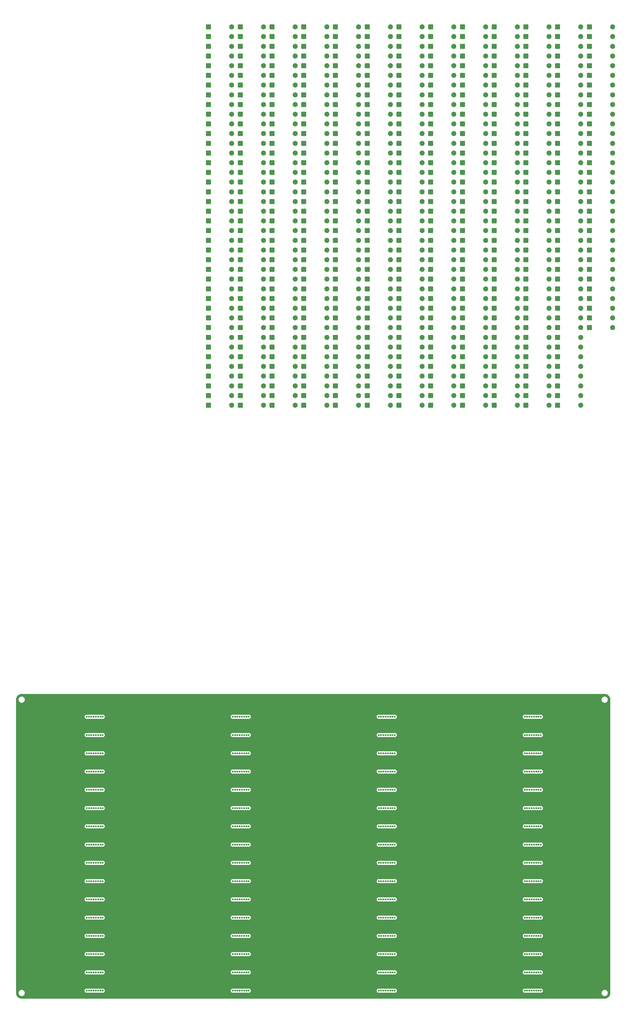
<source format=gbr>
%TF.GenerationSoftware,KiCad,Pcbnew,9.0.7*%
%TF.CreationDate,2026-02-03T13:11:01-05:00*%
%TF.ProjectId,INS-1 Matrix Display Motherboard,494e532d-3120-44d6-9174-726978204469,rev?*%
%TF.SameCoordinates,Original*%
%TF.FileFunction,Copper,L2,Bot*%
%TF.FilePolarity,Positive*%
%FSLAX46Y46*%
G04 Gerber Fmt 4.6, Leading zero omitted, Abs format (unit mm)*
G04 Created by KiCad (PCBNEW 9.0.7) date 2026-02-03 13:11:01*
%MOMM*%
%LPD*%
G01*
G04 APERTURE LIST*
G04 Aperture macros list*
%AMRoundRect*
0 Rectangle with rounded corners*
0 $1 Rounding radius*
0 $2 $3 $4 $5 $6 $7 $8 $9 X,Y pos of 4 corners*
0 Add a 4 corners polygon primitive as box body*
4,1,4,$2,$3,$4,$5,$6,$7,$8,$9,$2,$3,0*
0 Add four circle primitives for the rounded corners*
1,1,$1+$1,$2,$3*
1,1,$1+$1,$4,$5*
1,1,$1+$1,$6,$7*
1,1,$1+$1,$8,$9*
0 Add four rect primitives between the rounded corners*
20,1,$1+$1,$2,$3,$4,$5,0*
20,1,$1+$1,$4,$5,$6,$7,0*
20,1,$1+$1,$6,$7,$8,$9,0*
20,1,$1+$1,$8,$9,$2,$3,0*%
G04 Aperture macros list end*
%TA.AperFunction,ComponentPad*%
%ADD10RoundRect,0.249999X-0.850001X-0.850001X0.850001X-0.850001X0.850001X0.850001X-0.850001X0.850001X0*%
%TD*%
%TA.AperFunction,ComponentPad*%
%ADD11C,2.200000*%
%TD*%
%TA.AperFunction,ComponentPad*%
%ADD12C,0.850000*%
%TD*%
G04 APERTURE END LIST*
D10*
%TO.P,D512,1,K*%
%TO.N,unconnected-(D512-K-Pad1)*%
X268300000Y134500000D03*
D11*
%TO.P,D512,2,A*%
%TO.N,Net-(D512-A)*%
X278460000Y134500000D03*
%TD*%
D10*
%TO.P,D511,1,K*%
%TO.N,unconnected-(D511-K-Pad1)*%
X268300000Y138750000D03*
D11*
%TO.P,D511,2,A*%
%TO.N,Net-(D511-A)*%
X278460000Y138750000D03*
%TD*%
D10*
%TO.P,D510,1,K*%
%TO.N,unconnected-(D510-K-Pad1)*%
X268300000Y143000000D03*
D11*
%TO.P,D510,2,A*%
%TO.N,Net-(D510-A)*%
X278460000Y143000000D03*
%TD*%
D10*
%TO.P,D509,1,K*%
%TO.N,unconnected-(D509-K-Pad1)*%
X268300000Y147250000D03*
D11*
%TO.P,D509,2,A*%
%TO.N,Net-(D509-A)*%
X278460000Y147250000D03*
%TD*%
D10*
%TO.P,D508,1,K*%
%TO.N,unconnected-(D508-K-Pad1)*%
X268300000Y151500000D03*
D11*
%TO.P,D508,2,A*%
%TO.N,Net-(D508-A)*%
X278460000Y151500000D03*
%TD*%
D10*
%TO.P,D507,1,K*%
%TO.N,unconnected-(D507-K-Pad1)*%
X268300000Y155750000D03*
D11*
%TO.P,D507,2,A*%
%TO.N,Net-(D507-A)*%
X278460000Y155750000D03*
%TD*%
D10*
%TO.P,D506,1,K*%
%TO.N,unconnected-(D506-K-Pad1)*%
X268300000Y160000000D03*
D11*
%TO.P,D506,2,A*%
%TO.N,Net-(D506-A)*%
X278460000Y160000000D03*
%TD*%
D10*
%TO.P,D505,1,K*%
%TO.N,unconnected-(D505-K-Pad1)*%
X268300000Y164250000D03*
D11*
%TO.P,D505,2,A*%
%TO.N,Net-(D505-A)*%
X278460000Y164250000D03*
%TD*%
D10*
%TO.P,D504,1,K*%
%TO.N,unconnected-(D504-K-Pad1)*%
X268300000Y168500000D03*
D11*
%TO.P,D504,2,A*%
%TO.N,Net-(D504-A)*%
X278460000Y168500000D03*
%TD*%
D10*
%TO.P,D503,1,K*%
%TO.N,unconnected-(D503-K-Pad1)*%
X268300000Y172750000D03*
D11*
%TO.P,D503,2,A*%
%TO.N,Net-(D503-A)*%
X278460000Y172750000D03*
%TD*%
D10*
%TO.P,D502,1,K*%
%TO.N,unconnected-(D502-K-Pad1)*%
X268300000Y177000000D03*
D11*
%TO.P,D502,2,A*%
%TO.N,Net-(D502-A)*%
X278460000Y177000000D03*
%TD*%
D10*
%TO.P,D501,1,K*%
%TO.N,unconnected-(D501-K-Pad1)*%
X268300000Y181250000D03*
D11*
%TO.P,D501,2,A*%
%TO.N,Net-(D501-A)*%
X278460000Y181250000D03*
%TD*%
D10*
%TO.P,D500,1,K*%
%TO.N,unconnected-(D500-K-Pad1)*%
X268300000Y185500000D03*
D11*
%TO.P,D500,2,A*%
%TO.N,Net-(D500-A)*%
X278460000Y185500000D03*
%TD*%
D10*
%TO.P,D499,1,K*%
%TO.N,unconnected-(D499-K-Pad1)*%
X268300000Y189750000D03*
D11*
%TO.P,D499,2,A*%
%TO.N,Net-(D499-A)*%
X278460000Y189750000D03*
%TD*%
D10*
%TO.P,D498,1,K*%
%TO.N,unconnected-(D498-K-Pad1)*%
X268300000Y194000000D03*
D11*
%TO.P,D498,2,A*%
%TO.N,Net-(D498-A)*%
X278460000Y194000000D03*
%TD*%
D10*
%TO.P,D497,1,K*%
%TO.N,unconnected-(D497-K-Pad1)*%
X268300000Y198250000D03*
D11*
%TO.P,D497,2,A*%
%TO.N,Net-(D497-A)*%
X278460000Y198250000D03*
%TD*%
D10*
%TO.P,D496,1,K*%
%TO.N,unconnected-(D496-K-Pad1)*%
X268300000Y202500000D03*
D11*
%TO.P,D496,2,A*%
%TO.N,Net-(D496-A)*%
X278460000Y202500000D03*
%TD*%
D10*
%TO.P,D495,1,K*%
%TO.N,unconnected-(D495-K-Pad1)*%
X268300000Y206750000D03*
D11*
%TO.P,D495,2,A*%
%TO.N,Net-(D495-A)*%
X278460000Y206750000D03*
%TD*%
D10*
%TO.P,D494,1,K*%
%TO.N,unconnected-(D494-K-Pad1)*%
X268300000Y211000000D03*
D11*
%TO.P,D494,2,A*%
%TO.N,Net-(D494-A)*%
X278460000Y211000000D03*
%TD*%
D10*
%TO.P,D493,1,K*%
%TO.N,unconnected-(D493-K-Pad1)*%
X268300000Y215250000D03*
D11*
%TO.P,D493,2,A*%
%TO.N,Net-(D493-A)*%
X278460000Y215250000D03*
%TD*%
D10*
%TO.P,D492,1,K*%
%TO.N,unconnected-(D492-K-Pad1)*%
X268300000Y219500000D03*
D11*
%TO.P,D492,2,A*%
%TO.N,Net-(D492-A)*%
X278460000Y219500000D03*
%TD*%
D10*
%TO.P,D491,1,K*%
%TO.N,unconnected-(D491-K-Pad1)*%
X268300000Y223750000D03*
D11*
%TO.P,D491,2,A*%
%TO.N,Net-(D491-A)*%
X278460000Y223750000D03*
%TD*%
D10*
%TO.P,D490,1,K*%
%TO.N,unconnected-(D490-K-Pad1)*%
X268300000Y228000000D03*
D11*
%TO.P,D490,2,A*%
%TO.N,Net-(D490-A)*%
X278460000Y228000000D03*
%TD*%
D10*
%TO.P,D489,1,K*%
%TO.N,unconnected-(D489-K-Pad1)*%
X268300000Y232250000D03*
D11*
%TO.P,D489,2,A*%
%TO.N,Net-(D489-A)*%
X278460000Y232250000D03*
%TD*%
D10*
%TO.P,D488,1,K*%
%TO.N,unconnected-(D488-K-Pad1)*%
X268300000Y236500000D03*
D11*
%TO.P,D488,2,A*%
%TO.N,Net-(D488-A)*%
X278460000Y236500000D03*
%TD*%
D10*
%TO.P,D487,1,K*%
%TO.N,unconnected-(D487-K-Pad1)*%
X268300000Y240750000D03*
D11*
%TO.P,D487,2,A*%
%TO.N,Net-(D487-A)*%
X278460000Y240750000D03*
%TD*%
D10*
%TO.P,D486,1,K*%
%TO.N,unconnected-(D486-K-Pad1)*%
X268300000Y245000000D03*
D11*
%TO.P,D486,2,A*%
%TO.N,Net-(D486-A)*%
X278460000Y245000000D03*
%TD*%
D10*
%TO.P,D485,1,K*%
%TO.N,unconnected-(D485-K-Pad1)*%
X268300000Y249250000D03*
D11*
%TO.P,D485,2,A*%
%TO.N,Net-(D485-A)*%
X278460000Y249250000D03*
%TD*%
D10*
%TO.P,D484,1,K*%
%TO.N,unconnected-(D484-K-Pad1)*%
X268300000Y253500000D03*
D11*
%TO.P,D484,2,A*%
%TO.N,Net-(D484-A)*%
X278460000Y253500000D03*
%TD*%
D10*
%TO.P,D483,1,K*%
%TO.N,unconnected-(D483-K-Pad1)*%
X268300000Y257750000D03*
D11*
%TO.P,D483,2,A*%
%TO.N,Net-(D483-A)*%
X278460000Y257750000D03*
%TD*%
D10*
%TO.P,D482,1,K*%
%TO.N,unconnected-(D482-K-Pad1)*%
X268300000Y262000000D03*
D11*
%TO.P,D482,2,A*%
%TO.N,Net-(D482-A)*%
X278460000Y262000000D03*
%TD*%
D10*
%TO.P,D481,1,K*%
%TO.N,unconnected-(D481-K-Pad1)*%
X268300000Y266250000D03*
D11*
%TO.P,D481,2,A*%
%TO.N,Net-(D481-A)*%
X278460000Y266250000D03*
%TD*%
D10*
%TO.P,D480,1,K*%
%TO.N,unconnected-(D480-K-Pad1)*%
X254390000Y100500000D03*
D11*
%TO.P,D480,2,A*%
%TO.N,Net-(D480-A)*%
X264550000Y100500000D03*
%TD*%
D10*
%TO.P,D479,1,K*%
%TO.N,unconnected-(D479-K-Pad1)*%
X254390000Y104750000D03*
D11*
%TO.P,D479,2,A*%
%TO.N,Net-(D479-A)*%
X264550000Y104750000D03*
%TD*%
D10*
%TO.P,D478,1,K*%
%TO.N,unconnected-(D478-K-Pad1)*%
X254390000Y109000000D03*
D11*
%TO.P,D478,2,A*%
%TO.N,Net-(D478-A)*%
X264550000Y109000000D03*
%TD*%
D10*
%TO.P,D477,1,K*%
%TO.N,unconnected-(D477-K-Pad1)*%
X254390000Y113250000D03*
D11*
%TO.P,D477,2,A*%
%TO.N,Net-(D477-A)*%
X264550000Y113250000D03*
%TD*%
D10*
%TO.P,D476,1,K*%
%TO.N,unconnected-(D476-K-Pad1)*%
X254390000Y117500000D03*
D11*
%TO.P,D476,2,A*%
%TO.N,Net-(D476-A)*%
X264550000Y117500000D03*
%TD*%
D10*
%TO.P,D475,1,K*%
%TO.N,unconnected-(D475-K-Pad1)*%
X254390000Y121750000D03*
D11*
%TO.P,D475,2,A*%
%TO.N,Net-(D475-A)*%
X264550000Y121750000D03*
%TD*%
D10*
%TO.P,D474,1,K*%
%TO.N,unconnected-(D474-K-Pad1)*%
X254390000Y126000000D03*
D11*
%TO.P,D474,2,A*%
%TO.N,Net-(D474-A)*%
X264550000Y126000000D03*
%TD*%
D10*
%TO.P,D473,1,K*%
%TO.N,unconnected-(D473-K-Pad1)*%
X254390000Y130250000D03*
D11*
%TO.P,D473,2,A*%
%TO.N,Net-(D473-A)*%
X264550000Y130250000D03*
%TD*%
D10*
%TO.P,D472,1,K*%
%TO.N,unconnected-(D472-K-Pad1)*%
X254390000Y134500000D03*
D11*
%TO.P,D472,2,A*%
%TO.N,Net-(D472-A)*%
X264550000Y134500000D03*
%TD*%
D10*
%TO.P,D471,1,K*%
%TO.N,unconnected-(D471-K-Pad1)*%
X254390000Y138750000D03*
D11*
%TO.P,D471,2,A*%
%TO.N,Net-(D471-A)*%
X264550000Y138750000D03*
%TD*%
D10*
%TO.P,D470,1,K*%
%TO.N,unconnected-(D470-K-Pad1)*%
X254390000Y143000000D03*
D11*
%TO.P,D470,2,A*%
%TO.N,Net-(D470-A)*%
X264550000Y143000000D03*
%TD*%
D10*
%TO.P,D469,1,K*%
%TO.N,unconnected-(D469-K-Pad1)*%
X254390000Y147250000D03*
D11*
%TO.P,D469,2,A*%
%TO.N,Net-(D469-A)*%
X264550000Y147250000D03*
%TD*%
D10*
%TO.P,D468,1,K*%
%TO.N,unconnected-(D468-K-Pad1)*%
X254390000Y151500000D03*
D11*
%TO.P,D468,2,A*%
%TO.N,Net-(D468-A)*%
X264550000Y151500000D03*
%TD*%
D10*
%TO.P,D467,1,K*%
%TO.N,unconnected-(D467-K-Pad1)*%
X254390000Y155750000D03*
D11*
%TO.P,D467,2,A*%
%TO.N,Net-(D467-A)*%
X264550000Y155750000D03*
%TD*%
D10*
%TO.P,D466,1,K*%
%TO.N,unconnected-(D466-K-Pad1)*%
X254390000Y160000000D03*
D11*
%TO.P,D466,2,A*%
%TO.N,Net-(D466-A)*%
X264550000Y160000000D03*
%TD*%
D10*
%TO.P,D465,1,K*%
%TO.N,unconnected-(D465-K-Pad1)*%
X254390000Y164250000D03*
D11*
%TO.P,D465,2,A*%
%TO.N,Net-(D465-A)*%
X264550000Y164250000D03*
%TD*%
D10*
%TO.P,D464,1,K*%
%TO.N,unconnected-(D464-K-Pad1)*%
X254390000Y168500000D03*
D11*
%TO.P,D464,2,A*%
%TO.N,Net-(D464-A)*%
X264550000Y168500000D03*
%TD*%
D10*
%TO.P,D463,1,K*%
%TO.N,unconnected-(D463-K-Pad1)*%
X254390000Y172750000D03*
D11*
%TO.P,D463,2,A*%
%TO.N,Net-(D463-A)*%
X264550000Y172750000D03*
%TD*%
D10*
%TO.P,D462,1,K*%
%TO.N,unconnected-(D462-K-Pad1)*%
X254390000Y177000000D03*
D11*
%TO.P,D462,2,A*%
%TO.N,Net-(D462-A)*%
X264550000Y177000000D03*
%TD*%
D10*
%TO.P,D461,1,K*%
%TO.N,unconnected-(D461-K-Pad1)*%
X254390000Y181250000D03*
D11*
%TO.P,D461,2,A*%
%TO.N,Net-(D461-A)*%
X264550000Y181250000D03*
%TD*%
D10*
%TO.P,D460,1,K*%
%TO.N,unconnected-(D460-K-Pad1)*%
X254390000Y185500000D03*
D11*
%TO.P,D460,2,A*%
%TO.N,Net-(D460-A)*%
X264550000Y185500000D03*
%TD*%
D10*
%TO.P,D459,1,K*%
%TO.N,unconnected-(D459-K-Pad1)*%
X254390000Y189750000D03*
D11*
%TO.P,D459,2,A*%
%TO.N,Net-(D459-A)*%
X264550000Y189750000D03*
%TD*%
D10*
%TO.P,D458,1,K*%
%TO.N,unconnected-(D458-K-Pad1)*%
X254390000Y194000000D03*
D11*
%TO.P,D458,2,A*%
%TO.N,Net-(D458-A)*%
X264550000Y194000000D03*
%TD*%
D10*
%TO.P,D457,1,K*%
%TO.N,unconnected-(D457-K-Pad1)*%
X254390000Y198250000D03*
D11*
%TO.P,D457,2,A*%
%TO.N,Net-(D457-A)*%
X264550000Y198250000D03*
%TD*%
D10*
%TO.P,D456,1,K*%
%TO.N,unconnected-(D456-K-Pad1)*%
X254390000Y202500000D03*
D11*
%TO.P,D456,2,A*%
%TO.N,Net-(D456-A)*%
X264550000Y202500000D03*
%TD*%
D10*
%TO.P,D455,1,K*%
%TO.N,unconnected-(D455-K-Pad1)*%
X254390000Y206750000D03*
D11*
%TO.P,D455,2,A*%
%TO.N,Net-(D455-A)*%
X264550000Y206750000D03*
%TD*%
D10*
%TO.P,D454,1,K*%
%TO.N,unconnected-(D454-K-Pad1)*%
X254390000Y211000000D03*
D11*
%TO.P,D454,2,A*%
%TO.N,Net-(D454-A)*%
X264550000Y211000000D03*
%TD*%
D10*
%TO.P,D453,1,K*%
%TO.N,unconnected-(D453-K-Pad1)*%
X254390000Y215250000D03*
D11*
%TO.P,D453,2,A*%
%TO.N,Net-(D453-A)*%
X264550000Y215250000D03*
%TD*%
D10*
%TO.P,D452,1,K*%
%TO.N,unconnected-(D452-K-Pad1)*%
X254390000Y219500000D03*
D11*
%TO.P,D452,2,A*%
%TO.N,Net-(D452-A)*%
X264550000Y219500000D03*
%TD*%
D10*
%TO.P,D451,1,K*%
%TO.N,unconnected-(D451-K-Pad1)*%
X254390000Y223750000D03*
D11*
%TO.P,D451,2,A*%
%TO.N,Net-(D451-A)*%
X264550000Y223750000D03*
%TD*%
D10*
%TO.P,D450,1,K*%
%TO.N,unconnected-(D450-K-Pad1)*%
X254390000Y228000000D03*
D11*
%TO.P,D450,2,A*%
%TO.N,Net-(D450-A)*%
X264550000Y228000000D03*
%TD*%
D10*
%TO.P,D449,1,K*%
%TO.N,unconnected-(D449-K-Pad1)*%
X254390000Y232250000D03*
D11*
%TO.P,D449,2,A*%
%TO.N,Net-(D449-A)*%
X264550000Y232250000D03*
%TD*%
D10*
%TO.P,D448,1,K*%
%TO.N,unconnected-(D448-K-Pad1)*%
X254390000Y236500000D03*
D11*
%TO.P,D448,2,A*%
%TO.N,Net-(D448-A)*%
X264550000Y236500000D03*
%TD*%
D10*
%TO.P,D447,1,K*%
%TO.N,unconnected-(D447-K-Pad1)*%
X254390000Y240750000D03*
D11*
%TO.P,D447,2,A*%
%TO.N,Net-(D447-A)*%
X264550000Y240750000D03*
%TD*%
D10*
%TO.P,D446,1,K*%
%TO.N,unconnected-(D446-K-Pad1)*%
X254390000Y245000000D03*
D11*
%TO.P,D446,2,A*%
%TO.N,Net-(D446-A)*%
X264550000Y245000000D03*
%TD*%
D10*
%TO.P,D445,1,K*%
%TO.N,unconnected-(D445-K-Pad1)*%
X254390000Y249250000D03*
D11*
%TO.P,D445,2,A*%
%TO.N,Net-(D445-A)*%
X264550000Y249250000D03*
%TD*%
D10*
%TO.P,D444,1,K*%
%TO.N,unconnected-(D444-K-Pad1)*%
X254390000Y253500000D03*
D11*
%TO.P,D444,2,A*%
%TO.N,Net-(D444-A)*%
X264550000Y253500000D03*
%TD*%
D10*
%TO.P,D443,1,K*%
%TO.N,unconnected-(D443-K-Pad1)*%
X254390000Y257750000D03*
D11*
%TO.P,D443,2,A*%
%TO.N,Net-(D443-A)*%
X264550000Y257750000D03*
%TD*%
D10*
%TO.P,D442,1,K*%
%TO.N,unconnected-(D442-K-Pad1)*%
X254390000Y262000000D03*
D11*
%TO.P,D442,2,A*%
%TO.N,Net-(D442-A)*%
X264550000Y262000000D03*
%TD*%
D10*
%TO.P,D441,1,K*%
%TO.N,unconnected-(D441-K-Pad1)*%
X254390000Y266250000D03*
D11*
%TO.P,D441,2,A*%
%TO.N,Net-(D441-A)*%
X264550000Y266250000D03*
%TD*%
D10*
%TO.P,D440,1,K*%
%TO.N,unconnected-(D440-K-Pad1)*%
X240480000Y100500000D03*
D11*
%TO.P,D440,2,A*%
%TO.N,Net-(D440-A)*%
X250640000Y100500000D03*
%TD*%
D10*
%TO.P,D439,1,K*%
%TO.N,unconnected-(D439-K-Pad1)*%
X240480000Y104750000D03*
D11*
%TO.P,D439,2,A*%
%TO.N,Net-(D439-A)*%
X250640000Y104750000D03*
%TD*%
D10*
%TO.P,D438,1,K*%
%TO.N,unconnected-(D438-K-Pad1)*%
X240480000Y109000000D03*
D11*
%TO.P,D438,2,A*%
%TO.N,Net-(D438-A)*%
X250640000Y109000000D03*
%TD*%
D10*
%TO.P,D437,1,K*%
%TO.N,unconnected-(D437-K-Pad1)*%
X240480000Y113250000D03*
D11*
%TO.P,D437,2,A*%
%TO.N,Net-(D437-A)*%
X250640000Y113250000D03*
%TD*%
D10*
%TO.P,D436,1,K*%
%TO.N,unconnected-(D436-K-Pad1)*%
X240480000Y117500000D03*
D11*
%TO.P,D436,2,A*%
%TO.N,Net-(D436-A)*%
X250640000Y117500000D03*
%TD*%
D10*
%TO.P,D435,1,K*%
%TO.N,unconnected-(D435-K-Pad1)*%
X240480000Y121750000D03*
D11*
%TO.P,D435,2,A*%
%TO.N,Net-(D435-A)*%
X250640000Y121750000D03*
%TD*%
D10*
%TO.P,D434,1,K*%
%TO.N,unconnected-(D434-K-Pad1)*%
X240480000Y126000000D03*
D11*
%TO.P,D434,2,A*%
%TO.N,Net-(D434-A)*%
X250640000Y126000000D03*
%TD*%
D10*
%TO.P,D433,1,K*%
%TO.N,unconnected-(D433-K-Pad1)*%
X240480000Y130250000D03*
D11*
%TO.P,D433,2,A*%
%TO.N,Net-(D433-A)*%
X250640000Y130250000D03*
%TD*%
D10*
%TO.P,D432,1,K*%
%TO.N,unconnected-(D432-K-Pad1)*%
X240480000Y134500000D03*
D11*
%TO.P,D432,2,A*%
%TO.N,Net-(D432-A)*%
X250640000Y134500000D03*
%TD*%
D10*
%TO.P,D431,1,K*%
%TO.N,unconnected-(D431-K-Pad1)*%
X240480000Y138750000D03*
D11*
%TO.P,D431,2,A*%
%TO.N,Net-(D431-A)*%
X250640000Y138750000D03*
%TD*%
D10*
%TO.P,D430,1,K*%
%TO.N,unconnected-(D430-K-Pad1)*%
X240480000Y143000000D03*
D11*
%TO.P,D430,2,A*%
%TO.N,Net-(D430-A)*%
X250640000Y143000000D03*
%TD*%
D10*
%TO.P,D429,1,K*%
%TO.N,unconnected-(D429-K-Pad1)*%
X240480000Y147250000D03*
D11*
%TO.P,D429,2,A*%
%TO.N,Net-(D429-A)*%
X250640000Y147250000D03*
%TD*%
D10*
%TO.P,D428,1,K*%
%TO.N,unconnected-(D428-K-Pad1)*%
X240480000Y151500000D03*
D11*
%TO.P,D428,2,A*%
%TO.N,Net-(D428-A)*%
X250640000Y151500000D03*
%TD*%
D10*
%TO.P,D427,1,K*%
%TO.N,unconnected-(D427-K-Pad1)*%
X240480000Y155750000D03*
D11*
%TO.P,D427,2,A*%
%TO.N,Net-(D427-A)*%
X250640000Y155750000D03*
%TD*%
D10*
%TO.P,D426,1,K*%
%TO.N,unconnected-(D426-K-Pad1)*%
X240480000Y160000000D03*
D11*
%TO.P,D426,2,A*%
%TO.N,Net-(D426-A)*%
X250640000Y160000000D03*
%TD*%
D10*
%TO.P,D425,1,K*%
%TO.N,unconnected-(D425-K-Pad1)*%
X240480000Y164250000D03*
D11*
%TO.P,D425,2,A*%
%TO.N,Net-(D425-A)*%
X250640000Y164250000D03*
%TD*%
D10*
%TO.P,D424,1,K*%
%TO.N,unconnected-(D424-K-Pad1)*%
X240480000Y168500000D03*
D11*
%TO.P,D424,2,A*%
%TO.N,Net-(D424-A)*%
X250640000Y168500000D03*
%TD*%
D10*
%TO.P,D423,1,K*%
%TO.N,unconnected-(D423-K-Pad1)*%
X240480000Y172750000D03*
D11*
%TO.P,D423,2,A*%
%TO.N,Net-(D423-A)*%
X250640000Y172750000D03*
%TD*%
D10*
%TO.P,D422,1,K*%
%TO.N,unconnected-(D422-K-Pad1)*%
X240480000Y177000000D03*
D11*
%TO.P,D422,2,A*%
%TO.N,Net-(D422-A)*%
X250640000Y177000000D03*
%TD*%
D10*
%TO.P,D421,1,K*%
%TO.N,unconnected-(D421-K-Pad1)*%
X240480000Y181250000D03*
D11*
%TO.P,D421,2,A*%
%TO.N,Net-(D421-A)*%
X250640000Y181250000D03*
%TD*%
D10*
%TO.P,D420,1,K*%
%TO.N,unconnected-(D420-K-Pad1)*%
X240480000Y185500000D03*
D11*
%TO.P,D420,2,A*%
%TO.N,Net-(D420-A)*%
X250640000Y185500000D03*
%TD*%
D10*
%TO.P,D419,1,K*%
%TO.N,unconnected-(D419-K-Pad1)*%
X240480000Y189750000D03*
D11*
%TO.P,D419,2,A*%
%TO.N,Net-(D419-A)*%
X250640000Y189750000D03*
%TD*%
D10*
%TO.P,D418,1,K*%
%TO.N,unconnected-(D418-K-Pad1)*%
X240480000Y194000000D03*
D11*
%TO.P,D418,2,A*%
%TO.N,Net-(D418-A)*%
X250640000Y194000000D03*
%TD*%
D10*
%TO.P,D417,1,K*%
%TO.N,unconnected-(D417-K-Pad1)*%
X240480000Y198250000D03*
D11*
%TO.P,D417,2,A*%
%TO.N,Net-(D417-A)*%
X250640000Y198250000D03*
%TD*%
D10*
%TO.P,D416,1,K*%
%TO.N,unconnected-(D416-K-Pad1)*%
X240480000Y202500000D03*
D11*
%TO.P,D416,2,A*%
%TO.N,Net-(D416-A)*%
X250640000Y202500000D03*
%TD*%
D10*
%TO.P,D415,1,K*%
%TO.N,unconnected-(D415-K-Pad1)*%
X240480000Y206750000D03*
D11*
%TO.P,D415,2,A*%
%TO.N,Net-(D415-A)*%
X250640000Y206750000D03*
%TD*%
D10*
%TO.P,D414,1,K*%
%TO.N,unconnected-(D414-K-Pad1)*%
X240480000Y211000000D03*
D11*
%TO.P,D414,2,A*%
%TO.N,Net-(D414-A)*%
X250640000Y211000000D03*
%TD*%
D10*
%TO.P,D413,1,K*%
%TO.N,unconnected-(D413-K-Pad1)*%
X240480000Y215250000D03*
D11*
%TO.P,D413,2,A*%
%TO.N,Net-(D413-A)*%
X250640000Y215250000D03*
%TD*%
D10*
%TO.P,D412,1,K*%
%TO.N,unconnected-(D412-K-Pad1)*%
X240480000Y219500000D03*
D11*
%TO.P,D412,2,A*%
%TO.N,Net-(D412-A)*%
X250640000Y219500000D03*
%TD*%
D10*
%TO.P,D411,1,K*%
%TO.N,unconnected-(D411-K-Pad1)*%
X240480000Y223750000D03*
D11*
%TO.P,D411,2,A*%
%TO.N,Net-(D411-A)*%
X250640000Y223750000D03*
%TD*%
D10*
%TO.P,D410,1,K*%
%TO.N,unconnected-(D410-K-Pad1)*%
X240480000Y228000000D03*
D11*
%TO.P,D410,2,A*%
%TO.N,Net-(D410-A)*%
X250640000Y228000000D03*
%TD*%
D10*
%TO.P,D409,1,K*%
%TO.N,unconnected-(D409-K-Pad1)*%
X240480000Y232250000D03*
D11*
%TO.P,D409,2,A*%
%TO.N,Net-(D409-A)*%
X250640000Y232250000D03*
%TD*%
D10*
%TO.P,D408,1,K*%
%TO.N,unconnected-(D408-K-Pad1)*%
X240480000Y236500000D03*
D11*
%TO.P,D408,2,A*%
%TO.N,Net-(D408-A)*%
X250640000Y236500000D03*
%TD*%
D10*
%TO.P,D407,1,K*%
%TO.N,unconnected-(D407-K-Pad1)*%
X240480000Y240750000D03*
D11*
%TO.P,D407,2,A*%
%TO.N,Net-(D407-A)*%
X250640000Y240750000D03*
%TD*%
D10*
%TO.P,D406,1,K*%
%TO.N,unconnected-(D406-K-Pad1)*%
X240480000Y245000000D03*
D11*
%TO.P,D406,2,A*%
%TO.N,Net-(D406-A)*%
X250640000Y245000000D03*
%TD*%
D10*
%TO.P,D405,1,K*%
%TO.N,unconnected-(D405-K-Pad1)*%
X240480000Y249250000D03*
D11*
%TO.P,D405,2,A*%
%TO.N,Net-(D405-A)*%
X250640000Y249250000D03*
%TD*%
D10*
%TO.P,D404,1,K*%
%TO.N,unconnected-(D404-K-Pad1)*%
X240480000Y253500000D03*
D11*
%TO.P,D404,2,A*%
%TO.N,Net-(D404-A)*%
X250640000Y253500000D03*
%TD*%
D10*
%TO.P,D403,1,K*%
%TO.N,unconnected-(D403-K-Pad1)*%
X240480000Y257750000D03*
D11*
%TO.P,D403,2,A*%
%TO.N,Net-(D403-A)*%
X250640000Y257750000D03*
%TD*%
D10*
%TO.P,D402,1,K*%
%TO.N,unconnected-(D402-K-Pad1)*%
X240480000Y262000000D03*
D11*
%TO.P,D402,2,A*%
%TO.N,Net-(D402-A)*%
X250640000Y262000000D03*
%TD*%
D10*
%TO.P,D401,1,K*%
%TO.N,unconnected-(D401-K-Pad1)*%
X240480000Y266250000D03*
D11*
%TO.P,D401,2,A*%
%TO.N,Net-(D401-A)*%
X250640000Y266250000D03*
%TD*%
D10*
%TO.P,D400,1,K*%
%TO.N,unconnected-(D400-K-Pad1)*%
X226570000Y100500000D03*
D11*
%TO.P,D400,2,A*%
%TO.N,Net-(D400-A)*%
X236730000Y100500000D03*
%TD*%
D10*
%TO.P,D399,1,K*%
%TO.N,unconnected-(D399-K-Pad1)*%
X226570000Y104750000D03*
D11*
%TO.P,D399,2,A*%
%TO.N,Net-(D399-A)*%
X236730000Y104750000D03*
%TD*%
D10*
%TO.P,D398,1,K*%
%TO.N,unconnected-(D398-K-Pad1)*%
X226570000Y109000000D03*
D11*
%TO.P,D398,2,A*%
%TO.N,Net-(D398-A)*%
X236730000Y109000000D03*
%TD*%
D10*
%TO.P,D397,1,K*%
%TO.N,unconnected-(D397-K-Pad1)*%
X226570000Y113250000D03*
D11*
%TO.P,D397,2,A*%
%TO.N,Net-(D397-A)*%
X236730000Y113250000D03*
%TD*%
D10*
%TO.P,D396,1,K*%
%TO.N,unconnected-(D396-K-Pad1)*%
X226570000Y117500000D03*
D11*
%TO.P,D396,2,A*%
%TO.N,Net-(D396-A)*%
X236730000Y117500000D03*
%TD*%
D10*
%TO.P,D395,1,K*%
%TO.N,unconnected-(D395-K-Pad1)*%
X226570000Y121750000D03*
D11*
%TO.P,D395,2,A*%
%TO.N,Net-(D395-A)*%
X236730000Y121750000D03*
%TD*%
D10*
%TO.P,D394,1,K*%
%TO.N,unconnected-(D394-K-Pad1)*%
X226570000Y126000000D03*
D11*
%TO.P,D394,2,A*%
%TO.N,Net-(D394-A)*%
X236730000Y126000000D03*
%TD*%
D10*
%TO.P,D393,1,K*%
%TO.N,unconnected-(D393-K-Pad1)*%
X226570000Y130250000D03*
D11*
%TO.P,D393,2,A*%
%TO.N,Net-(D393-A)*%
X236730000Y130250000D03*
%TD*%
D10*
%TO.P,D392,1,K*%
%TO.N,unconnected-(D392-K-Pad1)*%
X226570000Y134500000D03*
D11*
%TO.P,D392,2,A*%
%TO.N,Net-(D392-A)*%
X236730000Y134500000D03*
%TD*%
D10*
%TO.P,D391,1,K*%
%TO.N,unconnected-(D391-K-Pad1)*%
X226570000Y138750000D03*
D11*
%TO.P,D391,2,A*%
%TO.N,Net-(D391-A)*%
X236730000Y138750000D03*
%TD*%
D10*
%TO.P,D390,1,K*%
%TO.N,unconnected-(D390-K-Pad1)*%
X226570000Y143000000D03*
D11*
%TO.P,D390,2,A*%
%TO.N,Net-(D390-A)*%
X236730000Y143000000D03*
%TD*%
D10*
%TO.P,D389,1,K*%
%TO.N,unconnected-(D389-K-Pad1)*%
X226570000Y147250000D03*
D11*
%TO.P,D389,2,A*%
%TO.N,Net-(D389-A)*%
X236730000Y147250000D03*
%TD*%
D10*
%TO.P,D388,1,K*%
%TO.N,unconnected-(D388-K-Pad1)*%
X226570000Y151500000D03*
D11*
%TO.P,D388,2,A*%
%TO.N,Net-(D388-A)*%
X236730000Y151500000D03*
%TD*%
D10*
%TO.P,D387,1,K*%
%TO.N,unconnected-(D387-K-Pad1)*%
X226570000Y155750000D03*
D11*
%TO.P,D387,2,A*%
%TO.N,Net-(D387-A)*%
X236730000Y155750000D03*
%TD*%
D10*
%TO.P,D386,1,K*%
%TO.N,unconnected-(D386-K-Pad1)*%
X226570000Y160000000D03*
D11*
%TO.P,D386,2,A*%
%TO.N,Net-(D386-A)*%
X236730000Y160000000D03*
%TD*%
D10*
%TO.P,D385,1,K*%
%TO.N,unconnected-(D385-K-Pad1)*%
X226570000Y164250000D03*
D11*
%TO.P,D385,2,A*%
%TO.N,Net-(D385-A)*%
X236730000Y164250000D03*
%TD*%
D10*
%TO.P,D384,1,K*%
%TO.N,unconnected-(D384-K-Pad1)*%
X226570000Y168500000D03*
D11*
%TO.P,D384,2,A*%
%TO.N,Net-(D384-A)*%
X236730000Y168500000D03*
%TD*%
D10*
%TO.P,D383,1,K*%
%TO.N,unconnected-(D383-K-Pad1)*%
X226570000Y172750000D03*
D11*
%TO.P,D383,2,A*%
%TO.N,Net-(D383-A)*%
X236730000Y172750000D03*
%TD*%
D10*
%TO.P,D382,1,K*%
%TO.N,unconnected-(D382-K-Pad1)*%
X226570000Y177000000D03*
D11*
%TO.P,D382,2,A*%
%TO.N,Net-(D382-A)*%
X236730000Y177000000D03*
%TD*%
D10*
%TO.P,D381,1,K*%
%TO.N,unconnected-(D381-K-Pad1)*%
X226570000Y181250000D03*
D11*
%TO.P,D381,2,A*%
%TO.N,Net-(D381-A)*%
X236730000Y181250000D03*
%TD*%
D10*
%TO.P,D380,1,K*%
%TO.N,unconnected-(D380-K-Pad1)*%
X226570000Y185500000D03*
D11*
%TO.P,D380,2,A*%
%TO.N,Net-(D380-A)*%
X236730000Y185500000D03*
%TD*%
D10*
%TO.P,D379,1,K*%
%TO.N,unconnected-(D379-K-Pad1)*%
X226570000Y189750000D03*
D11*
%TO.P,D379,2,A*%
%TO.N,Net-(D379-A)*%
X236730000Y189750000D03*
%TD*%
D10*
%TO.P,D378,1,K*%
%TO.N,unconnected-(D378-K-Pad1)*%
X226570000Y194000000D03*
D11*
%TO.P,D378,2,A*%
%TO.N,Net-(D378-A)*%
X236730000Y194000000D03*
%TD*%
D10*
%TO.P,D377,1,K*%
%TO.N,unconnected-(D377-K-Pad1)*%
X226570000Y198250000D03*
D11*
%TO.P,D377,2,A*%
%TO.N,Net-(D377-A)*%
X236730000Y198250000D03*
%TD*%
D10*
%TO.P,D376,1,K*%
%TO.N,unconnected-(D376-K-Pad1)*%
X226570000Y202500000D03*
D11*
%TO.P,D376,2,A*%
%TO.N,Net-(D376-A)*%
X236730000Y202500000D03*
%TD*%
D10*
%TO.P,D375,1,K*%
%TO.N,unconnected-(D375-K-Pad1)*%
X226570000Y206750000D03*
D11*
%TO.P,D375,2,A*%
%TO.N,Net-(D375-A)*%
X236730000Y206750000D03*
%TD*%
D10*
%TO.P,D374,1,K*%
%TO.N,unconnected-(D374-K-Pad1)*%
X226570000Y211000000D03*
D11*
%TO.P,D374,2,A*%
%TO.N,Net-(D374-A)*%
X236730000Y211000000D03*
%TD*%
D10*
%TO.P,D373,1,K*%
%TO.N,unconnected-(D373-K-Pad1)*%
X226570000Y215250000D03*
D11*
%TO.P,D373,2,A*%
%TO.N,Net-(D373-A)*%
X236730000Y215250000D03*
%TD*%
D10*
%TO.P,D372,1,K*%
%TO.N,unconnected-(D372-K-Pad1)*%
X226570000Y219500000D03*
D11*
%TO.P,D372,2,A*%
%TO.N,Net-(D372-A)*%
X236730000Y219500000D03*
%TD*%
D10*
%TO.P,D371,1,K*%
%TO.N,unconnected-(D371-K-Pad1)*%
X226570000Y223750000D03*
D11*
%TO.P,D371,2,A*%
%TO.N,Net-(D371-A)*%
X236730000Y223750000D03*
%TD*%
D10*
%TO.P,D370,1,K*%
%TO.N,unconnected-(D370-K-Pad1)*%
X226570000Y228000000D03*
D11*
%TO.P,D370,2,A*%
%TO.N,Net-(D370-A)*%
X236730000Y228000000D03*
%TD*%
D10*
%TO.P,D369,1,K*%
%TO.N,unconnected-(D369-K-Pad1)*%
X226570000Y232250000D03*
D11*
%TO.P,D369,2,A*%
%TO.N,Net-(D369-A)*%
X236730000Y232250000D03*
%TD*%
D10*
%TO.P,D368,1,K*%
%TO.N,unconnected-(D368-K-Pad1)*%
X226570000Y236500000D03*
D11*
%TO.P,D368,2,A*%
%TO.N,Net-(D368-A)*%
X236730000Y236500000D03*
%TD*%
D10*
%TO.P,D367,1,K*%
%TO.N,unconnected-(D367-K-Pad1)*%
X226570000Y240750000D03*
D11*
%TO.P,D367,2,A*%
%TO.N,Net-(D367-A)*%
X236730000Y240750000D03*
%TD*%
D10*
%TO.P,D366,1,K*%
%TO.N,unconnected-(D366-K-Pad1)*%
X226570000Y245000000D03*
D11*
%TO.P,D366,2,A*%
%TO.N,Net-(D366-A)*%
X236730000Y245000000D03*
%TD*%
D10*
%TO.P,D365,1,K*%
%TO.N,unconnected-(D365-K-Pad1)*%
X226570000Y249250000D03*
D11*
%TO.P,D365,2,A*%
%TO.N,Net-(D365-A)*%
X236730000Y249250000D03*
%TD*%
D10*
%TO.P,D364,1,K*%
%TO.N,unconnected-(D364-K-Pad1)*%
X226570000Y253500000D03*
D11*
%TO.P,D364,2,A*%
%TO.N,Net-(D364-A)*%
X236730000Y253500000D03*
%TD*%
D10*
%TO.P,D363,1,K*%
%TO.N,unconnected-(D363-K-Pad1)*%
X226570000Y257750000D03*
D11*
%TO.P,D363,2,A*%
%TO.N,Net-(D363-A)*%
X236730000Y257750000D03*
%TD*%
D10*
%TO.P,D362,1,K*%
%TO.N,unconnected-(D362-K-Pad1)*%
X226570000Y262000000D03*
D11*
%TO.P,D362,2,A*%
%TO.N,Net-(D362-A)*%
X236730000Y262000000D03*
%TD*%
D10*
%TO.P,D361,1,K*%
%TO.N,unconnected-(D361-K-Pad1)*%
X226570000Y266250000D03*
D11*
%TO.P,D361,2,A*%
%TO.N,Net-(D361-A)*%
X236730000Y266250000D03*
%TD*%
D10*
%TO.P,D360,1,K*%
%TO.N,unconnected-(D360-K-Pad1)*%
X212660000Y100500000D03*
D11*
%TO.P,D360,2,A*%
%TO.N,Net-(D360-A)*%
X222820000Y100500000D03*
%TD*%
D10*
%TO.P,D359,1,K*%
%TO.N,unconnected-(D359-K-Pad1)*%
X212660000Y104750000D03*
D11*
%TO.P,D359,2,A*%
%TO.N,Net-(D359-A)*%
X222820000Y104750000D03*
%TD*%
D10*
%TO.P,D358,1,K*%
%TO.N,unconnected-(D358-K-Pad1)*%
X212660000Y109000000D03*
D11*
%TO.P,D358,2,A*%
%TO.N,Net-(D358-A)*%
X222820000Y109000000D03*
%TD*%
D10*
%TO.P,D357,1,K*%
%TO.N,unconnected-(D357-K-Pad1)*%
X212660000Y113250000D03*
D11*
%TO.P,D357,2,A*%
%TO.N,Net-(D357-A)*%
X222820000Y113250000D03*
%TD*%
D10*
%TO.P,D356,1,K*%
%TO.N,unconnected-(D356-K-Pad1)*%
X212660000Y117500000D03*
D11*
%TO.P,D356,2,A*%
%TO.N,Net-(D356-A)*%
X222820000Y117500000D03*
%TD*%
D10*
%TO.P,D355,1,K*%
%TO.N,unconnected-(D355-K-Pad1)*%
X212660000Y121750000D03*
D11*
%TO.P,D355,2,A*%
%TO.N,Net-(D355-A)*%
X222820000Y121750000D03*
%TD*%
D10*
%TO.P,D354,1,K*%
%TO.N,unconnected-(D354-K-Pad1)*%
X212660000Y126000000D03*
D11*
%TO.P,D354,2,A*%
%TO.N,Net-(D354-A)*%
X222820000Y126000000D03*
%TD*%
D10*
%TO.P,D353,1,K*%
%TO.N,unconnected-(D353-K-Pad1)*%
X212660000Y130250000D03*
D11*
%TO.P,D353,2,A*%
%TO.N,Net-(D353-A)*%
X222820000Y130250000D03*
%TD*%
D10*
%TO.P,D352,1,K*%
%TO.N,unconnected-(D352-K-Pad1)*%
X212660000Y134500000D03*
D11*
%TO.P,D352,2,A*%
%TO.N,Net-(D352-A)*%
X222820000Y134500000D03*
%TD*%
D10*
%TO.P,D351,1,K*%
%TO.N,unconnected-(D351-K-Pad1)*%
X212660000Y138750000D03*
D11*
%TO.P,D351,2,A*%
%TO.N,Net-(D351-A)*%
X222820000Y138750000D03*
%TD*%
D10*
%TO.P,D350,1,K*%
%TO.N,unconnected-(D350-K-Pad1)*%
X212660000Y143000000D03*
D11*
%TO.P,D350,2,A*%
%TO.N,Net-(D350-A)*%
X222820000Y143000000D03*
%TD*%
D10*
%TO.P,D349,1,K*%
%TO.N,unconnected-(D349-K-Pad1)*%
X212660000Y147250000D03*
D11*
%TO.P,D349,2,A*%
%TO.N,Net-(D349-A)*%
X222820000Y147250000D03*
%TD*%
D10*
%TO.P,D348,1,K*%
%TO.N,unconnected-(D348-K-Pad1)*%
X212660000Y151500000D03*
D11*
%TO.P,D348,2,A*%
%TO.N,Net-(D348-A)*%
X222820000Y151500000D03*
%TD*%
D10*
%TO.P,D347,1,K*%
%TO.N,unconnected-(D347-K-Pad1)*%
X212660000Y155750000D03*
D11*
%TO.P,D347,2,A*%
%TO.N,Net-(D347-A)*%
X222820000Y155750000D03*
%TD*%
D10*
%TO.P,D346,1,K*%
%TO.N,unconnected-(D346-K-Pad1)*%
X212660000Y160000000D03*
D11*
%TO.P,D346,2,A*%
%TO.N,Net-(D346-A)*%
X222820000Y160000000D03*
%TD*%
D10*
%TO.P,D345,1,K*%
%TO.N,unconnected-(D345-K-Pad1)*%
X212660000Y164250000D03*
D11*
%TO.P,D345,2,A*%
%TO.N,Net-(D345-A)*%
X222820000Y164250000D03*
%TD*%
D10*
%TO.P,D344,1,K*%
%TO.N,unconnected-(D344-K-Pad1)*%
X212660000Y168500000D03*
D11*
%TO.P,D344,2,A*%
%TO.N,Net-(D344-A)*%
X222820000Y168500000D03*
%TD*%
D10*
%TO.P,D343,1,K*%
%TO.N,unconnected-(D343-K-Pad1)*%
X212660000Y172750000D03*
D11*
%TO.P,D343,2,A*%
%TO.N,Net-(D343-A)*%
X222820000Y172750000D03*
%TD*%
D10*
%TO.P,D342,1,K*%
%TO.N,unconnected-(D342-K-Pad1)*%
X212660000Y177000000D03*
D11*
%TO.P,D342,2,A*%
%TO.N,Net-(D342-A)*%
X222820000Y177000000D03*
%TD*%
D10*
%TO.P,D341,1,K*%
%TO.N,unconnected-(D341-K-Pad1)*%
X212660000Y181250000D03*
D11*
%TO.P,D341,2,A*%
%TO.N,Net-(D341-A)*%
X222820000Y181250000D03*
%TD*%
D10*
%TO.P,D340,1,K*%
%TO.N,unconnected-(D340-K-Pad1)*%
X212660000Y185500000D03*
D11*
%TO.P,D340,2,A*%
%TO.N,Net-(D340-A)*%
X222820000Y185500000D03*
%TD*%
D10*
%TO.P,D339,1,K*%
%TO.N,unconnected-(D339-K-Pad1)*%
X212660000Y189750000D03*
D11*
%TO.P,D339,2,A*%
%TO.N,Net-(D339-A)*%
X222820000Y189750000D03*
%TD*%
D10*
%TO.P,D338,1,K*%
%TO.N,unconnected-(D338-K-Pad1)*%
X212660000Y194000000D03*
D11*
%TO.P,D338,2,A*%
%TO.N,Net-(D338-A)*%
X222820000Y194000000D03*
%TD*%
D10*
%TO.P,D337,1,K*%
%TO.N,unconnected-(D337-K-Pad1)*%
X212660000Y198250000D03*
D11*
%TO.P,D337,2,A*%
%TO.N,Net-(D337-A)*%
X222820000Y198250000D03*
%TD*%
D10*
%TO.P,D336,1,K*%
%TO.N,unconnected-(D336-K-Pad1)*%
X212660000Y202500000D03*
D11*
%TO.P,D336,2,A*%
%TO.N,Net-(D336-A)*%
X222820000Y202500000D03*
%TD*%
D10*
%TO.P,D335,1,K*%
%TO.N,unconnected-(D335-K-Pad1)*%
X212660000Y206750000D03*
D11*
%TO.P,D335,2,A*%
%TO.N,Net-(D335-A)*%
X222820000Y206750000D03*
%TD*%
D10*
%TO.P,D334,1,K*%
%TO.N,unconnected-(D334-K-Pad1)*%
X212660000Y211000000D03*
D11*
%TO.P,D334,2,A*%
%TO.N,Net-(D334-A)*%
X222820000Y211000000D03*
%TD*%
D10*
%TO.P,D333,1,K*%
%TO.N,unconnected-(D333-K-Pad1)*%
X212660000Y215250000D03*
D11*
%TO.P,D333,2,A*%
%TO.N,Net-(D333-A)*%
X222820000Y215250000D03*
%TD*%
D10*
%TO.P,D332,1,K*%
%TO.N,unconnected-(D332-K-Pad1)*%
X212660000Y219500000D03*
D11*
%TO.P,D332,2,A*%
%TO.N,Net-(D332-A)*%
X222820000Y219500000D03*
%TD*%
D10*
%TO.P,D331,1,K*%
%TO.N,unconnected-(D331-K-Pad1)*%
X212660000Y223750000D03*
D11*
%TO.P,D331,2,A*%
%TO.N,Net-(D331-A)*%
X222820000Y223750000D03*
%TD*%
D10*
%TO.P,D330,1,K*%
%TO.N,unconnected-(D330-K-Pad1)*%
X212660000Y228000000D03*
D11*
%TO.P,D330,2,A*%
%TO.N,Net-(D330-A)*%
X222820000Y228000000D03*
%TD*%
D10*
%TO.P,D329,1,K*%
%TO.N,unconnected-(D329-K-Pad1)*%
X212660000Y232250000D03*
D11*
%TO.P,D329,2,A*%
%TO.N,Net-(D329-A)*%
X222820000Y232250000D03*
%TD*%
D10*
%TO.P,D328,1,K*%
%TO.N,unconnected-(D328-K-Pad1)*%
X212660000Y236500000D03*
D11*
%TO.P,D328,2,A*%
%TO.N,Net-(D328-A)*%
X222820000Y236500000D03*
%TD*%
D10*
%TO.P,D327,1,K*%
%TO.N,unconnected-(D327-K-Pad1)*%
X212660000Y240750000D03*
D11*
%TO.P,D327,2,A*%
%TO.N,Net-(D327-A)*%
X222820000Y240750000D03*
%TD*%
D10*
%TO.P,D326,1,K*%
%TO.N,unconnected-(D326-K-Pad1)*%
X212660000Y245000000D03*
D11*
%TO.P,D326,2,A*%
%TO.N,Net-(D326-A)*%
X222820000Y245000000D03*
%TD*%
D10*
%TO.P,D325,1,K*%
%TO.N,unconnected-(D325-K-Pad1)*%
X212660000Y249250000D03*
D11*
%TO.P,D325,2,A*%
%TO.N,Net-(D325-A)*%
X222820000Y249250000D03*
%TD*%
D10*
%TO.P,D324,1,K*%
%TO.N,unconnected-(D324-K-Pad1)*%
X212660000Y253500000D03*
D11*
%TO.P,D324,2,A*%
%TO.N,Net-(D324-A)*%
X222820000Y253500000D03*
%TD*%
D10*
%TO.P,D323,1,K*%
%TO.N,unconnected-(D323-K-Pad1)*%
X212660000Y257750000D03*
D11*
%TO.P,D323,2,A*%
%TO.N,Net-(D323-A)*%
X222820000Y257750000D03*
%TD*%
D10*
%TO.P,D322,1,K*%
%TO.N,unconnected-(D322-K-Pad1)*%
X212660000Y262000000D03*
D11*
%TO.P,D322,2,A*%
%TO.N,Net-(D322-A)*%
X222820000Y262000000D03*
%TD*%
D10*
%TO.P,D321,1,K*%
%TO.N,unconnected-(D321-K-Pad1)*%
X212660000Y266250000D03*
D11*
%TO.P,D321,2,A*%
%TO.N,Net-(D321-A)*%
X222820000Y266250000D03*
%TD*%
D10*
%TO.P,D320,1,K*%
%TO.N,unconnected-(D320-K-Pad1)*%
X198750000Y100500000D03*
D11*
%TO.P,D320,2,A*%
%TO.N,Net-(D320-A)*%
X208910000Y100500000D03*
%TD*%
D10*
%TO.P,D319,1,K*%
%TO.N,unconnected-(D319-K-Pad1)*%
X198750000Y104750000D03*
D11*
%TO.P,D319,2,A*%
%TO.N,Net-(D319-A)*%
X208910000Y104750000D03*
%TD*%
D10*
%TO.P,D318,1,K*%
%TO.N,unconnected-(D318-K-Pad1)*%
X198750000Y109000000D03*
D11*
%TO.P,D318,2,A*%
%TO.N,Net-(D318-A)*%
X208910000Y109000000D03*
%TD*%
D10*
%TO.P,D317,1,K*%
%TO.N,unconnected-(D317-K-Pad1)*%
X198750000Y113250000D03*
D11*
%TO.P,D317,2,A*%
%TO.N,Net-(D317-A)*%
X208910000Y113250000D03*
%TD*%
D10*
%TO.P,D316,1,K*%
%TO.N,unconnected-(D316-K-Pad1)*%
X198750000Y117500000D03*
D11*
%TO.P,D316,2,A*%
%TO.N,Net-(D316-A)*%
X208910000Y117500000D03*
%TD*%
D10*
%TO.P,D315,1,K*%
%TO.N,unconnected-(D315-K-Pad1)*%
X198750000Y121750000D03*
D11*
%TO.P,D315,2,A*%
%TO.N,Net-(D315-A)*%
X208910000Y121750000D03*
%TD*%
D10*
%TO.P,D314,1,K*%
%TO.N,unconnected-(D314-K-Pad1)*%
X198750000Y126000000D03*
D11*
%TO.P,D314,2,A*%
%TO.N,Net-(D314-A)*%
X208910000Y126000000D03*
%TD*%
D10*
%TO.P,D313,1,K*%
%TO.N,unconnected-(D313-K-Pad1)*%
X198750000Y130250000D03*
D11*
%TO.P,D313,2,A*%
%TO.N,Net-(D313-A)*%
X208910000Y130250000D03*
%TD*%
D10*
%TO.P,D312,1,K*%
%TO.N,unconnected-(D312-K-Pad1)*%
X198750000Y134500000D03*
D11*
%TO.P,D312,2,A*%
%TO.N,Net-(D312-A)*%
X208910000Y134500000D03*
%TD*%
D10*
%TO.P,D311,1,K*%
%TO.N,unconnected-(D311-K-Pad1)*%
X198750000Y138750000D03*
D11*
%TO.P,D311,2,A*%
%TO.N,Net-(D311-A)*%
X208910000Y138750000D03*
%TD*%
D10*
%TO.P,D310,1,K*%
%TO.N,unconnected-(D310-K-Pad1)*%
X198750000Y143000000D03*
D11*
%TO.P,D310,2,A*%
%TO.N,Net-(D310-A)*%
X208910000Y143000000D03*
%TD*%
D10*
%TO.P,D309,1,K*%
%TO.N,unconnected-(D309-K-Pad1)*%
X198750000Y147250000D03*
D11*
%TO.P,D309,2,A*%
%TO.N,Net-(D309-A)*%
X208910000Y147250000D03*
%TD*%
D10*
%TO.P,D308,1,K*%
%TO.N,unconnected-(D308-K-Pad1)*%
X198750000Y151500000D03*
D11*
%TO.P,D308,2,A*%
%TO.N,Net-(D308-A)*%
X208910000Y151500000D03*
%TD*%
D10*
%TO.P,D307,1,K*%
%TO.N,unconnected-(D307-K-Pad1)*%
X198750000Y155750000D03*
D11*
%TO.P,D307,2,A*%
%TO.N,Net-(D307-A)*%
X208910000Y155750000D03*
%TD*%
D10*
%TO.P,D306,1,K*%
%TO.N,unconnected-(D306-K-Pad1)*%
X198750000Y160000000D03*
D11*
%TO.P,D306,2,A*%
%TO.N,Net-(D306-A)*%
X208910000Y160000000D03*
%TD*%
D10*
%TO.P,D305,1,K*%
%TO.N,unconnected-(D305-K-Pad1)*%
X198750000Y164250000D03*
D11*
%TO.P,D305,2,A*%
%TO.N,Net-(D305-A)*%
X208910000Y164250000D03*
%TD*%
D10*
%TO.P,D304,1,K*%
%TO.N,unconnected-(D304-K-Pad1)*%
X198750000Y168500000D03*
D11*
%TO.P,D304,2,A*%
%TO.N,Net-(D304-A)*%
X208910000Y168500000D03*
%TD*%
D10*
%TO.P,D303,1,K*%
%TO.N,unconnected-(D303-K-Pad1)*%
X198750000Y172750000D03*
D11*
%TO.P,D303,2,A*%
%TO.N,Net-(D303-A)*%
X208910000Y172750000D03*
%TD*%
D10*
%TO.P,D302,1,K*%
%TO.N,unconnected-(D302-K-Pad1)*%
X198750000Y177000000D03*
D11*
%TO.P,D302,2,A*%
%TO.N,Net-(D302-A)*%
X208910000Y177000000D03*
%TD*%
D10*
%TO.P,D301,1,K*%
%TO.N,unconnected-(D301-K-Pad1)*%
X198750000Y181250000D03*
D11*
%TO.P,D301,2,A*%
%TO.N,Net-(D301-A)*%
X208910000Y181250000D03*
%TD*%
D10*
%TO.P,D300,1,K*%
%TO.N,unconnected-(D300-K-Pad1)*%
X198750000Y185500000D03*
D11*
%TO.P,D300,2,A*%
%TO.N,Net-(D300-A)*%
X208910000Y185500000D03*
%TD*%
D10*
%TO.P,D299,1,K*%
%TO.N,unconnected-(D299-K-Pad1)*%
X198750000Y189750000D03*
D11*
%TO.P,D299,2,A*%
%TO.N,Net-(D299-A)*%
X208910000Y189750000D03*
%TD*%
D10*
%TO.P,D298,1,K*%
%TO.N,unconnected-(D298-K-Pad1)*%
X198750000Y194000000D03*
D11*
%TO.P,D298,2,A*%
%TO.N,Net-(D298-A)*%
X208910000Y194000000D03*
%TD*%
D10*
%TO.P,D297,1,K*%
%TO.N,unconnected-(D297-K-Pad1)*%
X198750000Y198250000D03*
D11*
%TO.P,D297,2,A*%
%TO.N,Net-(D297-A)*%
X208910000Y198250000D03*
%TD*%
D10*
%TO.P,D296,1,K*%
%TO.N,unconnected-(D296-K-Pad1)*%
X198750000Y202500000D03*
D11*
%TO.P,D296,2,A*%
%TO.N,Net-(D296-A)*%
X208910000Y202500000D03*
%TD*%
D10*
%TO.P,D295,1,K*%
%TO.N,unconnected-(D295-K-Pad1)*%
X198750000Y206750000D03*
D11*
%TO.P,D295,2,A*%
%TO.N,Net-(D295-A)*%
X208910000Y206750000D03*
%TD*%
D10*
%TO.P,D294,1,K*%
%TO.N,unconnected-(D294-K-Pad1)*%
X198750000Y211000000D03*
D11*
%TO.P,D294,2,A*%
%TO.N,Net-(D294-A)*%
X208910000Y211000000D03*
%TD*%
D10*
%TO.P,D293,1,K*%
%TO.N,unconnected-(D293-K-Pad1)*%
X198750000Y215250000D03*
D11*
%TO.P,D293,2,A*%
%TO.N,Net-(D293-A)*%
X208910000Y215250000D03*
%TD*%
D10*
%TO.P,D292,1,K*%
%TO.N,unconnected-(D292-K-Pad1)*%
X198750000Y219500000D03*
D11*
%TO.P,D292,2,A*%
%TO.N,Net-(D292-A)*%
X208910000Y219500000D03*
%TD*%
D10*
%TO.P,D291,1,K*%
%TO.N,unconnected-(D291-K-Pad1)*%
X198750000Y223750000D03*
D11*
%TO.P,D291,2,A*%
%TO.N,Net-(D291-A)*%
X208910000Y223750000D03*
%TD*%
D10*
%TO.P,D290,1,K*%
%TO.N,unconnected-(D290-K-Pad1)*%
X198750000Y228000000D03*
D11*
%TO.P,D290,2,A*%
%TO.N,Net-(D290-A)*%
X208910000Y228000000D03*
%TD*%
D10*
%TO.P,D289,1,K*%
%TO.N,unconnected-(D289-K-Pad1)*%
X198750000Y232250000D03*
D11*
%TO.P,D289,2,A*%
%TO.N,Net-(D289-A)*%
X208910000Y232250000D03*
%TD*%
D10*
%TO.P,D288,1,K*%
%TO.N,unconnected-(D288-K-Pad1)*%
X198750000Y236500000D03*
D11*
%TO.P,D288,2,A*%
%TO.N,Net-(D288-A)*%
X208910000Y236500000D03*
%TD*%
D10*
%TO.P,D287,1,K*%
%TO.N,unconnected-(D287-K-Pad1)*%
X198750000Y240750000D03*
D11*
%TO.P,D287,2,A*%
%TO.N,Net-(D287-A)*%
X208910000Y240750000D03*
%TD*%
D10*
%TO.P,D286,1,K*%
%TO.N,unconnected-(D286-K-Pad1)*%
X198750000Y245000000D03*
D11*
%TO.P,D286,2,A*%
%TO.N,Net-(D286-A)*%
X208910000Y245000000D03*
%TD*%
D10*
%TO.P,D285,1,K*%
%TO.N,unconnected-(D285-K-Pad1)*%
X198750000Y249250000D03*
D11*
%TO.P,D285,2,A*%
%TO.N,Net-(D285-A)*%
X208910000Y249250000D03*
%TD*%
D10*
%TO.P,D284,1,K*%
%TO.N,unconnected-(D284-K-Pad1)*%
X198750000Y253500000D03*
D11*
%TO.P,D284,2,A*%
%TO.N,Net-(D284-A)*%
X208910000Y253500000D03*
%TD*%
D10*
%TO.P,D283,1,K*%
%TO.N,unconnected-(D283-K-Pad1)*%
X198750000Y257750000D03*
D11*
%TO.P,D283,2,A*%
%TO.N,Net-(D283-A)*%
X208910000Y257750000D03*
%TD*%
D10*
%TO.P,D282,1,K*%
%TO.N,unconnected-(D282-K-Pad1)*%
X198750000Y262000000D03*
D11*
%TO.P,D282,2,A*%
%TO.N,Net-(D282-A)*%
X208910000Y262000000D03*
%TD*%
D10*
%TO.P,D281,1,K*%
%TO.N,unconnected-(D281-K-Pad1)*%
X198750000Y266250000D03*
D11*
%TO.P,D281,2,A*%
%TO.N,Net-(D281-A)*%
X208910000Y266250000D03*
%TD*%
D10*
%TO.P,D280,1,K*%
%TO.N,unconnected-(D280-K-Pad1)*%
X184840000Y100500000D03*
D11*
%TO.P,D280,2,A*%
%TO.N,Net-(D280-A)*%
X195000000Y100500000D03*
%TD*%
D10*
%TO.P,D279,1,K*%
%TO.N,unconnected-(D279-K-Pad1)*%
X184840000Y104750000D03*
D11*
%TO.P,D279,2,A*%
%TO.N,Net-(D279-A)*%
X195000000Y104750000D03*
%TD*%
D10*
%TO.P,D278,1,K*%
%TO.N,unconnected-(D278-K-Pad1)*%
X184840000Y109000000D03*
D11*
%TO.P,D278,2,A*%
%TO.N,Net-(D278-A)*%
X195000000Y109000000D03*
%TD*%
D10*
%TO.P,D277,1,K*%
%TO.N,unconnected-(D277-K-Pad1)*%
X184840000Y113250000D03*
D11*
%TO.P,D277,2,A*%
%TO.N,Net-(D277-A)*%
X195000000Y113250000D03*
%TD*%
D10*
%TO.P,D276,1,K*%
%TO.N,unconnected-(D276-K-Pad1)*%
X184840000Y117500000D03*
D11*
%TO.P,D276,2,A*%
%TO.N,Net-(D276-A)*%
X195000000Y117500000D03*
%TD*%
D10*
%TO.P,D275,1,K*%
%TO.N,unconnected-(D275-K-Pad1)*%
X184840000Y121750000D03*
D11*
%TO.P,D275,2,A*%
%TO.N,Net-(D275-A)*%
X195000000Y121750000D03*
%TD*%
D10*
%TO.P,D274,1,K*%
%TO.N,unconnected-(D274-K-Pad1)*%
X184840000Y126000000D03*
D11*
%TO.P,D274,2,A*%
%TO.N,Net-(D274-A)*%
X195000000Y126000000D03*
%TD*%
D10*
%TO.P,D273,1,K*%
%TO.N,unconnected-(D273-K-Pad1)*%
X184840000Y130250000D03*
D11*
%TO.P,D273,2,A*%
%TO.N,Net-(D273-A)*%
X195000000Y130250000D03*
%TD*%
D10*
%TO.P,D272,1,K*%
%TO.N,unconnected-(D272-K-Pad1)*%
X184840000Y134500000D03*
D11*
%TO.P,D272,2,A*%
%TO.N,Net-(D272-A)*%
X195000000Y134500000D03*
%TD*%
D10*
%TO.P,D271,1,K*%
%TO.N,unconnected-(D271-K-Pad1)*%
X184840000Y138750000D03*
D11*
%TO.P,D271,2,A*%
%TO.N,Net-(D271-A)*%
X195000000Y138750000D03*
%TD*%
D10*
%TO.P,D270,1,K*%
%TO.N,unconnected-(D270-K-Pad1)*%
X184840000Y143000000D03*
D11*
%TO.P,D270,2,A*%
%TO.N,Net-(D270-A)*%
X195000000Y143000000D03*
%TD*%
D10*
%TO.P,D269,1,K*%
%TO.N,unconnected-(D269-K-Pad1)*%
X184840000Y147250000D03*
D11*
%TO.P,D269,2,A*%
%TO.N,Net-(D269-A)*%
X195000000Y147250000D03*
%TD*%
D10*
%TO.P,D268,1,K*%
%TO.N,unconnected-(D268-K-Pad1)*%
X184840000Y151500000D03*
D11*
%TO.P,D268,2,A*%
%TO.N,Net-(D268-A)*%
X195000000Y151500000D03*
%TD*%
D10*
%TO.P,D267,1,K*%
%TO.N,unconnected-(D267-K-Pad1)*%
X184840000Y155750000D03*
D11*
%TO.P,D267,2,A*%
%TO.N,Net-(D267-A)*%
X195000000Y155750000D03*
%TD*%
D10*
%TO.P,D266,1,K*%
%TO.N,unconnected-(D266-K-Pad1)*%
X184840000Y160000000D03*
D11*
%TO.P,D266,2,A*%
%TO.N,Net-(D266-A)*%
X195000000Y160000000D03*
%TD*%
D10*
%TO.P,D265,1,K*%
%TO.N,unconnected-(D265-K-Pad1)*%
X184840000Y164250000D03*
D11*
%TO.P,D265,2,A*%
%TO.N,Net-(D265-A)*%
X195000000Y164250000D03*
%TD*%
D10*
%TO.P,D264,1,K*%
%TO.N,unconnected-(D264-K-Pad1)*%
X184840000Y168500000D03*
D11*
%TO.P,D264,2,A*%
%TO.N,Net-(D264-A)*%
X195000000Y168500000D03*
%TD*%
D10*
%TO.P,D263,1,K*%
%TO.N,unconnected-(D263-K-Pad1)*%
X184840000Y172750000D03*
D11*
%TO.P,D263,2,A*%
%TO.N,Net-(D263-A)*%
X195000000Y172750000D03*
%TD*%
D10*
%TO.P,D262,1,K*%
%TO.N,unconnected-(D262-K-Pad1)*%
X184840000Y177000000D03*
D11*
%TO.P,D262,2,A*%
%TO.N,Net-(D262-A)*%
X195000000Y177000000D03*
%TD*%
D10*
%TO.P,D261,1,K*%
%TO.N,unconnected-(D261-K-Pad1)*%
X184840000Y181250000D03*
D11*
%TO.P,D261,2,A*%
%TO.N,Net-(D261-A)*%
X195000000Y181250000D03*
%TD*%
D10*
%TO.P,D260,1,K*%
%TO.N,unconnected-(D260-K-Pad1)*%
X184840000Y185500000D03*
D11*
%TO.P,D260,2,A*%
%TO.N,Net-(D260-A)*%
X195000000Y185500000D03*
%TD*%
D10*
%TO.P,D259,1,K*%
%TO.N,unconnected-(D259-K-Pad1)*%
X184840000Y189750000D03*
D11*
%TO.P,D259,2,A*%
%TO.N,Net-(D259-A)*%
X195000000Y189750000D03*
%TD*%
D10*
%TO.P,D258,1,K*%
%TO.N,unconnected-(D258-K-Pad1)*%
X184840000Y194000000D03*
D11*
%TO.P,D258,2,A*%
%TO.N,Net-(D258-A)*%
X195000000Y194000000D03*
%TD*%
D10*
%TO.P,D257,1,K*%
%TO.N,unconnected-(D257-K-Pad1)*%
X184840000Y198250000D03*
D11*
%TO.P,D257,2,A*%
%TO.N,Net-(D257-A)*%
X195000000Y198250000D03*
%TD*%
D10*
%TO.P,D256,1,K*%
%TO.N,unconnected-(D256-K-Pad1)*%
X184840000Y202500000D03*
D11*
%TO.P,D256,2,A*%
%TO.N,Net-(D256-A)*%
X195000000Y202500000D03*
%TD*%
D10*
%TO.P,D255,1,K*%
%TO.N,unconnected-(D255-K-Pad1)*%
X184840000Y206750000D03*
D11*
%TO.P,D255,2,A*%
%TO.N,Net-(D255-A)*%
X195000000Y206750000D03*
%TD*%
D10*
%TO.P,D254,1,K*%
%TO.N,unconnected-(D254-K-Pad1)*%
X184840000Y211000000D03*
D11*
%TO.P,D254,2,A*%
%TO.N,Net-(D254-A)*%
X195000000Y211000000D03*
%TD*%
D10*
%TO.P,D253,1,K*%
%TO.N,unconnected-(D253-K-Pad1)*%
X184840000Y215250000D03*
D11*
%TO.P,D253,2,A*%
%TO.N,Net-(D253-A)*%
X195000000Y215250000D03*
%TD*%
D10*
%TO.P,D252,1,K*%
%TO.N,unconnected-(D252-K-Pad1)*%
X184840000Y219500000D03*
D11*
%TO.P,D252,2,A*%
%TO.N,Net-(D252-A)*%
X195000000Y219500000D03*
%TD*%
D10*
%TO.P,D251,1,K*%
%TO.N,unconnected-(D251-K-Pad1)*%
X184840000Y223750000D03*
D11*
%TO.P,D251,2,A*%
%TO.N,Net-(D251-A)*%
X195000000Y223750000D03*
%TD*%
D10*
%TO.P,D250,1,K*%
%TO.N,unconnected-(D250-K-Pad1)*%
X184840000Y228000000D03*
D11*
%TO.P,D250,2,A*%
%TO.N,Net-(D250-A)*%
X195000000Y228000000D03*
%TD*%
D10*
%TO.P,D249,1,K*%
%TO.N,unconnected-(D249-K-Pad1)*%
X184840000Y232250000D03*
D11*
%TO.P,D249,2,A*%
%TO.N,Net-(D249-A)*%
X195000000Y232250000D03*
%TD*%
D10*
%TO.P,D248,1,K*%
%TO.N,unconnected-(D248-K-Pad1)*%
X184840000Y236500000D03*
D11*
%TO.P,D248,2,A*%
%TO.N,Net-(D248-A)*%
X195000000Y236500000D03*
%TD*%
D10*
%TO.P,D247,1,K*%
%TO.N,unconnected-(D247-K-Pad1)*%
X184840000Y240750000D03*
D11*
%TO.P,D247,2,A*%
%TO.N,Net-(D247-A)*%
X195000000Y240750000D03*
%TD*%
D10*
%TO.P,D246,1,K*%
%TO.N,unconnected-(D246-K-Pad1)*%
X184840000Y245000000D03*
D11*
%TO.P,D246,2,A*%
%TO.N,Net-(D246-A)*%
X195000000Y245000000D03*
%TD*%
D10*
%TO.P,D245,1,K*%
%TO.N,unconnected-(D245-K-Pad1)*%
X184840000Y249250000D03*
D11*
%TO.P,D245,2,A*%
%TO.N,Net-(D245-A)*%
X195000000Y249250000D03*
%TD*%
D10*
%TO.P,D244,1,K*%
%TO.N,unconnected-(D244-K-Pad1)*%
X184840000Y253500000D03*
D11*
%TO.P,D244,2,A*%
%TO.N,Net-(D244-A)*%
X195000000Y253500000D03*
%TD*%
D10*
%TO.P,D243,1,K*%
%TO.N,unconnected-(D243-K-Pad1)*%
X184840000Y257750000D03*
D11*
%TO.P,D243,2,A*%
%TO.N,Net-(D243-A)*%
X195000000Y257750000D03*
%TD*%
D10*
%TO.P,D242,1,K*%
%TO.N,unconnected-(D242-K-Pad1)*%
X184840000Y262000000D03*
D11*
%TO.P,D242,2,A*%
%TO.N,Net-(D242-A)*%
X195000000Y262000000D03*
%TD*%
D10*
%TO.P,D241,1,K*%
%TO.N,unconnected-(D241-K-Pad1)*%
X184840000Y266250000D03*
D11*
%TO.P,D241,2,A*%
%TO.N,Net-(D241-A)*%
X195000000Y266250000D03*
%TD*%
D10*
%TO.P,D240,1,K*%
%TO.N,unconnected-(D240-K-Pad1)*%
X170930000Y100500000D03*
D11*
%TO.P,D240,2,A*%
%TO.N,Net-(D240-A)*%
X181090000Y100500000D03*
%TD*%
D10*
%TO.P,D239,1,K*%
%TO.N,unconnected-(D239-K-Pad1)*%
X170930000Y104750000D03*
D11*
%TO.P,D239,2,A*%
%TO.N,Net-(D239-A)*%
X181090000Y104750000D03*
%TD*%
D10*
%TO.P,D238,1,K*%
%TO.N,unconnected-(D238-K-Pad1)*%
X170930000Y109000000D03*
D11*
%TO.P,D238,2,A*%
%TO.N,Net-(D238-A)*%
X181090000Y109000000D03*
%TD*%
D10*
%TO.P,D237,1,K*%
%TO.N,unconnected-(D237-K-Pad1)*%
X170930000Y113250000D03*
D11*
%TO.P,D237,2,A*%
%TO.N,Net-(D237-A)*%
X181090000Y113250000D03*
%TD*%
D10*
%TO.P,D236,1,K*%
%TO.N,unconnected-(D236-K-Pad1)*%
X170930000Y117500000D03*
D11*
%TO.P,D236,2,A*%
%TO.N,Net-(D236-A)*%
X181090000Y117500000D03*
%TD*%
D10*
%TO.P,D235,1,K*%
%TO.N,unconnected-(D235-K-Pad1)*%
X170930000Y121750000D03*
D11*
%TO.P,D235,2,A*%
%TO.N,Net-(D235-A)*%
X181090000Y121750000D03*
%TD*%
D10*
%TO.P,D234,1,K*%
%TO.N,unconnected-(D234-K-Pad1)*%
X170930000Y126000000D03*
D11*
%TO.P,D234,2,A*%
%TO.N,Net-(D234-A)*%
X181090000Y126000000D03*
%TD*%
D10*
%TO.P,D233,1,K*%
%TO.N,unconnected-(D233-K-Pad1)*%
X170930000Y130250000D03*
D11*
%TO.P,D233,2,A*%
%TO.N,Net-(D233-A)*%
X181090000Y130250000D03*
%TD*%
D10*
%TO.P,D232,1,K*%
%TO.N,unconnected-(D232-K-Pad1)*%
X170930000Y134500000D03*
D11*
%TO.P,D232,2,A*%
%TO.N,Net-(D232-A)*%
X181090000Y134500000D03*
%TD*%
D10*
%TO.P,D231,1,K*%
%TO.N,unconnected-(D231-K-Pad1)*%
X170930000Y138750000D03*
D11*
%TO.P,D231,2,A*%
%TO.N,Net-(D231-A)*%
X181090000Y138750000D03*
%TD*%
D10*
%TO.P,D230,1,K*%
%TO.N,unconnected-(D230-K-Pad1)*%
X170930000Y143000000D03*
D11*
%TO.P,D230,2,A*%
%TO.N,Net-(D230-A)*%
X181090000Y143000000D03*
%TD*%
D10*
%TO.P,D229,1,K*%
%TO.N,unconnected-(D229-K-Pad1)*%
X170930000Y147250000D03*
D11*
%TO.P,D229,2,A*%
%TO.N,Net-(D229-A)*%
X181090000Y147250000D03*
%TD*%
D10*
%TO.P,D228,1,K*%
%TO.N,unconnected-(D228-K-Pad1)*%
X170930000Y151500000D03*
D11*
%TO.P,D228,2,A*%
%TO.N,Net-(D228-A)*%
X181090000Y151500000D03*
%TD*%
D10*
%TO.P,D227,1,K*%
%TO.N,unconnected-(D227-K-Pad1)*%
X170930000Y155750000D03*
D11*
%TO.P,D227,2,A*%
%TO.N,Net-(D227-A)*%
X181090000Y155750000D03*
%TD*%
D10*
%TO.P,D226,1,K*%
%TO.N,unconnected-(D226-K-Pad1)*%
X170930000Y160000000D03*
D11*
%TO.P,D226,2,A*%
%TO.N,Net-(D226-A)*%
X181090000Y160000000D03*
%TD*%
D10*
%TO.P,D225,1,K*%
%TO.N,unconnected-(D225-K-Pad1)*%
X170930000Y164250000D03*
D11*
%TO.P,D225,2,A*%
%TO.N,Net-(D225-A)*%
X181090000Y164250000D03*
%TD*%
D10*
%TO.P,D224,1,K*%
%TO.N,unconnected-(D224-K-Pad1)*%
X170930000Y168500000D03*
D11*
%TO.P,D224,2,A*%
%TO.N,Net-(D224-A)*%
X181090000Y168500000D03*
%TD*%
D10*
%TO.P,D223,1,K*%
%TO.N,unconnected-(D223-K-Pad1)*%
X170930000Y172750000D03*
D11*
%TO.P,D223,2,A*%
%TO.N,Net-(D223-A)*%
X181090000Y172750000D03*
%TD*%
D10*
%TO.P,D222,1,K*%
%TO.N,unconnected-(D222-K-Pad1)*%
X170930000Y177000000D03*
D11*
%TO.P,D222,2,A*%
%TO.N,Net-(D222-A)*%
X181090000Y177000000D03*
%TD*%
D10*
%TO.P,D221,1,K*%
%TO.N,unconnected-(D221-K-Pad1)*%
X170930000Y181250000D03*
D11*
%TO.P,D221,2,A*%
%TO.N,Net-(D221-A)*%
X181090000Y181250000D03*
%TD*%
D10*
%TO.P,D220,1,K*%
%TO.N,unconnected-(D220-K-Pad1)*%
X170930000Y185500000D03*
D11*
%TO.P,D220,2,A*%
%TO.N,Net-(D220-A)*%
X181090000Y185500000D03*
%TD*%
D10*
%TO.P,D219,1,K*%
%TO.N,unconnected-(D219-K-Pad1)*%
X170930000Y189750000D03*
D11*
%TO.P,D219,2,A*%
%TO.N,Net-(D219-A)*%
X181090000Y189750000D03*
%TD*%
D10*
%TO.P,D218,1,K*%
%TO.N,unconnected-(D218-K-Pad1)*%
X170930000Y194000000D03*
D11*
%TO.P,D218,2,A*%
%TO.N,Net-(D218-A)*%
X181090000Y194000000D03*
%TD*%
D10*
%TO.P,D217,1,K*%
%TO.N,unconnected-(D217-K-Pad1)*%
X170930000Y198250000D03*
D11*
%TO.P,D217,2,A*%
%TO.N,Net-(D217-A)*%
X181090000Y198250000D03*
%TD*%
D10*
%TO.P,D216,1,K*%
%TO.N,unconnected-(D216-K-Pad1)*%
X170930000Y202500000D03*
D11*
%TO.P,D216,2,A*%
%TO.N,Net-(D216-A)*%
X181090000Y202500000D03*
%TD*%
D10*
%TO.P,D215,1,K*%
%TO.N,unconnected-(D215-K-Pad1)*%
X170930000Y206750000D03*
D11*
%TO.P,D215,2,A*%
%TO.N,Net-(D215-A)*%
X181090000Y206750000D03*
%TD*%
D10*
%TO.P,D214,1,K*%
%TO.N,unconnected-(D214-K-Pad1)*%
X170930000Y211000000D03*
D11*
%TO.P,D214,2,A*%
%TO.N,Net-(D214-A)*%
X181090000Y211000000D03*
%TD*%
D10*
%TO.P,D213,1,K*%
%TO.N,unconnected-(D213-K-Pad1)*%
X170930000Y215250000D03*
D11*
%TO.P,D213,2,A*%
%TO.N,Net-(D213-A)*%
X181090000Y215250000D03*
%TD*%
D10*
%TO.P,D212,1,K*%
%TO.N,unconnected-(D212-K-Pad1)*%
X170930000Y219500000D03*
D11*
%TO.P,D212,2,A*%
%TO.N,Net-(D212-A)*%
X181090000Y219500000D03*
%TD*%
D10*
%TO.P,D211,1,K*%
%TO.N,unconnected-(D211-K-Pad1)*%
X170930000Y223750000D03*
D11*
%TO.P,D211,2,A*%
%TO.N,Net-(D211-A)*%
X181090000Y223750000D03*
%TD*%
D10*
%TO.P,D210,1,K*%
%TO.N,unconnected-(D210-K-Pad1)*%
X170930000Y228000000D03*
D11*
%TO.P,D210,2,A*%
%TO.N,Net-(D210-A)*%
X181090000Y228000000D03*
%TD*%
D10*
%TO.P,D209,1,K*%
%TO.N,unconnected-(D209-K-Pad1)*%
X170930000Y232250000D03*
D11*
%TO.P,D209,2,A*%
%TO.N,Net-(D209-A)*%
X181090000Y232250000D03*
%TD*%
D10*
%TO.P,D208,1,K*%
%TO.N,unconnected-(D208-K-Pad1)*%
X170930000Y236500000D03*
D11*
%TO.P,D208,2,A*%
%TO.N,Net-(D208-A)*%
X181090000Y236500000D03*
%TD*%
D10*
%TO.P,D207,1,K*%
%TO.N,unconnected-(D207-K-Pad1)*%
X170930000Y240750000D03*
D11*
%TO.P,D207,2,A*%
%TO.N,Net-(D207-A)*%
X181090000Y240750000D03*
%TD*%
D10*
%TO.P,D206,1,K*%
%TO.N,unconnected-(D206-K-Pad1)*%
X170930000Y245000000D03*
D11*
%TO.P,D206,2,A*%
%TO.N,Net-(D206-A)*%
X181090000Y245000000D03*
%TD*%
D10*
%TO.P,D205,1,K*%
%TO.N,unconnected-(D205-K-Pad1)*%
X170930000Y249250000D03*
D11*
%TO.P,D205,2,A*%
%TO.N,Net-(D205-A)*%
X181090000Y249250000D03*
%TD*%
D10*
%TO.P,D204,1,K*%
%TO.N,unconnected-(D204-K-Pad1)*%
X170930000Y253500000D03*
D11*
%TO.P,D204,2,A*%
%TO.N,Net-(D204-A)*%
X181090000Y253500000D03*
%TD*%
D10*
%TO.P,D203,1,K*%
%TO.N,unconnected-(D203-K-Pad1)*%
X170930000Y257750000D03*
D11*
%TO.P,D203,2,A*%
%TO.N,Net-(D203-A)*%
X181090000Y257750000D03*
%TD*%
D10*
%TO.P,D202,1,K*%
%TO.N,unconnected-(D202-K-Pad1)*%
X170930000Y262000000D03*
D11*
%TO.P,D202,2,A*%
%TO.N,Net-(D202-A)*%
X181090000Y262000000D03*
%TD*%
D10*
%TO.P,D201,1,K*%
%TO.N,unconnected-(D201-K-Pad1)*%
X170930000Y266250000D03*
D11*
%TO.P,D201,2,A*%
%TO.N,Net-(D201-A)*%
X181090000Y266250000D03*
%TD*%
D10*
%TO.P,D200,1,K*%
%TO.N,unconnected-(D200-K-Pad1)*%
X157020000Y100500000D03*
D11*
%TO.P,D200,2,A*%
%TO.N,Net-(D200-A)*%
X167180000Y100500000D03*
%TD*%
D10*
%TO.P,D199,1,K*%
%TO.N,unconnected-(D199-K-Pad1)*%
X157020000Y104750000D03*
D11*
%TO.P,D199,2,A*%
%TO.N,Net-(D199-A)*%
X167180000Y104750000D03*
%TD*%
D10*
%TO.P,D198,1,K*%
%TO.N,unconnected-(D198-K-Pad1)*%
X157020000Y109000000D03*
D11*
%TO.P,D198,2,A*%
%TO.N,Net-(D198-A)*%
X167180000Y109000000D03*
%TD*%
D10*
%TO.P,D197,1,K*%
%TO.N,unconnected-(D197-K-Pad1)*%
X157020000Y113250000D03*
D11*
%TO.P,D197,2,A*%
%TO.N,Net-(D197-A)*%
X167180000Y113250000D03*
%TD*%
D10*
%TO.P,D196,1,K*%
%TO.N,unconnected-(D196-K-Pad1)*%
X157020000Y117500000D03*
D11*
%TO.P,D196,2,A*%
%TO.N,Net-(D196-A)*%
X167180000Y117500000D03*
%TD*%
D10*
%TO.P,D195,1,K*%
%TO.N,unconnected-(D195-K-Pad1)*%
X157020000Y121750000D03*
D11*
%TO.P,D195,2,A*%
%TO.N,Net-(D195-A)*%
X167180000Y121750000D03*
%TD*%
D10*
%TO.P,D194,1,K*%
%TO.N,unconnected-(D194-K-Pad1)*%
X157020000Y126000000D03*
D11*
%TO.P,D194,2,A*%
%TO.N,Net-(D194-A)*%
X167180000Y126000000D03*
%TD*%
D10*
%TO.P,D193,1,K*%
%TO.N,unconnected-(D193-K-Pad1)*%
X157020000Y130250000D03*
D11*
%TO.P,D193,2,A*%
%TO.N,Net-(D193-A)*%
X167180000Y130250000D03*
%TD*%
D10*
%TO.P,D192,1,K*%
%TO.N,unconnected-(D192-K-Pad1)*%
X157020000Y134500000D03*
D11*
%TO.P,D192,2,A*%
%TO.N,Net-(D192-A)*%
X167180000Y134500000D03*
%TD*%
D10*
%TO.P,D191,1,K*%
%TO.N,unconnected-(D191-K-Pad1)*%
X157020000Y138750000D03*
D11*
%TO.P,D191,2,A*%
%TO.N,Net-(D191-A)*%
X167180000Y138750000D03*
%TD*%
D10*
%TO.P,D190,1,K*%
%TO.N,unconnected-(D190-K-Pad1)*%
X157020000Y143000000D03*
D11*
%TO.P,D190,2,A*%
%TO.N,Net-(D190-A)*%
X167180000Y143000000D03*
%TD*%
D10*
%TO.P,D189,1,K*%
%TO.N,unconnected-(D189-K-Pad1)*%
X157020000Y147250000D03*
D11*
%TO.P,D189,2,A*%
%TO.N,Net-(D189-A)*%
X167180000Y147250000D03*
%TD*%
D10*
%TO.P,D188,1,K*%
%TO.N,unconnected-(D188-K-Pad1)*%
X157020000Y151500000D03*
D11*
%TO.P,D188,2,A*%
%TO.N,Net-(D188-A)*%
X167180000Y151500000D03*
%TD*%
D10*
%TO.P,D187,1,K*%
%TO.N,unconnected-(D187-K-Pad1)*%
X157020000Y155750000D03*
D11*
%TO.P,D187,2,A*%
%TO.N,Net-(D187-A)*%
X167180000Y155750000D03*
%TD*%
D10*
%TO.P,D186,1,K*%
%TO.N,unconnected-(D186-K-Pad1)*%
X157020000Y160000000D03*
D11*
%TO.P,D186,2,A*%
%TO.N,Net-(D186-A)*%
X167180000Y160000000D03*
%TD*%
D10*
%TO.P,D185,1,K*%
%TO.N,unconnected-(D185-K-Pad1)*%
X157020000Y164250000D03*
D11*
%TO.P,D185,2,A*%
%TO.N,Net-(D185-A)*%
X167180000Y164250000D03*
%TD*%
D10*
%TO.P,D184,1,K*%
%TO.N,unconnected-(D184-K-Pad1)*%
X157020000Y168500000D03*
D11*
%TO.P,D184,2,A*%
%TO.N,Net-(D184-A)*%
X167180000Y168500000D03*
%TD*%
D10*
%TO.P,D183,1,K*%
%TO.N,unconnected-(D183-K-Pad1)*%
X157020000Y172750000D03*
D11*
%TO.P,D183,2,A*%
%TO.N,Net-(D183-A)*%
X167180000Y172750000D03*
%TD*%
D10*
%TO.P,D182,1,K*%
%TO.N,unconnected-(D182-K-Pad1)*%
X157020000Y177000000D03*
D11*
%TO.P,D182,2,A*%
%TO.N,Net-(D182-A)*%
X167180000Y177000000D03*
%TD*%
D10*
%TO.P,D181,1,K*%
%TO.N,unconnected-(D181-K-Pad1)*%
X157020000Y181250000D03*
D11*
%TO.P,D181,2,A*%
%TO.N,Net-(D181-A)*%
X167180000Y181250000D03*
%TD*%
D10*
%TO.P,D180,1,K*%
%TO.N,unconnected-(D180-K-Pad1)*%
X157020000Y185500000D03*
D11*
%TO.P,D180,2,A*%
%TO.N,Net-(D180-A)*%
X167180000Y185500000D03*
%TD*%
D10*
%TO.P,D179,1,K*%
%TO.N,unconnected-(D179-K-Pad1)*%
X157020000Y189750000D03*
D11*
%TO.P,D179,2,A*%
%TO.N,Net-(D179-A)*%
X167180000Y189750000D03*
%TD*%
D10*
%TO.P,D178,1,K*%
%TO.N,unconnected-(D178-K-Pad1)*%
X157020000Y194000000D03*
D11*
%TO.P,D178,2,A*%
%TO.N,Net-(D178-A)*%
X167180000Y194000000D03*
%TD*%
D10*
%TO.P,D177,1,K*%
%TO.N,unconnected-(D177-K-Pad1)*%
X157020000Y198250000D03*
D11*
%TO.P,D177,2,A*%
%TO.N,Net-(D177-A)*%
X167180000Y198250000D03*
%TD*%
D10*
%TO.P,D176,1,K*%
%TO.N,unconnected-(D176-K-Pad1)*%
X157020000Y202500000D03*
D11*
%TO.P,D176,2,A*%
%TO.N,Net-(D176-A)*%
X167180000Y202500000D03*
%TD*%
D10*
%TO.P,D175,1,K*%
%TO.N,unconnected-(D175-K-Pad1)*%
X157020000Y206750000D03*
D11*
%TO.P,D175,2,A*%
%TO.N,Net-(D175-A)*%
X167180000Y206750000D03*
%TD*%
D10*
%TO.P,D174,1,K*%
%TO.N,unconnected-(D174-K-Pad1)*%
X157020000Y211000000D03*
D11*
%TO.P,D174,2,A*%
%TO.N,Net-(D174-A)*%
X167180000Y211000000D03*
%TD*%
D10*
%TO.P,D173,1,K*%
%TO.N,unconnected-(D173-K-Pad1)*%
X157020000Y215250000D03*
D11*
%TO.P,D173,2,A*%
%TO.N,Net-(D173-A)*%
X167180000Y215250000D03*
%TD*%
D10*
%TO.P,D172,1,K*%
%TO.N,unconnected-(D172-K-Pad1)*%
X157020000Y219500000D03*
D11*
%TO.P,D172,2,A*%
%TO.N,Net-(D172-A)*%
X167180000Y219500000D03*
%TD*%
D10*
%TO.P,D171,1,K*%
%TO.N,unconnected-(D171-K-Pad1)*%
X157020000Y223750000D03*
D11*
%TO.P,D171,2,A*%
%TO.N,Net-(D171-A)*%
X167180000Y223750000D03*
%TD*%
D10*
%TO.P,D170,1,K*%
%TO.N,unconnected-(D170-K-Pad1)*%
X157020000Y228000000D03*
D11*
%TO.P,D170,2,A*%
%TO.N,Net-(D170-A)*%
X167180000Y228000000D03*
%TD*%
D10*
%TO.P,D169,1,K*%
%TO.N,unconnected-(D169-K-Pad1)*%
X157020000Y232250000D03*
D11*
%TO.P,D169,2,A*%
%TO.N,Net-(D169-A)*%
X167180000Y232250000D03*
%TD*%
D10*
%TO.P,D168,1,K*%
%TO.N,unconnected-(D168-K-Pad1)*%
X157020000Y236500000D03*
D11*
%TO.P,D168,2,A*%
%TO.N,Net-(D168-A)*%
X167180000Y236500000D03*
%TD*%
D10*
%TO.P,D167,1,K*%
%TO.N,unconnected-(D167-K-Pad1)*%
X157020000Y240750000D03*
D11*
%TO.P,D167,2,A*%
%TO.N,Net-(D167-A)*%
X167180000Y240750000D03*
%TD*%
D10*
%TO.P,D166,1,K*%
%TO.N,unconnected-(D166-K-Pad1)*%
X157020000Y245000000D03*
D11*
%TO.P,D166,2,A*%
%TO.N,Net-(D166-A)*%
X167180000Y245000000D03*
%TD*%
D10*
%TO.P,D165,1,K*%
%TO.N,unconnected-(D165-K-Pad1)*%
X157020000Y249250000D03*
D11*
%TO.P,D165,2,A*%
%TO.N,Net-(D165-A)*%
X167180000Y249250000D03*
%TD*%
D10*
%TO.P,D164,1,K*%
%TO.N,unconnected-(D164-K-Pad1)*%
X157020000Y253500000D03*
D11*
%TO.P,D164,2,A*%
%TO.N,Net-(D164-A)*%
X167180000Y253500000D03*
%TD*%
D10*
%TO.P,D163,1,K*%
%TO.N,unconnected-(D163-K-Pad1)*%
X157020000Y257750000D03*
D11*
%TO.P,D163,2,A*%
%TO.N,Net-(D163-A)*%
X167180000Y257750000D03*
%TD*%
D10*
%TO.P,D162,1,K*%
%TO.N,unconnected-(D162-K-Pad1)*%
X157020000Y262000000D03*
D11*
%TO.P,D162,2,A*%
%TO.N,Net-(D162-A)*%
X167180000Y262000000D03*
%TD*%
D10*
%TO.P,D161,1,K*%
%TO.N,unconnected-(D161-K-Pad1)*%
X157020000Y266250000D03*
D11*
%TO.P,D161,2,A*%
%TO.N,Net-(D161-A)*%
X167180000Y266250000D03*
%TD*%
D10*
%TO.P,D160,1,K*%
%TO.N,unconnected-(D160-K-Pad1)*%
X143110000Y100500000D03*
D11*
%TO.P,D160,2,A*%
%TO.N,Net-(D160-A)*%
X153270000Y100500000D03*
%TD*%
D10*
%TO.P,D159,1,K*%
%TO.N,unconnected-(D159-K-Pad1)*%
X143110000Y104750000D03*
D11*
%TO.P,D159,2,A*%
%TO.N,Net-(D159-A)*%
X153270000Y104750000D03*
%TD*%
D10*
%TO.P,D158,1,K*%
%TO.N,unconnected-(D158-K-Pad1)*%
X143110000Y109000000D03*
D11*
%TO.P,D158,2,A*%
%TO.N,Net-(D158-A)*%
X153270000Y109000000D03*
%TD*%
D10*
%TO.P,D157,1,K*%
%TO.N,unconnected-(D157-K-Pad1)*%
X143110000Y113250000D03*
D11*
%TO.P,D157,2,A*%
%TO.N,Net-(D157-A)*%
X153270000Y113250000D03*
%TD*%
D10*
%TO.P,D156,1,K*%
%TO.N,unconnected-(D156-K-Pad1)*%
X143110000Y117500000D03*
D11*
%TO.P,D156,2,A*%
%TO.N,Net-(D156-A)*%
X153270000Y117500000D03*
%TD*%
D10*
%TO.P,D155,1,K*%
%TO.N,unconnected-(D155-K-Pad1)*%
X143110000Y121750000D03*
D11*
%TO.P,D155,2,A*%
%TO.N,Net-(D155-A)*%
X153270000Y121750000D03*
%TD*%
D10*
%TO.P,D154,1,K*%
%TO.N,unconnected-(D154-K-Pad1)*%
X143110000Y126000000D03*
D11*
%TO.P,D154,2,A*%
%TO.N,Net-(D154-A)*%
X153270000Y126000000D03*
%TD*%
D10*
%TO.P,D153,1,K*%
%TO.N,unconnected-(D153-K-Pad1)*%
X143110000Y130250000D03*
D11*
%TO.P,D153,2,A*%
%TO.N,Net-(D153-A)*%
X153270000Y130250000D03*
%TD*%
D10*
%TO.P,D152,1,K*%
%TO.N,unconnected-(D152-K-Pad1)*%
X143110000Y134500000D03*
D11*
%TO.P,D152,2,A*%
%TO.N,Net-(D152-A)*%
X153270000Y134500000D03*
%TD*%
D10*
%TO.P,D151,1,K*%
%TO.N,unconnected-(D151-K-Pad1)*%
X143110000Y138750000D03*
D11*
%TO.P,D151,2,A*%
%TO.N,Net-(D151-A)*%
X153270000Y138750000D03*
%TD*%
D10*
%TO.P,D150,1,K*%
%TO.N,unconnected-(D150-K-Pad1)*%
X143110000Y143000000D03*
D11*
%TO.P,D150,2,A*%
%TO.N,Net-(D150-A)*%
X153270000Y143000000D03*
%TD*%
D10*
%TO.P,D149,1,K*%
%TO.N,unconnected-(D149-K-Pad1)*%
X143110000Y147250000D03*
D11*
%TO.P,D149,2,A*%
%TO.N,Net-(D149-A)*%
X153270000Y147250000D03*
%TD*%
D10*
%TO.P,D148,1,K*%
%TO.N,unconnected-(D148-K-Pad1)*%
X143110000Y151500000D03*
D11*
%TO.P,D148,2,A*%
%TO.N,Net-(D148-A)*%
X153270000Y151500000D03*
%TD*%
D10*
%TO.P,D147,1,K*%
%TO.N,unconnected-(D147-K-Pad1)*%
X143110000Y155750000D03*
D11*
%TO.P,D147,2,A*%
%TO.N,Net-(D147-A)*%
X153270000Y155750000D03*
%TD*%
D10*
%TO.P,D146,1,K*%
%TO.N,unconnected-(D146-K-Pad1)*%
X143110000Y160000000D03*
D11*
%TO.P,D146,2,A*%
%TO.N,Net-(D146-A)*%
X153270000Y160000000D03*
%TD*%
D10*
%TO.P,D145,1,K*%
%TO.N,unconnected-(D145-K-Pad1)*%
X143110000Y164250000D03*
D11*
%TO.P,D145,2,A*%
%TO.N,Net-(D145-A)*%
X153270000Y164250000D03*
%TD*%
D10*
%TO.P,D144,1,K*%
%TO.N,unconnected-(D144-K-Pad1)*%
X143110000Y168500000D03*
D11*
%TO.P,D144,2,A*%
%TO.N,Net-(D144-A)*%
X153270000Y168500000D03*
%TD*%
D10*
%TO.P,D143,1,K*%
%TO.N,unconnected-(D143-K-Pad1)*%
X143110000Y172750000D03*
D11*
%TO.P,D143,2,A*%
%TO.N,Net-(D143-A)*%
X153270000Y172750000D03*
%TD*%
D10*
%TO.P,D142,1,K*%
%TO.N,unconnected-(D142-K-Pad1)*%
X143110000Y177000000D03*
D11*
%TO.P,D142,2,A*%
%TO.N,Net-(D142-A)*%
X153270000Y177000000D03*
%TD*%
D10*
%TO.P,D141,1,K*%
%TO.N,unconnected-(D141-K-Pad1)*%
X143110000Y181250000D03*
D11*
%TO.P,D141,2,A*%
%TO.N,Net-(D141-A)*%
X153270000Y181250000D03*
%TD*%
D10*
%TO.P,D140,1,K*%
%TO.N,unconnected-(D140-K-Pad1)*%
X143110000Y185500000D03*
D11*
%TO.P,D140,2,A*%
%TO.N,Net-(D140-A)*%
X153270000Y185500000D03*
%TD*%
D10*
%TO.P,D139,1,K*%
%TO.N,unconnected-(D139-K-Pad1)*%
X143110000Y189750000D03*
D11*
%TO.P,D139,2,A*%
%TO.N,Net-(D139-A)*%
X153270000Y189750000D03*
%TD*%
D10*
%TO.P,D138,1,K*%
%TO.N,unconnected-(D138-K-Pad1)*%
X143110000Y194000000D03*
D11*
%TO.P,D138,2,A*%
%TO.N,Net-(D138-A)*%
X153270000Y194000000D03*
%TD*%
D10*
%TO.P,D137,1,K*%
%TO.N,unconnected-(D137-K-Pad1)*%
X143110000Y198250000D03*
D11*
%TO.P,D137,2,A*%
%TO.N,Net-(D137-A)*%
X153270000Y198250000D03*
%TD*%
D10*
%TO.P,D136,1,K*%
%TO.N,unconnected-(D136-K-Pad1)*%
X143110000Y202500000D03*
D11*
%TO.P,D136,2,A*%
%TO.N,Net-(D136-A)*%
X153270000Y202500000D03*
%TD*%
D10*
%TO.P,D135,1,K*%
%TO.N,unconnected-(D135-K-Pad1)*%
X143110000Y206750000D03*
D11*
%TO.P,D135,2,A*%
%TO.N,Net-(D135-A)*%
X153270000Y206750000D03*
%TD*%
D10*
%TO.P,D134,1,K*%
%TO.N,unconnected-(D134-K-Pad1)*%
X143110000Y211000000D03*
D11*
%TO.P,D134,2,A*%
%TO.N,Net-(D134-A)*%
X153270000Y211000000D03*
%TD*%
D10*
%TO.P,D133,1,K*%
%TO.N,unconnected-(D133-K-Pad1)*%
X143110000Y215250000D03*
D11*
%TO.P,D133,2,A*%
%TO.N,Net-(D133-A)*%
X153270000Y215250000D03*
%TD*%
D10*
%TO.P,D132,1,K*%
%TO.N,unconnected-(D132-K-Pad1)*%
X143110000Y219500000D03*
D11*
%TO.P,D132,2,A*%
%TO.N,Net-(D132-A)*%
X153270000Y219500000D03*
%TD*%
D10*
%TO.P,D131,1,K*%
%TO.N,unconnected-(D131-K-Pad1)*%
X143110000Y223750000D03*
D11*
%TO.P,D131,2,A*%
%TO.N,Net-(D131-A)*%
X153270000Y223750000D03*
%TD*%
D10*
%TO.P,D130,1,K*%
%TO.N,unconnected-(D130-K-Pad1)*%
X143110000Y228000000D03*
D11*
%TO.P,D130,2,A*%
%TO.N,Net-(D130-A)*%
X153270000Y228000000D03*
%TD*%
D10*
%TO.P,D129,1,K*%
%TO.N,unconnected-(D129-K-Pad1)*%
X143110000Y232250000D03*
D11*
%TO.P,D129,2,A*%
%TO.N,Net-(D129-A)*%
X153270000Y232250000D03*
%TD*%
D10*
%TO.P,D128,1,K*%
%TO.N,unconnected-(D128-K-Pad1)*%
X143110000Y236500000D03*
D11*
%TO.P,D128,2,A*%
%TO.N,Net-(D128-A)*%
X153270000Y236500000D03*
%TD*%
D10*
%TO.P,D127,1,K*%
%TO.N,unconnected-(D127-K-Pad1)*%
X143110000Y240750000D03*
D11*
%TO.P,D127,2,A*%
%TO.N,Net-(D127-A)*%
X153270000Y240750000D03*
%TD*%
D10*
%TO.P,D126,1,K*%
%TO.N,unconnected-(D126-K-Pad1)*%
X143110000Y245000000D03*
D11*
%TO.P,D126,2,A*%
%TO.N,Net-(D126-A)*%
X153270000Y245000000D03*
%TD*%
D10*
%TO.P,D125,1,K*%
%TO.N,unconnected-(D125-K-Pad1)*%
X143110000Y249250000D03*
D11*
%TO.P,D125,2,A*%
%TO.N,Net-(D125-A)*%
X153270000Y249250000D03*
%TD*%
D10*
%TO.P,D124,1,K*%
%TO.N,unconnected-(D124-K-Pad1)*%
X143110000Y253500000D03*
D11*
%TO.P,D124,2,A*%
%TO.N,Net-(D124-A)*%
X153270000Y253500000D03*
%TD*%
D10*
%TO.P,D123,1,K*%
%TO.N,unconnected-(D123-K-Pad1)*%
X143110000Y257750000D03*
D11*
%TO.P,D123,2,A*%
%TO.N,Net-(D123-A)*%
X153270000Y257750000D03*
%TD*%
D10*
%TO.P,D122,1,K*%
%TO.N,unconnected-(D122-K-Pad1)*%
X143110000Y262000000D03*
D11*
%TO.P,D122,2,A*%
%TO.N,Net-(D122-A)*%
X153270000Y262000000D03*
%TD*%
D10*
%TO.P,D121,1,K*%
%TO.N,unconnected-(D121-K-Pad1)*%
X143110000Y266250000D03*
D11*
%TO.P,D121,2,A*%
%TO.N,Net-(D121-A)*%
X153270000Y266250000D03*
%TD*%
D10*
%TO.P,D120,1,K*%
%TO.N,unconnected-(D120-K-Pad1)*%
X129200000Y100500000D03*
D11*
%TO.P,D120,2,A*%
%TO.N,Net-(D120-A)*%
X139360000Y100500000D03*
%TD*%
D10*
%TO.P,D119,1,K*%
%TO.N,unconnected-(D119-K-Pad1)*%
X129200000Y104750000D03*
D11*
%TO.P,D119,2,A*%
%TO.N,Net-(D119-A)*%
X139360000Y104750000D03*
%TD*%
D10*
%TO.P,D118,1,K*%
%TO.N,unconnected-(D118-K-Pad1)*%
X129200000Y109000000D03*
D11*
%TO.P,D118,2,A*%
%TO.N,Net-(D118-A)*%
X139360000Y109000000D03*
%TD*%
D10*
%TO.P,D117,1,K*%
%TO.N,unconnected-(D117-K-Pad1)*%
X129200000Y113250000D03*
D11*
%TO.P,D117,2,A*%
%TO.N,Net-(D117-A)*%
X139360000Y113250000D03*
%TD*%
D10*
%TO.P,D116,1,K*%
%TO.N,unconnected-(D116-K-Pad1)*%
X129200000Y117500000D03*
D11*
%TO.P,D116,2,A*%
%TO.N,Net-(D116-A)*%
X139360000Y117500000D03*
%TD*%
D10*
%TO.P,D115,1,K*%
%TO.N,unconnected-(D115-K-Pad1)*%
X129200000Y121750000D03*
D11*
%TO.P,D115,2,A*%
%TO.N,Net-(D115-A)*%
X139360000Y121750000D03*
%TD*%
D10*
%TO.P,D114,1,K*%
%TO.N,unconnected-(D114-K-Pad1)*%
X129200000Y126000000D03*
D11*
%TO.P,D114,2,A*%
%TO.N,Net-(D114-A)*%
X139360000Y126000000D03*
%TD*%
D10*
%TO.P,D113,1,K*%
%TO.N,unconnected-(D113-K-Pad1)*%
X129200000Y130250000D03*
D11*
%TO.P,D113,2,A*%
%TO.N,Net-(D113-A)*%
X139360000Y130250000D03*
%TD*%
D10*
%TO.P,D112,1,K*%
%TO.N,unconnected-(D112-K-Pad1)*%
X129200000Y134500000D03*
D11*
%TO.P,D112,2,A*%
%TO.N,Net-(D112-A)*%
X139360000Y134500000D03*
%TD*%
D10*
%TO.P,D111,1,K*%
%TO.N,unconnected-(D111-K-Pad1)*%
X129200000Y138750000D03*
D11*
%TO.P,D111,2,A*%
%TO.N,Net-(D111-A)*%
X139360000Y138750000D03*
%TD*%
D10*
%TO.P,D110,1,K*%
%TO.N,unconnected-(D110-K-Pad1)*%
X129200000Y143000000D03*
D11*
%TO.P,D110,2,A*%
%TO.N,Net-(D110-A)*%
X139360000Y143000000D03*
%TD*%
D10*
%TO.P,D109,1,K*%
%TO.N,unconnected-(D109-K-Pad1)*%
X129200000Y147250000D03*
D11*
%TO.P,D109,2,A*%
%TO.N,Net-(D109-A)*%
X139360000Y147250000D03*
%TD*%
D10*
%TO.P,D108,1,K*%
%TO.N,unconnected-(D108-K-Pad1)*%
X129200000Y151500000D03*
D11*
%TO.P,D108,2,A*%
%TO.N,Net-(D108-A)*%
X139360000Y151500000D03*
%TD*%
D10*
%TO.P,D107,1,K*%
%TO.N,unconnected-(D107-K-Pad1)*%
X129200000Y155750000D03*
D11*
%TO.P,D107,2,A*%
%TO.N,Net-(D107-A)*%
X139360000Y155750000D03*
%TD*%
D10*
%TO.P,D106,1,K*%
%TO.N,unconnected-(D106-K-Pad1)*%
X129200000Y160000000D03*
D11*
%TO.P,D106,2,A*%
%TO.N,Net-(D106-A)*%
X139360000Y160000000D03*
%TD*%
D10*
%TO.P,D105,1,K*%
%TO.N,unconnected-(D105-K-Pad1)*%
X129200000Y164250000D03*
D11*
%TO.P,D105,2,A*%
%TO.N,Net-(D105-A)*%
X139360000Y164250000D03*
%TD*%
D10*
%TO.P,D104,1,K*%
%TO.N,unconnected-(D104-K-Pad1)*%
X129200000Y168500000D03*
D11*
%TO.P,D104,2,A*%
%TO.N,Net-(D104-A)*%
X139360000Y168500000D03*
%TD*%
D10*
%TO.P,D103,1,K*%
%TO.N,unconnected-(D103-K-Pad1)*%
X129200000Y172750000D03*
D11*
%TO.P,D103,2,A*%
%TO.N,Net-(D103-A)*%
X139360000Y172750000D03*
%TD*%
D10*
%TO.P,D102,1,K*%
%TO.N,unconnected-(D102-K-Pad1)*%
X129200000Y177000000D03*
D11*
%TO.P,D102,2,A*%
%TO.N,Net-(D102-A)*%
X139360000Y177000000D03*
%TD*%
D10*
%TO.P,D101,1,K*%
%TO.N,unconnected-(D101-K-Pad1)*%
X129200000Y181250000D03*
D11*
%TO.P,D101,2,A*%
%TO.N,Net-(D101-A)*%
X139360000Y181250000D03*
%TD*%
D10*
%TO.P,D100,1,K*%
%TO.N,unconnected-(D100-K-Pad1)*%
X129200000Y185500000D03*
D11*
%TO.P,D100,2,A*%
%TO.N,Net-(D100-A)*%
X139360000Y185500000D03*
%TD*%
D10*
%TO.P,D99,1,K*%
%TO.N,unconnected-(D99-K-Pad1)*%
X129200000Y189750000D03*
D11*
%TO.P,D99,2,A*%
%TO.N,Net-(D99-A)*%
X139360000Y189750000D03*
%TD*%
D10*
%TO.P,D98,1,K*%
%TO.N,unconnected-(D98-K-Pad1)*%
X129200000Y194000000D03*
D11*
%TO.P,D98,2,A*%
%TO.N,Net-(D98-A)*%
X139360000Y194000000D03*
%TD*%
D10*
%TO.P,D97,1,K*%
%TO.N,unconnected-(D97-K-Pad1)*%
X129200000Y198250000D03*
D11*
%TO.P,D97,2,A*%
%TO.N,Net-(D97-A)*%
X139360000Y198250000D03*
%TD*%
D10*
%TO.P,D96,1,K*%
%TO.N,unconnected-(D96-K-Pad1)*%
X129200000Y202500000D03*
D11*
%TO.P,D96,2,A*%
%TO.N,Net-(D96-A)*%
X139360000Y202500000D03*
%TD*%
D10*
%TO.P,D95,1,K*%
%TO.N,unconnected-(D95-K-Pad1)*%
X129200000Y206750000D03*
D11*
%TO.P,D95,2,A*%
%TO.N,Net-(D95-A)*%
X139360000Y206750000D03*
%TD*%
D10*
%TO.P,D94,1,K*%
%TO.N,unconnected-(D94-K-Pad1)*%
X129200000Y211000000D03*
D11*
%TO.P,D94,2,A*%
%TO.N,Net-(D94-A)*%
X139360000Y211000000D03*
%TD*%
D10*
%TO.P,D93,1,K*%
%TO.N,unconnected-(D93-K-Pad1)*%
X129200000Y215250000D03*
D11*
%TO.P,D93,2,A*%
%TO.N,Net-(D93-A)*%
X139360000Y215250000D03*
%TD*%
D10*
%TO.P,D92,1,K*%
%TO.N,unconnected-(D92-K-Pad1)*%
X129200000Y219500000D03*
D11*
%TO.P,D92,2,A*%
%TO.N,Net-(D92-A)*%
X139360000Y219500000D03*
%TD*%
D10*
%TO.P,D91,1,K*%
%TO.N,unconnected-(D91-K-Pad1)*%
X129200000Y223750000D03*
D11*
%TO.P,D91,2,A*%
%TO.N,Net-(D91-A)*%
X139360000Y223750000D03*
%TD*%
D10*
%TO.P,D90,1,K*%
%TO.N,unconnected-(D90-K-Pad1)*%
X129200000Y228000000D03*
D11*
%TO.P,D90,2,A*%
%TO.N,Net-(D90-A)*%
X139360000Y228000000D03*
%TD*%
D10*
%TO.P,D89,1,K*%
%TO.N,unconnected-(D89-K-Pad1)*%
X129200000Y232250000D03*
D11*
%TO.P,D89,2,A*%
%TO.N,Net-(D89-A)*%
X139360000Y232250000D03*
%TD*%
D10*
%TO.P,D88,1,K*%
%TO.N,unconnected-(D88-K-Pad1)*%
X129200000Y236500000D03*
D11*
%TO.P,D88,2,A*%
%TO.N,Net-(D88-A)*%
X139360000Y236500000D03*
%TD*%
D10*
%TO.P,D87,1,K*%
%TO.N,unconnected-(D87-K-Pad1)*%
X129200000Y240750000D03*
D11*
%TO.P,D87,2,A*%
%TO.N,Net-(D87-A)*%
X139360000Y240750000D03*
%TD*%
D10*
%TO.P,D86,1,K*%
%TO.N,unconnected-(D86-K-Pad1)*%
X129200000Y245000000D03*
D11*
%TO.P,D86,2,A*%
%TO.N,Net-(D86-A)*%
X139360000Y245000000D03*
%TD*%
D10*
%TO.P,D85,1,K*%
%TO.N,unconnected-(D85-K-Pad1)*%
X129200000Y249250000D03*
D11*
%TO.P,D85,2,A*%
%TO.N,Net-(D85-A)*%
X139360000Y249250000D03*
%TD*%
D10*
%TO.P,D84,1,K*%
%TO.N,unconnected-(D84-K-Pad1)*%
X129200000Y253500000D03*
D11*
%TO.P,D84,2,A*%
%TO.N,Net-(D84-A)*%
X139360000Y253500000D03*
%TD*%
D10*
%TO.P,D83,1,K*%
%TO.N,unconnected-(D83-K-Pad1)*%
X129200000Y257750000D03*
D11*
%TO.P,D83,2,A*%
%TO.N,Net-(D83-A)*%
X139360000Y257750000D03*
%TD*%
D10*
%TO.P,D82,1,K*%
%TO.N,unconnected-(D82-K-Pad1)*%
X129200000Y262000000D03*
D11*
%TO.P,D82,2,A*%
%TO.N,Net-(D82-A)*%
X139360000Y262000000D03*
%TD*%
D10*
%TO.P,D81,1,K*%
%TO.N,unconnected-(D81-K-Pad1)*%
X129200000Y266250000D03*
D11*
%TO.P,D81,2,A*%
%TO.N,Net-(D81-A)*%
X139360000Y266250000D03*
%TD*%
D10*
%TO.P,D80,1,K*%
%TO.N,unconnected-(D80-K-Pad1)*%
X115290000Y100500000D03*
D11*
%TO.P,D80,2,A*%
%TO.N,Net-(D80-A)*%
X125450000Y100500000D03*
%TD*%
D10*
%TO.P,D79,1,K*%
%TO.N,unconnected-(D79-K-Pad1)*%
X115290000Y104750000D03*
D11*
%TO.P,D79,2,A*%
%TO.N,Net-(D79-A)*%
X125450000Y104750000D03*
%TD*%
D10*
%TO.P,D78,1,K*%
%TO.N,unconnected-(D78-K-Pad1)*%
X115290000Y109000000D03*
D11*
%TO.P,D78,2,A*%
%TO.N,Net-(D78-A)*%
X125450000Y109000000D03*
%TD*%
D10*
%TO.P,D77,1,K*%
%TO.N,unconnected-(D77-K-Pad1)*%
X115290000Y113250000D03*
D11*
%TO.P,D77,2,A*%
%TO.N,Net-(D77-A)*%
X125450000Y113250000D03*
%TD*%
D10*
%TO.P,D76,1,K*%
%TO.N,unconnected-(D76-K-Pad1)*%
X115290000Y117500000D03*
D11*
%TO.P,D76,2,A*%
%TO.N,Net-(D76-A)*%
X125450000Y117500000D03*
%TD*%
D10*
%TO.P,D75,1,K*%
%TO.N,unconnected-(D75-K-Pad1)*%
X115290000Y121750000D03*
D11*
%TO.P,D75,2,A*%
%TO.N,Net-(D75-A)*%
X125450000Y121750000D03*
%TD*%
D10*
%TO.P,D74,1,K*%
%TO.N,unconnected-(D74-K-Pad1)*%
X115290000Y126000000D03*
D11*
%TO.P,D74,2,A*%
%TO.N,Net-(D74-A)*%
X125450000Y126000000D03*
%TD*%
D10*
%TO.P,D73,1,K*%
%TO.N,unconnected-(D73-K-Pad1)*%
X115290000Y130250000D03*
D11*
%TO.P,D73,2,A*%
%TO.N,Net-(D73-A)*%
X125450000Y130250000D03*
%TD*%
D10*
%TO.P,D72,1,K*%
%TO.N,unconnected-(D72-K-Pad1)*%
X115290000Y134500000D03*
D11*
%TO.P,D72,2,A*%
%TO.N,Net-(D72-A)*%
X125450000Y134500000D03*
%TD*%
D10*
%TO.P,D71,1,K*%
%TO.N,unconnected-(D71-K-Pad1)*%
X115290000Y138750000D03*
D11*
%TO.P,D71,2,A*%
%TO.N,Net-(D71-A)*%
X125450000Y138750000D03*
%TD*%
D10*
%TO.P,D70,1,K*%
%TO.N,unconnected-(D70-K-Pad1)*%
X115290000Y143000000D03*
D11*
%TO.P,D70,2,A*%
%TO.N,Net-(D70-A)*%
X125450000Y143000000D03*
%TD*%
D10*
%TO.P,D69,1,K*%
%TO.N,unconnected-(D69-K-Pad1)*%
X115290000Y147250000D03*
D11*
%TO.P,D69,2,A*%
%TO.N,Net-(D69-A)*%
X125450000Y147250000D03*
%TD*%
D10*
%TO.P,D68,1,K*%
%TO.N,unconnected-(D68-K-Pad1)*%
X115290000Y151500000D03*
D11*
%TO.P,D68,2,A*%
%TO.N,Net-(D68-A)*%
X125450000Y151500000D03*
%TD*%
D10*
%TO.P,D67,1,K*%
%TO.N,unconnected-(D67-K-Pad1)*%
X115290000Y155750000D03*
D11*
%TO.P,D67,2,A*%
%TO.N,Net-(D67-A)*%
X125450000Y155750000D03*
%TD*%
D10*
%TO.P,D66,1,K*%
%TO.N,unconnected-(D66-K-Pad1)*%
X115290000Y160000000D03*
D11*
%TO.P,D66,2,A*%
%TO.N,Net-(D66-A)*%
X125450000Y160000000D03*
%TD*%
D10*
%TO.P,D65,1,K*%
%TO.N,unconnected-(D65-K-Pad1)*%
X115290000Y164250000D03*
D11*
%TO.P,D65,2,A*%
%TO.N,Net-(D65-A)*%
X125450000Y164250000D03*
%TD*%
D10*
%TO.P,D64,1,K*%
%TO.N,unconnected-(D64-K-Pad1)*%
X115290000Y168500000D03*
D11*
%TO.P,D64,2,A*%
%TO.N,Net-(D64-A)*%
X125450000Y168500000D03*
%TD*%
D10*
%TO.P,D63,1,K*%
%TO.N,unconnected-(D63-K-Pad1)*%
X115290000Y172750000D03*
D11*
%TO.P,D63,2,A*%
%TO.N,Net-(D63-A)*%
X125450000Y172750000D03*
%TD*%
D10*
%TO.P,D62,1,K*%
%TO.N,unconnected-(D62-K-Pad1)*%
X115290000Y177000000D03*
D11*
%TO.P,D62,2,A*%
%TO.N,Net-(D62-A)*%
X125450000Y177000000D03*
%TD*%
D10*
%TO.P,D61,1,K*%
%TO.N,unconnected-(D61-K-Pad1)*%
X115290000Y181250000D03*
D11*
%TO.P,D61,2,A*%
%TO.N,Net-(D61-A)*%
X125450000Y181250000D03*
%TD*%
D10*
%TO.P,D60,1,K*%
%TO.N,unconnected-(D60-K-Pad1)*%
X115290000Y185500000D03*
D11*
%TO.P,D60,2,A*%
%TO.N,Net-(D60-A)*%
X125450000Y185500000D03*
%TD*%
D10*
%TO.P,D59,1,K*%
%TO.N,unconnected-(D59-K-Pad1)*%
X115290000Y189750000D03*
D11*
%TO.P,D59,2,A*%
%TO.N,Net-(D59-A)*%
X125450000Y189750000D03*
%TD*%
D10*
%TO.P,D58,1,K*%
%TO.N,unconnected-(D58-K-Pad1)*%
X115290000Y194000000D03*
D11*
%TO.P,D58,2,A*%
%TO.N,Net-(D58-A)*%
X125450000Y194000000D03*
%TD*%
D10*
%TO.P,D57,1,K*%
%TO.N,unconnected-(D57-K-Pad1)*%
X115290000Y198250000D03*
D11*
%TO.P,D57,2,A*%
%TO.N,Net-(D57-A)*%
X125450000Y198250000D03*
%TD*%
D10*
%TO.P,D56,1,K*%
%TO.N,unconnected-(D56-K-Pad1)*%
X115290000Y202500000D03*
D11*
%TO.P,D56,2,A*%
%TO.N,Net-(D56-A)*%
X125450000Y202500000D03*
%TD*%
D10*
%TO.P,D55,1,K*%
%TO.N,unconnected-(D55-K-Pad1)*%
X115290000Y206750000D03*
D11*
%TO.P,D55,2,A*%
%TO.N,Net-(D55-A)*%
X125450000Y206750000D03*
%TD*%
D10*
%TO.P,D54,1,K*%
%TO.N,unconnected-(D54-K-Pad1)*%
X115290000Y211000000D03*
D11*
%TO.P,D54,2,A*%
%TO.N,Net-(D54-A)*%
X125450000Y211000000D03*
%TD*%
D10*
%TO.P,D53,1,K*%
%TO.N,unconnected-(D53-K-Pad1)*%
X115290000Y215250000D03*
D11*
%TO.P,D53,2,A*%
%TO.N,Net-(D53-A)*%
X125450000Y215250000D03*
%TD*%
D10*
%TO.P,D52,1,K*%
%TO.N,unconnected-(D52-K-Pad1)*%
X115290000Y219500000D03*
D11*
%TO.P,D52,2,A*%
%TO.N,Net-(D52-A)*%
X125450000Y219500000D03*
%TD*%
D10*
%TO.P,D51,1,K*%
%TO.N,unconnected-(D51-K-Pad1)*%
X115290000Y223750000D03*
D11*
%TO.P,D51,2,A*%
%TO.N,Net-(D51-A)*%
X125450000Y223750000D03*
%TD*%
D10*
%TO.P,D50,1,K*%
%TO.N,unconnected-(D50-K-Pad1)*%
X115290000Y228000000D03*
D11*
%TO.P,D50,2,A*%
%TO.N,Net-(D50-A)*%
X125450000Y228000000D03*
%TD*%
D10*
%TO.P,D49,1,K*%
%TO.N,unconnected-(D49-K-Pad1)*%
X115290000Y232250000D03*
D11*
%TO.P,D49,2,A*%
%TO.N,Net-(D49-A)*%
X125450000Y232250000D03*
%TD*%
D10*
%TO.P,D48,1,K*%
%TO.N,unconnected-(D48-K-Pad1)*%
X115290000Y236500000D03*
D11*
%TO.P,D48,2,A*%
%TO.N,Net-(D48-A)*%
X125450000Y236500000D03*
%TD*%
D10*
%TO.P,D47,1,K*%
%TO.N,unconnected-(D47-K-Pad1)*%
X115290000Y240750000D03*
D11*
%TO.P,D47,2,A*%
%TO.N,Net-(D47-A)*%
X125450000Y240750000D03*
%TD*%
D10*
%TO.P,D46,1,K*%
%TO.N,unconnected-(D46-K-Pad1)*%
X115290000Y245000000D03*
D11*
%TO.P,D46,2,A*%
%TO.N,Net-(D46-A)*%
X125450000Y245000000D03*
%TD*%
D10*
%TO.P,D45,1,K*%
%TO.N,unconnected-(D45-K-Pad1)*%
X115290000Y249250000D03*
D11*
%TO.P,D45,2,A*%
%TO.N,Net-(D45-A)*%
X125450000Y249250000D03*
%TD*%
D10*
%TO.P,D44,1,K*%
%TO.N,unconnected-(D44-K-Pad1)*%
X115290000Y253500000D03*
D11*
%TO.P,D44,2,A*%
%TO.N,Net-(D44-A)*%
X125450000Y253500000D03*
%TD*%
D10*
%TO.P,D43,1,K*%
%TO.N,unconnected-(D43-K-Pad1)*%
X115290000Y257750000D03*
D11*
%TO.P,D43,2,A*%
%TO.N,Net-(D43-A)*%
X125450000Y257750000D03*
%TD*%
D10*
%TO.P,D42,1,K*%
%TO.N,unconnected-(D42-K-Pad1)*%
X115290000Y262000000D03*
D11*
%TO.P,D42,2,A*%
%TO.N,Net-(D42-A)*%
X125450000Y262000000D03*
%TD*%
D10*
%TO.P,D41,1,K*%
%TO.N,unconnected-(D41-K-Pad1)*%
X115290000Y266250000D03*
D11*
%TO.P,D41,2,A*%
%TO.N,Net-(D41-A)*%
X125450000Y266250000D03*
%TD*%
D10*
%TO.P,D40,1,K*%
%TO.N,unconnected-(D40-K-Pad1)*%
X101380000Y100500000D03*
D11*
%TO.P,D40,2,A*%
%TO.N,Net-(D40-A)*%
X111540000Y100500000D03*
%TD*%
D10*
%TO.P,D39,1,K*%
%TO.N,unconnected-(D39-K-Pad1)*%
X101380000Y104750000D03*
D11*
%TO.P,D39,2,A*%
%TO.N,Net-(D39-A)*%
X111540000Y104750000D03*
%TD*%
D10*
%TO.P,D38,1,K*%
%TO.N,unconnected-(D38-K-Pad1)*%
X101380000Y109000000D03*
D11*
%TO.P,D38,2,A*%
%TO.N,Net-(D38-A)*%
X111540000Y109000000D03*
%TD*%
D10*
%TO.P,D37,1,K*%
%TO.N,unconnected-(D37-K-Pad1)*%
X101380000Y113250000D03*
D11*
%TO.P,D37,2,A*%
%TO.N,Net-(D37-A)*%
X111540000Y113250000D03*
%TD*%
D10*
%TO.P,D36,1,K*%
%TO.N,unconnected-(D36-K-Pad1)*%
X101380000Y117500000D03*
D11*
%TO.P,D36,2,A*%
%TO.N,Net-(D36-A)*%
X111540000Y117500000D03*
%TD*%
D10*
%TO.P,D35,1,K*%
%TO.N,unconnected-(D35-K-Pad1)*%
X101380000Y121750000D03*
D11*
%TO.P,D35,2,A*%
%TO.N,Net-(D35-A)*%
X111540000Y121750000D03*
%TD*%
D10*
%TO.P,D34,1,K*%
%TO.N,unconnected-(D34-K-Pad1)*%
X101380000Y126000000D03*
D11*
%TO.P,D34,2,A*%
%TO.N,Net-(D34-A)*%
X111540000Y126000000D03*
%TD*%
D10*
%TO.P,D33,1,K*%
%TO.N,unconnected-(D33-K-Pad1)*%
X101380000Y130250000D03*
D11*
%TO.P,D33,2,A*%
%TO.N,Net-(D33-A)*%
X111540000Y130250000D03*
%TD*%
D10*
%TO.P,D32,1,K*%
%TO.N,unconnected-(D32-K-Pad1)*%
X101380000Y134500000D03*
D11*
%TO.P,D32,2,A*%
%TO.N,Net-(D32-A)*%
X111540000Y134500000D03*
%TD*%
D10*
%TO.P,D31,1,K*%
%TO.N,unconnected-(D31-K-Pad1)*%
X101380000Y138750000D03*
D11*
%TO.P,D31,2,A*%
%TO.N,Net-(D31-A)*%
X111540000Y138750000D03*
%TD*%
D10*
%TO.P,D30,1,K*%
%TO.N,unconnected-(D30-K-Pad1)*%
X101380000Y143000000D03*
D11*
%TO.P,D30,2,A*%
%TO.N,Net-(D30-A)*%
X111540000Y143000000D03*
%TD*%
D10*
%TO.P,D29,1,K*%
%TO.N,unconnected-(D29-K-Pad1)*%
X101380000Y147250000D03*
D11*
%TO.P,D29,2,A*%
%TO.N,Net-(D29-A)*%
X111540000Y147250000D03*
%TD*%
D10*
%TO.P,D28,1,K*%
%TO.N,unconnected-(D28-K-Pad1)*%
X101380000Y151500000D03*
D11*
%TO.P,D28,2,A*%
%TO.N,Net-(D28-A)*%
X111540000Y151500000D03*
%TD*%
D10*
%TO.P,D27,1,K*%
%TO.N,unconnected-(D27-K-Pad1)*%
X101380000Y155750000D03*
D11*
%TO.P,D27,2,A*%
%TO.N,Net-(D27-A)*%
X111540000Y155750000D03*
%TD*%
D10*
%TO.P,D26,1,K*%
%TO.N,unconnected-(D26-K-Pad1)*%
X101380000Y160000000D03*
D11*
%TO.P,D26,2,A*%
%TO.N,Net-(D26-A)*%
X111540000Y160000000D03*
%TD*%
D10*
%TO.P,D25,1,K*%
%TO.N,unconnected-(D25-K-Pad1)*%
X101380000Y164250000D03*
D11*
%TO.P,D25,2,A*%
%TO.N,Net-(D25-A)*%
X111540000Y164250000D03*
%TD*%
D10*
%TO.P,D24,1,K*%
%TO.N,unconnected-(D24-K-Pad1)*%
X101380000Y168500000D03*
D11*
%TO.P,D24,2,A*%
%TO.N,Net-(D24-A)*%
X111540000Y168500000D03*
%TD*%
D10*
%TO.P,D23,1,K*%
%TO.N,unconnected-(D23-K-Pad1)*%
X101380000Y172750000D03*
D11*
%TO.P,D23,2,A*%
%TO.N,Net-(D23-A)*%
X111540000Y172750000D03*
%TD*%
D10*
%TO.P,D22,1,K*%
%TO.N,unconnected-(D22-K-Pad1)*%
X101380000Y177000000D03*
D11*
%TO.P,D22,2,A*%
%TO.N,Net-(D22-A)*%
X111540000Y177000000D03*
%TD*%
D10*
%TO.P,D21,1,K*%
%TO.N,unconnected-(D21-K-Pad1)*%
X101380000Y181250000D03*
D11*
%TO.P,D21,2,A*%
%TO.N,Net-(D21-A)*%
X111540000Y181250000D03*
%TD*%
D10*
%TO.P,D20,1,K*%
%TO.N,unconnected-(D20-K-Pad1)*%
X101380000Y185500000D03*
D11*
%TO.P,D20,2,A*%
%TO.N,Net-(D20-A)*%
X111540000Y185500000D03*
%TD*%
D10*
%TO.P,D19,1,K*%
%TO.N,unconnected-(D19-K-Pad1)*%
X101380000Y189750000D03*
D11*
%TO.P,D19,2,A*%
%TO.N,Net-(D19-A)*%
X111540000Y189750000D03*
%TD*%
D10*
%TO.P,D18,1,K*%
%TO.N,unconnected-(D18-K-Pad1)*%
X101380000Y194000000D03*
D11*
%TO.P,D18,2,A*%
%TO.N,Net-(D18-A)*%
X111540000Y194000000D03*
%TD*%
D10*
%TO.P,D17,1,K*%
%TO.N,unconnected-(D17-K-Pad1)*%
X101380000Y198250000D03*
D11*
%TO.P,D17,2,A*%
%TO.N,Net-(D17-A)*%
X111540000Y198250000D03*
%TD*%
D10*
%TO.P,D16,1,K*%
%TO.N,unconnected-(D16-K-Pad1)*%
X101380000Y202500000D03*
D11*
%TO.P,D16,2,A*%
%TO.N,Net-(D16-A)*%
X111540000Y202500000D03*
%TD*%
D10*
%TO.P,D15,1,K*%
%TO.N,unconnected-(D15-K-Pad1)*%
X101380000Y206750000D03*
D11*
%TO.P,D15,2,A*%
%TO.N,Net-(D15-A)*%
X111540000Y206750000D03*
%TD*%
D10*
%TO.P,D14,1,K*%
%TO.N,unconnected-(D14-K-Pad1)*%
X101380000Y211000000D03*
D11*
%TO.P,D14,2,A*%
%TO.N,Net-(D14-A)*%
X111540000Y211000000D03*
%TD*%
D10*
%TO.P,D13,1,K*%
%TO.N,unconnected-(D13-K-Pad1)*%
X101380000Y215250000D03*
D11*
%TO.P,D13,2,A*%
%TO.N,Net-(D13-A)*%
X111540000Y215250000D03*
%TD*%
D10*
%TO.P,D12,1,K*%
%TO.N,unconnected-(D12-K-Pad1)*%
X101380000Y219500000D03*
D11*
%TO.P,D12,2,A*%
%TO.N,Net-(D12-A)*%
X111540000Y219500000D03*
%TD*%
D10*
%TO.P,D11,1,K*%
%TO.N,unconnected-(D11-K-Pad1)*%
X101380000Y223750000D03*
D11*
%TO.P,D11,2,A*%
%TO.N,Net-(D11-A)*%
X111540000Y223750000D03*
%TD*%
D10*
%TO.P,D10,1,K*%
%TO.N,unconnected-(D10-K-Pad1)*%
X101380000Y228000000D03*
D11*
%TO.P,D10,2,A*%
%TO.N,Net-(D10-A)*%
X111540000Y228000000D03*
%TD*%
D10*
%TO.P,D9,1,K*%
%TO.N,unconnected-(D9-K-Pad1)*%
X101380000Y232250000D03*
D11*
%TO.P,D9,2,A*%
%TO.N,Net-(D9-A)*%
X111540000Y232250000D03*
%TD*%
D10*
%TO.P,D8,1,K*%
%TO.N,unconnected-(D8-K-Pad1)*%
X101380000Y236500000D03*
D11*
%TO.P,D8,2,A*%
%TO.N,Net-(D8-A)*%
X111540000Y236500000D03*
%TD*%
D10*
%TO.P,D7,1,K*%
%TO.N,unconnected-(D7-K-Pad1)*%
X101380000Y240750000D03*
D11*
%TO.P,D7,2,A*%
%TO.N,Net-(D7-A)*%
X111540000Y240750000D03*
%TD*%
D10*
%TO.P,D6,1,K*%
%TO.N,unconnected-(D6-K-Pad1)*%
X101380000Y245000000D03*
D11*
%TO.P,D6,2,A*%
%TO.N,Net-(D6-A)*%
X111540000Y245000000D03*
%TD*%
D10*
%TO.P,D5,1,K*%
%TO.N,unconnected-(D5-K-Pad1)*%
X101380000Y249250000D03*
D11*
%TO.P,D5,2,A*%
%TO.N,Net-(D5-A)*%
X111540000Y249250000D03*
%TD*%
D10*
%TO.P,D4,1,K*%
%TO.N,unconnected-(D4-K-Pad1)*%
X101380000Y253500000D03*
D11*
%TO.P,D4,2,A*%
%TO.N,Net-(D4-A)*%
X111540000Y253500000D03*
%TD*%
D10*
%TO.P,D3,1,K*%
%TO.N,unconnected-(D3-K-Pad1)*%
X101380000Y257750000D03*
D11*
%TO.P,D3,2,A*%
%TO.N,Net-(D3-A)*%
X111540000Y257750000D03*
%TD*%
D10*
%TO.P,D2,1,K*%
%TO.N,unconnected-(D2-K-Pad1)*%
X101380000Y262000000D03*
D11*
%TO.P,D2,2,A*%
%TO.N,Net-(D2-A)*%
X111540000Y262000000D03*
%TD*%
D10*
%TO.P,D1,1,K*%
%TO.N,unconnected-(D1-K-Pad1)*%
X101380000Y266250000D03*
D11*
%TO.P,D1,2,A*%
%TO.N,Net-(D1-A)*%
X111540000Y266250000D03*
%TD*%
D12*
%TO.P,RegisterLane,1*%
%TO.N,N/C*%
X176000000Y-44000000D03*
%TO.P,RegisterLane,2*%
X177000000Y-44000000D03*
%TO.P,RegisterLane,3*%
X178000000Y-44000000D03*
%TO.P,RegisterLane,4*%
X179000000Y-44000000D03*
%TO.P,RegisterLane,5*%
X180000000Y-44000000D03*
%TO.P,RegisterLane,6*%
X181000000Y-44000000D03*
%TO.P,RegisterLane,7*%
X182000000Y-44000000D03*
%TO.P,RegisterLane,8*%
X183000000Y-44000000D03*
%TD*%
%TO.P,RegisterLane,1*%
%TO.N,N/C*%
X112000000Y-68000000D03*
%TO.P,RegisterLane,2*%
X113000000Y-68000000D03*
%TO.P,RegisterLane,3*%
X114000000Y-68000000D03*
%TO.P,RegisterLane,4*%
X115000000Y-68000000D03*
%TO.P,RegisterLane,5*%
X116000000Y-68000000D03*
%TO.P,RegisterLane,6*%
X117000000Y-68000000D03*
%TO.P,RegisterLane,7*%
X118000000Y-68000000D03*
%TO.P,RegisterLane,8*%
X119000000Y-68000000D03*
%TD*%
%TO.P,RegisterLane,1*%
%TO.N,N/C*%
X240000000Y-124000000D03*
%TO.P,RegisterLane,2*%
X241000000Y-124000000D03*
%TO.P,RegisterLane,3*%
X242000000Y-124000000D03*
%TO.P,RegisterLane,4*%
X243000000Y-124000000D03*
%TO.P,RegisterLane,5*%
X244000000Y-124000000D03*
%TO.P,RegisterLane,6*%
X245000000Y-124000000D03*
%TO.P,RegisterLane,7*%
X246000000Y-124000000D03*
%TO.P,RegisterLane,8*%
X247000000Y-124000000D03*
%TD*%
%TO.P,RegisterLane,1*%
%TO.N,N/C*%
X48000000Y-92000000D03*
%TO.P,RegisterLane,2*%
X49000000Y-92000000D03*
%TO.P,RegisterLane,3*%
X50000000Y-92000000D03*
%TO.P,RegisterLane,4*%
X51000000Y-92000000D03*
%TO.P,RegisterLane,5*%
X52000000Y-92000000D03*
%TO.P,RegisterLane,6*%
X53000000Y-92000000D03*
%TO.P,RegisterLane,7*%
X54000000Y-92000000D03*
%TO.P,RegisterLane,8*%
X55000000Y-92000000D03*
%TD*%
%TO.P,RegisterLane,1*%
%TO.N,N/C*%
X176000000Y-148000000D03*
%TO.P,RegisterLane,2*%
X177000000Y-148000000D03*
%TO.P,RegisterLane,3*%
X178000000Y-148000000D03*
%TO.P,RegisterLane,4*%
X179000000Y-148000000D03*
%TO.P,RegisterLane,5*%
X180000000Y-148000000D03*
%TO.P,RegisterLane,6*%
X181000000Y-148000000D03*
%TO.P,RegisterLane,7*%
X182000000Y-148000000D03*
%TO.P,RegisterLane,8*%
X183000000Y-148000000D03*
%TD*%
%TO.P,RegisterLane,1*%
%TO.N,N/C*%
X48000000Y-108000000D03*
%TO.P,RegisterLane,2*%
X49000000Y-108000000D03*
%TO.P,RegisterLane,3*%
X50000000Y-108000000D03*
%TO.P,RegisterLane,4*%
X51000000Y-108000000D03*
%TO.P,RegisterLane,5*%
X52000000Y-108000000D03*
%TO.P,RegisterLane,6*%
X53000000Y-108000000D03*
%TO.P,RegisterLane,7*%
X54000000Y-108000000D03*
%TO.P,RegisterLane,8*%
X55000000Y-108000000D03*
%TD*%
%TO.P,RegisterLane,1*%
%TO.N,N/C*%
X240000000Y-140000000D03*
%TO.P,RegisterLane,2*%
X241000000Y-140000000D03*
%TO.P,RegisterLane,3*%
X242000000Y-140000000D03*
%TO.P,RegisterLane,4*%
X243000000Y-140000000D03*
%TO.P,RegisterLane,5*%
X244000000Y-140000000D03*
%TO.P,RegisterLane,6*%
X245000000Y-140000000D03*
%TO.P,RegisterLane,7*%
X246000000Y-140000000D03*
%TO.P,RegisterLane,8*%
X247000000Y-140000000D03*
%TD*%
%TO.P,RegisterLane,1*%
%TO.N,N/C*%
X48000000Y-84000000D03*
%TO.P,RegisterLane,2*%
X49000000Y-84000000D03*
%TO.P,RegisterLane,3*%
X50000000Y-84000000D03*
%TO.P,RegisterLane,4*%
X51000000Y-84000000D03*
%TO.P,RegisterLane,5*%
X52000000Y-84000000D03*
%TO.P,RegisterLane,6*%
X53000000Y-84000000D03*
%TO.P,RegisterLane,7*%
X54000000Y-84000000D03*
%TO.P,RegisterLane,8*%
X55000000Y-84000000D03*
%TD*%
%TO.P,RegisterLane,1*%
%TO.N,N/C*%
X240000000Y-108000000D03*
%TO.P,RegisterLane,2*%
X241000000Y-108000000D03*
%TO.P,RegisterLane,3*%
X242000000Y-108000000D03*
%TO.P,RegisterLane,4*%
X243000000Y-108000000D03*
%TO.P,RegisterLane,5*%
X244000000Y-108000000D03*
%TO.P,RegisterLane,6*%
X245000000Y-108000000D03*
%TO.P,RegisterLane,7*%
X246000000Y-108000000D03*
%TO.P,RegisterLane,8*%
X247000000Y-108000000D03*
%TD*%
%TO.P,RegisterLane,1*%
%TO.N,N/C*%
X240000000Y-156000000D03*
%TO.P,RegisterLane,2*%
X241000000Y-156000000D03*
%TO.P,RegisterLane,3*%
X242000000Y-156000000D03*
%TO.P,RegisterLane,4*%
X243000000Y-156000000D03*
%TO.P,RegisterLane,5*%
X244000000Y-156000000D03*
%TO.P,RegisterLane,6*%
X245000000Y-156000000D03*
%TO.P,RegisterLane,7*%
X246000000Y-156000000D03*
%TO.P,RegisterLane,8*%
X247000000Y-156000000D03*
%TD*%
%TO.P,RegisterLane,1*%
%TO.N,N/C*%
X112000000Y-36000000D03*
%TO.P,RegisterLane,2*%
X113000000Y-36000000D03*
%TO.P,RegisterLane,3*%
X114000000Y-36000000D03*
%TO.P,RegisterLane,4*%
X115000000Y-36000000D03*
%TO.P,RegisterLane,5*%
X116000000Y-36000000D03*
%TO.P,RegisterLane,6*%
X117000000Y-36000000D03*
%TO.P,RegisterLane,7*%
X118000000Y-36000000D03*
%TO.P,RegisterLane,8*%
X119000000Y-36000000D03*
%TD*%
%TO.P,RegisterLane,1*%
%TO.N,N/C*%
X48000000Y-124000000D03*
%TO.P,RegisterLane,2*%
X49000000Y-124000000D03*
%TO.P,RegisterLane,3*%
X50000000Y-124000000D03*
%TO.P,RegisterLane,4*%
X51000000Y-124000000D03*
%TO.P,RegisterLane,5*%
X52000000Y-124000000D03*
%TO.P,RegisterLane,6*%
X53000000Y-124000000D03*
%TO.P,RegisterLane,7*%
X54000000Y-124000000D03*
%TO.P,RegisterLane,8*%
X55000000Y-124000000D03*
%TD*%
%TO.P,RegisterLane,1*%
%TO.N,N/C*%
X48000000Y-100000000D03*
%TO.P,RegisterLane,2*%
X49000000Y-100000000D03*
%TO.P,RegisterLane,3*%
X50000000Y-100000000D03*
%TO.P,RegisterLane,4*%
X51000000Y-100000000D03*
%TO.P,RegisterLane,5*%
X52000000Y-100000000D03*
%TO.P,RegisterLane,6*%
X53000000Y-100000000D03*
%TO.P,RegisterLane,7*%
X54000000Y-100000000D03*
%TO.P,RegisterLane,8*%
X55000000Y-100000000D03*
%TD*%
%TO.P,RegisterLane,1*%
%TO.N,N/C*%
X112000000Y-92000000D03*
%TO.P,RegisterLane,2*%
X113000000Y-92000000D03*
%TO.P,RegisterLane,3*%
X114000000Y-92000000D03*
%TO.P,RegisterLane,4*%
X115000000Y-92000000D03*
%TO.P,RegisterLane,5*%
X116000000Y-92000000D03*
%TO.P,RegisterLane,6*%
X117000000Y-92000000D03*
%TO.P,RegisterLane,7*%
X118000000Y-92000000D03*
%TO.P,RegisterLane,8*%
X119000000Y-92000000D03*
%TD*%
%TO.P,RegisterLane,1*%
%TO.N,N/C*%
X48000000Y-156000000D03*
%TO.P,RegisterLane,2*%
X49000000Y-156000000D03*
%TO.P,RegisterLane,3*%
X50000000Y-156000000D03*
%TO.P,RegisterLane,4*%
X51000000Y-156000000D03*
%TO.P,RegisterLane,5*%
X52000000Y-156000000D03*
%TO.P,RegisterLane,6*%
X53000000Y-156000000D03*
%TO.P,RegisterLane,7*%
X54000000Y-156000000D03*
%TO.P,RegisterLane,8*%
X55000000Y-156000000D03*
%TD*%
%TO.P,RegisterLane,1*%
%TO.N,N/C*%
X240000000Y-36000000D03*
%TO.P,RegisterLane,2*%
X241000000Y-36000000D03*
%TO.P,RegisterLane,3*%
X242000000Y-36000000D03*
%TO.P,RegisterLane,4*%
X243000000Y-36000000D03*
%TO.P,RegisterLane,5*%
X244000000Y-36000000D03*
%TO.P,RegisterLane,6*%
X245000000Y-36000000D03*
%TO.P,RegisterLane,7*%
X246000000Y-36000000D03*
%TO.P,RegisterLane,8*%
X247000000Y-36000000D03*
%TD*%
%TO.P,RegisterLane,1*%
%TO.N,N/C*%
X112000000Y-116000000D03*
%TO.P,RegisterLane,2*%
X113000000Y-116000000D03*
%TO.P,RegisterLane,3*%
X114000000Y-116000000D03*
%TO.P,RegisterLane,4*%
X115000000Y-116000000D03*
%TO.P,RegisterLane,5*%
X116000000Y-116000000D03*
%TO.P,RegisterLane,6*%
X117000000Y-116000000D03*
%TO.P,RegisterLane,7*%
X118000000Y-116000000D03*
%TO.P,RegisterLane,8*%
X119000000Y-116000000D03*
%TD*%
%TO.P,RegisterLane,1*%
%TO.N,N/C*%
X112000000Y-52000000D03*
%TO.P,RegisterLane,2*%
X113000000Y-52000000D03*
%TO.P,RegisterLane,3*%
X114000000Y-52000000D03*
%TO.P,RegisterLane,4*%
X115000000Y-52000000D03*
%TO.P,RegisterLane,5*%
X116000000Y-52000000D03*
%TO.P,RegisterLane,6*%
X117000000Y-52000000D03*
%TO.P,RegisterLane,7*%
X118000000Y-52000000D03*
%TO.P,RegisterLane,8*%
X119000000Y-52000000D03*
%TD*%
%TO.P,RegisterLane,1*%
%TO.N,N/C*%
X48000000Y-116000000D03*
%TO.P,RegisterLane,2*%
X49000000Y-116000000D03*
%TO.P,RegisterLane,3*%
X50000000Y-116000000D03*
%TO.P,RegisterLane,4*%
X51000000Y-116000000D03*
%TO.P,RegisterLane,5*%
X52000000Y-116000000D03*
%TO.P,RegisterLane,6*%
X53000000Y-116000000D03*
%TO.P,RegisterLane,7*%
X54000000Y-116000000D03*
%TO.P,RegisterLane,8*%
X55000000Y-116000000D03*
%TD*%
%TO.P,RegisterLane,1*%
%TO.N,N/C*%
X176000000Y-132000000D03*
%TO.P,RegisterLane,2*%
X177000000Y-132000000D03*
%TO.P,RegisterLane,3*%
X178000000Y-132000000D03*
%TO.P,RegisterLane,4*%
X179000000Y-132000000D03*
%TO.P,RegisterLane,5*%
X180000000Y-132000000D03*
%TO.P,RegisterLane,6*%
X181000000Y-132000000D03*
%TO.P,RegisterLane,7*%
X182000000Y-132000000D03*
%TO.P,RegisterLane,8*%
X183000000Y-132000000D03*
%TD*%
%TO.P,RegisterLane,1*%
%TO.N,N/C*%
X176000000Y-124000000D03*
%TO.P,RegisterLane,2*%
X177000000Y-124000000D03*
%TO.P,RegisterLane,3*%
X178000000Y-124000000D03*
%TO.P,RegisterLane,4*%
X179000000Y-124000000D03*
%TO.P,RegisterLane,5*%
X180000000Y-124000000D03*
%TO.P,RegisterLane,6*%
X181000000Y-124000000D03*
%TO.P,RegisterLane,7*%
X182000000Y-124000000D03*
%TO.P,RegisterLane,8*%
X183000000Y-124000000D03*
%TD*%
%TO.P,RegisterLane,1*%
%TO.N,N/C*%
X176000000Y-116000000D03*
%TO.P,RegisterLane,2*%
X177000000Y-116000000D03*
%TO.P,RegisterLane,3*%
X178000000Y-116000000D03*
%TO.P,RegisterLane,4*%
X179000000Y-116000000D03*
%TO.P,RegisterLane,5*%
X180000000Y-116000000D03*
%TO.P,RegisterLane,6*%
X181000000Y-116000000D03*
%TO.P,RegisterLane,7*%
X182000000Y-116000000D03*
%TO.P,RegisterLane,8*%
X183000000Y-116000000D03*
%TD*%
%TO.P,RegisterLane,1*%
%TO.N,N/C*%
X176000000Y-140000000D03*
%TO.P,RegisterLane,2*%
X177000000Y-140000000D03*
%TO.P,RegisterLane,3*%
X178000000Y-140000000D03*
%TO.P,RegisterLane,4*%
X179000000Y-140000000D03*
%TO.P,RegisterLane,5*%
X180000000Y-140000000D03*
%TO.P,RegisterLane,6*%
X181000000Y-140000000D03*
%TO.P,RegisterLane,7*%
X182000000Y-140000000D03*
%TO.P,RegisterLane,8*%
X183000000Y-140000000D03*
%TD*%
%TO.P,RegisterLane,1*%
%TO.N,N/C*%
X240000000Y-132000000D03*
%TO.P,RegisterLane,2*%
X241000000Y-132000000D03*
%TO.P,RegisterLane,3*%
X242000000Y-132000000D03*
%TO.P,RegisterLane,4*%
X243000000Y-132000000D03*
%TO.P,RegisterLane,5*%
X244000000Y-132000000D03*
%TO.P,RegisterLane,6*%
X245000000Y-132000000D03*
%TO.P,RegisterLane,7*%
X246000000Y-132000000D03*
%TO.P,RegisterLane,8*%
X247000000Y-132000000D03*
%TD*%
%TO.P,RegisterLane,1*%
%TO.N,N/C*%
X112000000Y-100000000D03*
%TO.P,RegisterLane,2*%
X113000000Y-100000000D03*
%TO.P,RegisterLane,3*%
X114000000Y-100000000D03*
%TO.P,RegisterLane,4*%
X115000000Y-100000000D03*
%TO.P,RegisterLane,5*%
X116000000Y-100000000D03*
%TO.P,RegisterLane,6*%
X117000000Y-100000000D03*
%TO.P,RegisterLane,7*%
X118000000Y-100000000D03*
%TO.P,RegisterLane,8*%
X119000000Y-100000000D03*
%TD*%
%TO.P,RegisterLane,1*%
%TO.N,N/C*%
X240000000Y-116000000D03*
%TO.P,RegisterLane,2*%
X241000000Y-116000000D03*
%TO.P,RegisterLane,3*%
X242000000Y-116000000D03*
%TO.P,RegisterLane,4*%
X243000000Y-116000000D03*
%TO.P,RegisterLane,5*%
X244000000Y-116000000D03*
%TO.P,RegisterLane,6*%
X245000000Y-116000000D03*
%TO.P,RegisterLane,7*%
X246000000Y-116000000D03*
%TO.P,RegisterLane,8*%
X247000000Y-116000000D03*
%TD*%
%TO.P,RegisterLane,1*%
%TO.N,N/C*%
X240000000Y-52000000D03*
%TO.P,RegisterLane,2*%
X241000000Y-52000000D03*
%TO.P,RegisterLane,3*%
X242000000Y-52000000D03*
%TO.P,RegisterLane,4*%
X243000000Y-52000000D03*
%TO.P,RegisterLane,5*%
X244000000Y-52000000D03*
%TO.P,RegisterLane,6*%
X245000000Y-52000000D03*
%TO.P,RegisterLane,7*%
X246000000Y-52000000D03*
%TO.P,RegisterLane,8*%
X247000000Y-52000000D03*
%TD*%
%TO.P,RegisterLane,1*%
%TO.N,N/C*%
X176000000Y-156000000D03*
%TO.P,RegisterLane,2*%
X177000000Y-156000000D03*
%TO.P,RegisterLane,3*%
X178000000Y-156000000D03*
%TO.P,RegisterLane,4*%
X179000000Y-156000000D03*
%TO.P,RegisterLane,5*%
X180000000Y-156000000D03*
%TO.P,RegisterLane,6*%
X181000000Y-156000000D03*
%TO.P,RegisterLane,7*%
X182000000Y-156000000D03*
%TO.P,RegisterLane,8*%
X183000000Y-156000000D03*
%TD*%
%TO.P,RegisterLane,1*%
%TO.N,N/C*%
X48000000Y-68000000D03*
%TO.P,RegisterLane,2*%
X49000000Y-68000000D03*
%TO.P,RegisterLane,3*%
X50000000Y-68000000D03*
%TO.P,RegisterLane,4*%
X51000000Y-68000000D03*
%TO.P,RegisterLane,5*%
X52000000Y-68000000D03*
%TO.P,RegisterLane,6*%
X53000000Y-68000000D03*
%TO.P,RegisterLane,7*%
X54000000Y-68000000D03*
%TO.P,RegisterLane,8*%
X55000000Y-68000000D03*
%TD*%
%TO.P,RegisterLane,1*%
%TO.N,N/C*%
X176000000Y-76000000D03*
%TO.P,RegisterLane,2*%
X177000000Y-76000000D03*
%TO.P,RegisterLane,3*%
X178000000Y-76000000D03*
%TO.P,RegisterLane,4*%
X179000000Y-76000000D03*
%TO.P,RegisterLane,5*%
X180000000Y-76000000D03*
%TO.P,RegisterLane,6*%
X181000000Y-76000000D03*
%TO.P,RegisterLane,7*%
X182000000Y-76000000D03*
%TO.P,RegisterLane,8*%
X183000000Y-76000000D03*
%TD*%
%TO.P,RegisterLane,1*%
%TO.N,N/C*%
X48000000Y-60000000D03*
%TO.P,RegisterLane,2*%
X49000000Y-60000000D03*
%TO.P,RegisterLane,3*%
X50000000Y-60000000D03*
%TO.P,RegisterLane,4*%
X51000000Y-60000000D03*
%TO.P,RegisterLane,5*%
X52000000Y-60000000D03*
%TO.P,RegisterLane,6*%
X53000000Y-60000000D03*
%TO.P,RegisterLane,7*%
X54000000Y-60000000D03*
%TO.P,RegisterLane,8*%
X55000000Y-60000000D03*
%TD*%
%TO.P,RegisterLane,1*%
%TO.N,N/C*%
X176000000Y-68000000D03*
%TO.P,RegisterLane,2*%
X177000000Y-68000000D03*
%TO.P,RegisterLane,3*%
X178000000Y-68000000D03*
%TO.P,RegisterLane,4*%
X179000000Y-68000000D03*
%TO.P,RegisterLane,5*%
X180000000Y-68000000D03*
%TO.P,RegisterLane,6*%
X181000000Y-68000000D03*
%TO.P,RegisterLane,7*%
X182000000Y-68000000D03*
%TO.P,RegisterLane,8*%
X183000000Y-68000000D03*
%TD*%
%TO.P,RegisterLane,1*%
%TO.N,N/C*%
X112000000Y-148000000D03*
%TO.P,RegisterLane,2*%
X113000000Y-148000000D03*
%TO.P,RegisterLane,3*%
X114000000Y-148000000D03*
%TO.P,RegisterLane,4*%
X115000000Y-148000000D03*
%TO.P,RegisterLane,5*%
X116000000Y-148000000D03*
%TO.P,RegisterLane,6*%
X117000000Y-148000000D03*
%TO.P,RegisterLane,7*%
X118000000Y-148000000D03*
%TO.P,RegisterLane,8*%
X119000000Y-148000000D03*
%TD*%
%TO.P,RegisterLane,1*%
%TO.N,N/C*%
X48000000Y-76000000D03*
%TO.P,RegisterLane,2*%
X49000000Y-76000000D03*
%TO.P,RegisterLane,3*%
X50000000Y-76000000D03*
%TO.P,RegisterLane,4*%
X51000000Y-76000000D03*
%TO.P,RegisterLane,5*%
X52000000Y-76000000D03*
%TO.P,RegisterLane,6*%
X53000000Y-76000000D03*
%TO.P,RegisterLane,7*%
X54000000Y-76000000D03*
%TO.P,RegisterLane,8*%
X55000000Y-76000000D03*
%TD*%
%TO.P,RegisterLane,1*%
%TO.N,N/C*%
X176000000Y-36000000D03*
%TO.P,RegisterLane,2*%
X177000000Y-36000000D03*
%TO.P,RegisterLane,3*%
X178000000Y-36000000D03*
%TO.P,RegisterLane,4*%
X179000000Y-36000000D03*
%TO.P,RegisterLane,5*%
X180000000Y-36000000D03*
%TO.P,RegisterLane,6*%
X181000000Y-36000000D03*
%TO.P,RegisterLane,7*%
X182000000Y-36000000D03*
%TO.P,RegisterLane,8*%
X183000000Y-36000000D03*
%TD*%
%TO.P,RegisterLane,1*%
%TO.N,N/C*%
X112000000Y-108000000D03*
%TO.P,RegisterLane,2*%
X113000000Y-108000000D03*
%TO.P,RegisterLane,3*%
X114000000Y-108000000D03*
%TO.P,RegisterLane,4*%
X115000000Y-108000000D03*
%TO.P,RegisterLane,5*%
X116000000Y-108000000D03*
%TO.P,RegisterLane,6*%
X117000000Y-108000000D03*
%TO.P,RegisterLane,7*%
X118000000Y-108000000D03*
%TO.P,RegisterLane,8*%
X119000000Y-108000000D03*
%TD*%
%TO.P,RegisterLane,1*%
%TO.N,N/C*%
X48000000Y-148000000D03*
%TO.P,RegisterLane,2*%
X49000000Y-148000000D03*
%TO.P,RegisterLane,3*%
X50000000Y-148000000D03*
%TO.P,RegisterLane,4*%
X51000000Y-148000000D03*
%TO.P,RegisterLane,5*%
X52000000Y-148000000D03*
%TO.P,RegisterLane,6*%
X53000000Y-148000000D03*
%TO.P,RegisterLane,7*%
X54000000Y-148000000D03*
%TO.P,RegisterLane,8*%
X55000000Y-148000000D03*
%TD*%
%TO.P,RegisterLane,1*%
%TO.N,N/C*%
X112000000Y-140000000D03*
%TO.P,RegisterLane,2*%
X113000000Y-140000000D03*
%TO.P,RegisterLane,3*%
X114000000Y-140000000D03*
%TO.P,RegisterLane,4*%
X115000000Y-140000000D03*
%TO.P,RegisterLane,5*%
X116000000Y-140000000D03*
%TO.P,RegisterLane,6*%
X117000000Y-140000000D03*
%TO.P,RegisterLane,7*%
X118000000Y-140000000D03*
%TO.P,RegisterLane,8*%
X119000000Y-140000000D03*
%TD*%
%TO.P,RegisterLane,1*%
%TO.N,N/C*%
X112000000Y-132000000D03*
%TO.P,RegisterLane,2*%
X113000000Y-132000000D03*
%TO.P,RegisterLane,3*%
X114000000Y-132000000D03*
%TO.P,RegisterLane,4*%
X115000000Y-132000000D03*
%TO.P,RegisterLane,5*%
X116000000Y-132000000D03*
%TO.P,RegisterLane,6*%
X117000000Y-132000000D03*
%TO.P,RegisterLane,7*%
X118000000Y-132000000D03*
%TO.P,RegisterLane,8*%
X119000000Y-132000000D03*
%TD*%
%TO.P,RegisterLane,1*%
%TO.N,N/C*%
X112000000Y-156000000D03*
%TO.P,RegisterLane,2*%
X113000000Y-156000000D03*
%TO.P,RegisterLane,3*%
X114000000Y-156000000D03*
%TO.P,RegisterLane,4*%
X115000000Y-156000000D03*
%TO.P,RegisterLane,5*%
X116000000Y-156000000D03*
%TO.P,RegisterLane,6*%
X117000000Y-156000000D03*
%TO.P,RegisterLane,7*%
X118000000Y-156000000D03*
%TO.P,RegisterLane,8*%
X119000000Y-156000000D03*
%TD*%
%TO.P,RegisterLane,1*%
%TO.N,N/C*%
X240000000Y-68000000D03*
%TO.P,RegisterLane,2*%
X241000000Y-68000000D03*
%TO.P,RegisterLane,3*%
X242000000Y-68000000D03*
%TO.P,RegisterLane,4*%
X243000000Y-68000000D03*
%TO.P,RegisterLane,5*%
X244000000Y-68000000D03*
%TO.P,RegisterLane,6*%
X245000000Y-68000000D03*
%TO.P,RegisterLane,7*%
X246000000Y-68000000D03*
%TO.P,RegisterLane,8*%
X247000000Y-68000000D03*
%TD*%
%TO.P,RegisterLane,1*%
%TO.N,N/C*%
X240000000Y-76000000D03*
%TO.P,RegisterLane,2*%
X241000000Y-76000000D03*
%TO.P,RegisterLane,3*%
X242000000Y-76000000D03*
%TO.P,RegisterLane,4*%
X243000000Y-76000000D03*
%TO.P,RegisterLane,5*%
X244000000Y-76000000D03*
%TO.P,RegisterLane,6*%
X245000000Y-76000000D03*
%TO.P,RegisterLane,7*%
X246000000Y-76000000D03*
%TO.P,RegisterLane,8*%
X247000000Y-76000000D03*
%TD*%
%TO.P,RegisterLane,1*%
%TO.N,N/C*%
X48000000Y-140000000D03*
%TO.P,RegisterLane,2*%
X49000000Y-140000000D03*
%TO.P,RegisterLane,3*%
X50000000Y-140000000D03*
%TO.P,RegisterLane,4*%
X51000000Y-140000000D03*
%TO.P,RegisterLane,5*%
X52000000Y-140000000D03*
%TO.P,RegisterLane,6*%
X53000000Y-140000000D03*
%TO.P,RegisterLane,7*%
X54000000Y-140000000D03*
%TO.P,RegisterLane,8*%
X55000000Y-140000000D03*
%TD*%
%TO.P,RegisterLane,1*%
%TO.N,N/C*%
X112000000Y-44000000D03*
%TO.P,RegisterLane,2*%
X113000000Y-44000000D03*
%TO.P,RegisterLane,3*%
X114000000Y-44000000D03*
%TO.P,RegisterLane,4*%
X115000000Y-44000000D03*
%TO.P,RegisterLane,5*%
X116000000Y-44000000D03*
%TO.P,RegisterLane,6*%
X117000000Y-44000000D03*
%TO.P,RegisterLane,7*%
X118000000Y-44000000D03*
%TO.P,RegisterLane,8*%
X119000000Y-44000000D03*
%TD*%
%TO.P,RegisterLane,1*%
%TO.N,N/C*%
X112000000Y-76000000D03*
%TO.P,RegisterLane,2*%
X113000000Y-76000000D03*
%TO.P,RegisterLane,3*%
X114000000Y-76000000D03*
%TO.P,RegisterLane,4*%
X115000000Y-76000000D03*
%TO.P,RegisterLane,5*%
X116000000Y-76000000D03*
%TO.P,RegisterLane,6*%
X117000000Y-76000000D03*
%TO.P,RegisterLane,7*%
X118000000Y-76000000D03*
%TO.P,RegisterLane,8*%
X119000000Y-76000000D03*
%TD*%
%TO.P,RegisterLane,1*%
%TO.N,N/C*%
X240000000Y-148000000D03*
%TO.P,RegisterLane,2*%
X241000000Y-148000000D03*
%TO.P,RegisterLane,3*%
X242000000Y-148000000D03*
%TO.P,RegisterLane,4*%
X243000000Y-148000000D03*
%TO.P,RegisterLane,5*%
X244000000Y-148000000D03*
%TO.P,RegisterLane,6*%
X245000000Y-148000000D03*
%TO.P,RegisterLane,7*%
X246000000Y-148000000D03*
%TO.P,RegisterLane,8*%
X247000000Y-148000000D03*
%TD*%
%TO.P,RegisterLane,1*%
%TO.N,N/C*%
X240000000Y-84000000D03*
%TO.P,RegisterLane,2*%
X241000000Y-84000000D03*
%TO.P,RegisterLane,3*%
X242000000Y-84000000D03*
%TO.P,RegisterLane,4*%
X243000000Y-84000000D03*
%TO.P,RegisterLane,5*%
X244000000Y-84000000D03*
%TO.P,RegisterLane,6*%
X245000000Y-84000000D03*
%TO.P,RegisterLane,7*%
X246000000Y-84000000D03*
%TO.P,RegisterLane,8*%
X247000000Y-84000000D03*
%TD*%
%TO.P,RegisterLane,1*%
%TO.N,N/C*%
X176000000Y-52000000D03*
%TO.P,RegisterLane,2*%
X177000000Y-52000000D03*
%TO.P,RegisterLane,3*%
X178000000Y-52000000D03*
%TO.P,RegisterLane,4*%
X179000000Y-52000000D03*
%TO.P,RegisterLane,5*%
X180000000Y-52000000D03*
%TO.P,RegisterLane,6*%
X181000000Y-52000000D03*
%TO.P,RegisterLane,7*%
X182000000Y-52000000D03*
%TO.P,RegisterLane,8*%
X183000000Y-52000000D03*
%TD*%
%TO.P,RegisterLane,1*%
%TO.N,N/C*%
X176000000Y-92000000D03*
%TO.P,RegisterLane,2*%
X177000000Y-92000000D03*
%TO.P,RegisterLane,3*%
X178000000Y-92000000D03*
%TO.P,RegisterLane,4*%
X179000000Y-92000000D03*
%TO.P,RegisterLane,5*%
X180000000Y-92000000D03*
%TO.P,RegisterLane,6*%
X181000000Y-92000000D03*
%TO.P,RegisterLane,7*%
X182000000Y-92000000D03*
%TO.P,RegisterLane,8*%
X183000000Y-92000000D03*
%TD*%
%TO.P,RegisterLane,1*%
%TO.N,N/C*%
X240000000Y-100000000D03*
%TO.P,RegisterLane,2*%
X241000000Y-100000000D03*
%TO.P,RegisterLane,3*%
X242000000Y-100000000D03*
%TO.P,RegisterLane,4*%
X243000000Y-100000000D03*
%TO.P,RegisterLane,5*%
X244000000Y-100000000D03*
%TO.P,RegisterLane,6*%
X245000000Y-100000000D03*
%TO.P,RegisterLane,7*%
X246000000Y-100000000D03*
%TO.P,RegisterLane,8*%
X247000000Y-100000000D03*
%TD*%
%TO.P,RegisterLane,1*%
%TO.N,N/C*%
X176000000Y-84000000D03*
%TO.P,RegisterLane,2*%
X177000000Y-84000000D03*
%TO.P,RegisterLane,3*%
X178000000Y-84000000D03*
%TO.P,RegisterLane,4*%
X179000000Y-84000000D03*
%TO.P,RegisterLane,5*%
X180000000Y-84000000D03*
%TO.P,RegisterLane,6*%
X181000000Y-84000000D03*
%TO.P,RegisterLane,7*%
X182000000Y-84000000D03*
%TO.P,RegisterLane,8*%
X183000000Y-84000000D03*
%TD*%
%TO.P,RegisterLane,1*%
%TO.N,N/C*%
X176000000Y-100000000D03*
%TO.P,RegisterLane,2*%
X177000000Y-100000000D03*
%TO.P,RegisterLane,3*%
X178000000Y-100000000D03*
%TO.P,RegisterLane,4*%
X179000000Y-100000000D03*
%TO.P,RegisterLane,5*%
X180000000Y-100000000D03*
%TO.P,RegisterLane,6*%
X181000000Y-100000000D03*
%TO.P,RegisterLane,7*%
X182000000Y-100000000D03*
%TO.P,RegisterLane,8*%
X183000000Y-100000000D03*
%TD*%
%TO.P,RegisterLane,1*%
%TO.N,N/C*%
X176000000Y-108000000D03*
%TO.P,RegisterLane,2*%
X177000000Y-108000000D03*
%TO.P,RegisterLane,3*%
X178000000Y-108000000D03*
%TO.P,RegisterLane,4*%
X179000000Y-108000000D03*
%TO.P,RegisterLane,5*%
X180000000Y-108000000D03*
%TO.P,RegisterLane,6*%
X181000000Y-108000000D03*
%TO.P,RegisterLane,7*%
X182000000Y-108000000D03*
%TO.P,RegisterLane,8*%
X183000000Y-108000000D03*
%TD*%
%TO.P,RegisterLane,1*%
%TO.N,N/C*%
X112000000Y-124000000D03*
%TO.P,RegisterLane,2*%
X113000000Y-124000000D03*
%TO.P,RegisterLane,3*%
X114000000Y-124000000D03*
%TO.P,RegisterLane,4*%
X115000000Y-124000000D03*
%TO.P,RegisterLane,5*%
X116000000Y-124000000D03*
%TO.P,RegisterLane,6*%
X117000000Y-124000000D03*
%TO.P,RegisterLane,7*%
X118000000Y-124000000D03*
%TO.P,RegisterLane,8*%
X119000000Y-124000000D03*
%TD*%
%TO.P,RegisterLane,1*%
%TO.N,N/C*%
X112000000Y-84000000D03*
%TO.P,RegisterLane,2*%
X113000000Y-84000000D03*
%TO.P,RegisterLane,3*%
X114000000Y-84000000D03*
%TO.P,RegisterLane,4*%
X115000000Y-84000000D03*
%TO.P,RegisterLane,5*%
X116000000Y-84000000D03*
%TO.P,RegisterLane,6*%
X117000000Y-84000000D03*
%TO.P,RegisterLane,7*%
X118000000Y-84000000D03*
%TO.P,RegisterLane,8*%
X119000000Y-84000000D03*
%TD*%
%TO.P,RegisterLane,1*%
%TO.N,N/C*%
X48000000Y-44000000D03*
%TO.P,RegisterLane,2*%
X49000000Y-44000000D03*
%TO.P,RegisterLane,3*%
X50000000Y-44000000D03*
%TO.P,RegisterLane,4*%
X51000000Y-44000000D03*
%TO.P,RegisterLane,5*%
X52000000Y-44000000D03*
%TO.P,RegisterLane,6*%
X53000000Y-44000000D03*
%TO.P,RegisterLane,7*%
X54000000Y-44000000D03*
%TO.P,RegisterLane,8*%
X55000000Y-44000000D03*
%TD*%
%TO.P,RegisterLane,1*%
%TO.N,N/C*%
X176000000Y-60000000D03*
%TO.P,RegisterLane,2*%
X177000000Y-60000000D03*
%TO.P,RegisterLane,3*%
X178000000Y-60000000D03*
%TO.P,RegisterLane,4*%
X179000000Y-60000000D03*
%TO.P,RegisterLane,5*%
X180000000Y-60000000D03*
%TO.P,RegisterLane,6*%
X181000000Y-60000000D03*
%TO.P,RegisterLane,7*%
X182000000Y-60000000D03*
%TO.P,RegisterLane,8*%
X183000000Y-60000000D03*
%TD*%
%TO.P,RegisterLane,1*%
%TO.N,N/C*%
X240000000Y-60000000D03*
%TO.P,RegisterLane,2*%
X241000000Y-60000000D03*
%TO.P,RegisterLane,3*%
X242000000Y-60000000D03*
%TO.P,RegisterLane,4*%
X243000000Y-60000000D03*
%TO.P,RegisterLane,5*%
X244000000Y-60000000D03*
%TO.P,RegisterLane,6*%
X245000000Y-60000000D03*
%TO.P,RegisterLane,7*%
X246000000Y-60000000D03*
%TO.P,RegisterLane,8*%
X247000000Y-60000000D03*
%TD*%
%TO.P,RegisterLane,1*%
%TO.N,N/C*%
X48000000Y-52000000D03*
%TO.P,RegisterLane,2*%
X49000000Y-52000000D03*
%TO.P,RegisterLane,3*%
X50000000Y-52000000D03*
%TO.P,RegisterLane,4*%
X51000000Y-52000000D03*
%TO.P,RegisterLane,5*%
X52000000Y-52000000D03*
%TO.P,RegisterLane,6*%
X53000000Y-52000000D03*
%TO.P,RegisterLane,7*%
X54000000Y-52000000D03*
%TO.P,RegisterLane,8*%
X55000000Y-52000000D03*
%TD*%
%TO.P,RegisterLane,1*%
%TO.N,N/C*%
X112000000Y-60000000D03*
%TO.P,RegisterLane,2*%
X113000000Y-60000000D03*
%TO.P,RegisterLane,3*%
X114000000Y-60000000D03*
%TO.P,RegisterLane,4*%
X115000000Y-60000000D03*
%TO.P,RegisterLane,5*%
X116000000Y-60000000D03*
%TO.P,RegisterLane,6*%
X117000000Y-60000000D03*
%TO.P,RegisterLane,7*%
X118000000Y-60000000D03*
%TO.P,RegisterLane,8*%
X119000000Y-60000000D03*
%TD*%
%TO.P,RegisterLane,1*%
%TO.N,N/C*%
X240000000Y-44000000D03*
%TO.P,RegisterLane,2*%
X241000000Y-44000000D03*
%TO.P,RegisterLane,3*%
X242000000Y-44000000D03*
%TO.P,RegisterLane,4*%
X243000000Y-44000000D03*
%TO.P,RegisterLane,5*%
X244000000Y-44000000D03*
%TO.P,RegisterLane,6*%
X245000000Y-44000000D03*
%TO.P,RegisterLane,7*%
X246000000Y-44000000D03*
%TO.P,RegisterLane,8*%
X247000000Y-44000000D03*
%TD*%
%TO.P,RegisterLane,1*%
%TO.N,N/C*%
X48000000Y-36000000D03*
%TO.P,RegisterLane,2*%
X49000000Y-36000000D03*
%TO.P,RegisterLane,3*%
X50000000Y-36000000D03*
%TO.P,RegisterLane,4*%
X51000000Y-36000000D03*
%TO.P,RegisterLane,5*%
X52000000Y-36000000D03*
%TO.P,RegisterLane,6*%
X53000000Y-36000000D03*
%TO.P,RegisterLane,7*%
X54000000Y-36000000D03*
%TO.P,RegisterLane,8*%
X55000000Y-36000000D03*
%TD*%
%TO.P,RegisterLane,1*%
%TO.N,N/C*%
X48000000Y-132000000D03*
%TO.P,RegisterLane,2*%
X49000000Y-132000000D03*
%TO.P,RegisterLane,3*%
X50000000Y-132000000D03*
%TO.P,RegisterLane,4*%
X51000000Y-132000000D03*
%TO.P,RegisterLane,5*%
X52000000Y-132000000D03*
%TO.P,RegisterLane,6*%
X53000000Y-132000000D03*
%TO.P,RegisterLane,7*%
X54000000Y-132000000D03*
%TO.P,RegisterLane,8*%
X55000000Y-132000000D03*
%TD*%
%TO.P,RegisterLane,1*%
%TO.N,N/C*%
X240000000Y-92000000D03*
%TO.P,RegisterLane,2*%
X241000000Y-92000000D03*
%TO.P,RegisterLane,3*%
X242000000Y-92000000D03*
%TO.P,RegisterLane,4*%
X243000000Y-92000000D03*
%TO.P,RegisterLane,5*%
X244000000Y-92000000D03*
%TO.P,RegisterLane,6*%
X245000000Y-92000000D03*
%TO.P,RegisterLane,7*%
X246000000Y-92000000D03*
%TO.P,RegisterLane,8*%
X247000000Y-92000000D03*
%TD*%
%TA.AperFunction,NonConductor*%
G36*
X275003736Y-26000726D02*
G01*
X275293796Y-26018271D01*
X275308659Y-26020076D01*
X275590798Y-26071780D01*
X275605335Y-26075363D01*
X275879172Y-26160695D01*
X275893163Y-26166000D01*
X276154743Y-26283727D01*
X276167989Y-26290680D01*
X276413465Y-26439075D01*
X276425776Y-26447573D01*
X276651573Y-26624473D01*
X276662781Y-26634403D01*
X276865596Y-26837218D01*
X276875526Y-26848426D01*
X276995481Y-27001538D01*
X277052422Y-27074217D01*
X277060926Y-27086537D01*
X277119091Y-27182753D01*
X277209316Y-27332004D01*
X277216275Y-27345263D01*
X277333997Y-27606831D01*
X277339306Y-27620832D01*
X277424635Y-27894663D01*
X277428219Y-27909201D01*
X277479923Y-28191340D01*
X277481728Y-28206205D01*
X277499274Y-28496263D01*
X277499500Y-28503750D01*
X277499500Y-156996249D01*
X277499274Y-157003736D01*
X277481728Y-157293794D01*
X277479923Y-157308659D01*
X277428219Y-157590798D01*
X277424635Y-157605336D01*
X277339306Y-157879167D01*
X277333997Y-157893168D01*
X277216275Y-158154736D01*
X277209316Y-158167995D01*
X277060928Y-158413459D01*
X277052422Y-158425782D01*
X276875526Y-158651573D01*
X276865596Y-158662781D01*
X276662781Y-158865596D01*
X276651573Y-158875526D01*
X276425782Y-159052422D01*
X276413459Y-159060928D01*
X276167995Y-159209316D01*
X276154736Y-159216275D01*
X275893168Y-159333997D01*
X275879167Y-159339306D01*
X275605336Y-159424635D01*
X275590798Y-159428219D01*
X275308659Y-159479923D01*
X275293794Y-159481728D01*
X275003736Y-159499274D01*
X274996249Y-159499500D01*
X19503751Y-159499500D01*
X19496264Y-159499274D01*
X19206205Y-159481728D01*
X19191340Y-159479923D01*
X18909201Y-159428219D01*
X18894663Y-159424635D01*
X18620832Y-159339306D01*
X18606831Y-159333997D01*
X18345263Y-159216275D01*
X18332004Y-159209316D01*
X18086540Y-159060928D01*
X18074217Y-159052422D01*
X17848426Y-158875526D01*
X17837218Y-158865596D01*
X17634403Y-158662781D01*
X17624473Y-158651573D01*
X17447573Y-158425776D01*
X17439075Y-158413465D01*
X17290680Y-158167989D01*
X17283727Y-158154743D01*
X17166000Y-157893163D01*
X17160693Y-157879167D01*
X17075364Y-157605336D01*
X17071780Y-157590798D01*
X17020076Y-157308659D01*
X17018271Y-157293794D01*
X17000726Y-157003736D01*
X17000500Y-156996249D01*
X17000500Y-156893713D01*
X18149500Y-156893713D01*
X18149500Y-157106286D01*
X18182753Y-157316239D01*
X18248444Y-157518414D01*
X18344951Y-157707820D01*
X18469890Y-157879786D01*
X18620213Y-158030109D01*
X18792179Y-158155048D01*
X18792181Y-158155049D01*
X18792184Y-158155051D01*
X18981588Y-158251557D01*
X19183757Y-158317246D01*
X19393713Y-158350500D01*
X19393714Y-158350500D01*
X19606286Y-158350500D01*
X19606287Y-158350500D01*
X19816243Y-158317246D01*
X20018412Y-158251557D01*
X20207816Y-158155051D01*
X20229789Y-158139086D01*
X20379786Y-158030109D01*
X20379788Y-158030106D01*
X20379792Y-158030104D01*
X20530104Y-157879792D01*
X20530106Y-157879788D01*
X20530109Y-157879786D01*
X20655048Y-157707820D01*
X20655047Y-157707820D01*
X20655051Y-157707816D01*
X20751557Y-157518412D01*
X20817246Y-157316243D01*
X20850500Y-157106287D01*
X20850500Y-156893713D01*
X20817246Y-156683757D01*
X20751557Y-156481588D01*
X20655051Y-156292184D01*
X20655049Y-156292181D01*
X20655048Y-156292179D01*
X20530109Y-156120213D01*
X20501052Y-156091156D01*
X47074499Y-156091156D01*
X47110065Y-156269952D01*
X47110068Y-156269962D01*
X47179831Y-156438387D01*
X47179833Y-156438391D01*
X47281113Y-156589967D01*
X47281119Y-156589975D01*
X47410024Y-156718880D01*
X47410032Y-156718886D01*
X47561608Y-156820166D01*
X47561612Y-156820168D01*
X47730037Y-156889931D01*
X47730042Y-156889933D01*
X47730046Y-156889933D01*
X47730047Y-156889934D01*
X47908843Y-156925500D01*
X47908846Y-156925500D01*
X48091156Y-156925500D01*
X48211445Y-156901572D01*
X48269958Y-156889933D01*
X48438389Y-156820167D01*
X48438394Y-156820163D01*
X48441541Y-156818482D01*
X48443386Y-156818097D01*
X48444018Y-156817836D01*
X48444067Y-156817955D01*
X48509943Y-156804236D01*
X48558459Y-156818482D01*
X48561615Y-156820169D01*
X48730037Y-156889931D01*
X48730042Y-156889933D01*
X48730046Y-156889933D01*
X48730047Y-156889934D01*
X48908843Y-156925500D01*
X48908846Y-156925500D01*
X49091156Y-156925500D01*
X49211445Y-156901572D01*
X49269958Y-156889933D01*
X49438389Y-156820167D01*
X49438394Y-156820163D01*
X49441541Y-156818482D01*
X49443386Y-156818097D01*
X49444018Y-156817836D01*
X49444067Y-156817955D01*
X49509943Y-156804236D01*
X49558459Y-156818482D01*
X49561615Y-156820169D01*
X49730037Y-156889931D01*
X49730042Y-156889933D01*
X49730046Y-156889933D01*
X49730047Y-156889934D01*
X49908843Y-156925500D01*
X49908846Y-156925500D01*
X50091156Y-156925500D01*
X50211445Y-156901572D01*
X50269958Y-156889933D01*
X50438389Y-156820167D01*
X50438394Y-156820163D01*
X50441541Y-156818482D01*
X50443386Y-156818097D01*
X50444018Y-156817836D01*
X50444067Y-156817955D01*
X50509943Y-156804236D01*
X50558459Y-156818482D01*
X50561615Y-156820169D01*
X50730037Y-156889931D01*
X50730042Y-156889933D01*
X50730046Y-156889933D01*
X50730047Y-156889934D01*
X50908843Y-156925500D01*
X50908846Y-156925500D01*
X51091156Y-156925500D01*
X51211445Y-156901572D01*
X51269958Y-156889933D01*
X51438389Y-156820167D01*
X51438394Y-156820163D01*
X51441541Y-156818482D01*
X51443386Y-156818097D01*
X51444018Y-156817836D01*
X51444067Y-156817955D01*
X51509943Y-156804236D01*
X51558459Y-156818482D01*
X51561615Y-156820169D01*
X51730037Y-156889931D01*
X51730042Y-156889933D01*
X51730046Y-156889933D01*
X51730047Y-156889934D01*
X51908843Y-156925500D01*
X51908846Y-156925500D01*
X52091156Y-156925500D01*
X52211445Y-156901572D01*
X52269958Y-156889933D01*
X52438389Y-156820167D01*
X52438394Y-156820163D01*
X52441541Y-156818482D01*
X52443386Y-156818097D01*
X52444018Y-156817836D01*
X52444067Y-156817955D01*
X52509943Y-156804236D01*
X52558459Y-156818482D01*
X52561615Y-156820169D01*
X52730037Y-156889931D01*
X52730042Y-156889933D01*
X52730046Y-156889933D01*
X52730047Y-156889934D01*
X52908843Y-156925500D01*
X52908846Y-156925500D01*
X53091156Y-156925500D01*
X53211445Y-156901572D01*
X53269958Y-156889933D01*
X53438389Y-156820167D01*
X53438394Y-156820163D01*
X53441541Y-156818482D01*
X53443386Y-156818097D01*
X53444018Y-156817836D01*
X53444067Y-156817955D01*
X53509943Y-156804236D01*
X53558459Y-156818482D01*
X53561615Y-156820169D01*
X53730037Y-156889931D01*
X53730042Y-156889933D01*
X53730046Y-156889933D01*
X53730047Y-156889934D01*
X53908843Y-156925500D01*
X53908846Y-156925500D01*
X54091156Y-156925500D01*
X54211445Y-156901572D01*
X54269958Y-156889933D01*
X54438389Y-156820167D01*
X54438394Y-156820163D01*
X54441541Y-156818482D01*
X54443386Y-156818097D01*
X54444018Y-156817836D01*
X54444067Y-156817955D01*
X54509943Y-156804236D01*
X54558459Y-156818482D01*
X54561615Y-156820169D01*
X54730037Y-156889931D01*
X54730042Y-156889933D01*
X54730046Y-156889933D01*
X54730047Y-156889934D01*
X54908843Y-156925500D01*
X54908846Y-156925500D01*
X55091156Y-156925500D01*
X55211445Y-156901572D01*
X55269958Y-156889933D01*
X55382245Y-156843422D01*
X55438387Y-156820168D01*
X55438391Y-156820166D01*
X55513672Y-156769864D01*
X55589972Y-156718883D01*
X55718883Y-156589972D01*
X55769864Y-156513672D01*
X55820166Y-156438391D01*
X55820168Y-156438387D01*
X55843422Y-156382245D01*
X55889933Y-156269958D01*
X55925500Y-156091156D01*
X111074499Y-156091156D01*
X111110065Y-156269952D01*
X111110068Y-156269962D01*
X111179831Y-156438387D01*
X111179833Y-156438391D01*
X111281113Y-156589967D01*
X111281119Y-156589975D01*
X111410024Y-156718880D01*
X111410032Y-156718886D01*
X111561608Y-156820166D01*
X111561612Y-156820168D01*
X111730037Y-156889931D01*
X111730042Y-156889933D01*
X111730046Y-156889933D01*
X111730047Y-156889934D01*
X111908843Y-156925500D01*
X111908846Y-156925500D01*
X112091156Y-156925500D01*
X112211445Y-156901572D01*
X112269958Y-156889933D01*
X112438389Y-156820167D01*
X112438394Y-156820163D01*
X112441541Y-156818482D01*
X112443386Y-156818097D01*
X112444018Y-156817836D01*
X112444067Y-156817955D01*
X112509943Y-156804236D01*
X112558459Y-156818482D01*
X112561615Y-156820169D01*
X112730037Y-156889931D01*
X112730042Y-156889933D01*
X112730046Y-156889933D01*
X112730047Y-156889934D01*
X112908843Y-156925500D01*
X112908846Y-156925500D01*
X113091156Y-156925500D01*
X113211445Y-156901572D01*
X113269958Y-156889933D01*
X113438389Y-156820167D01*
X113438394Y-156820163D01*
X113441541Y-156818482D01*
X113443386Y-156818097D01*
X113444018Y-156817836D01*
X113444067Y-156817955D01*
X113509943Y-156804236D01*
X113558459Y-156818482D01*
X113561615Y-156820169D01*
X113730037Y-156889931D01*
X113730042Y-156889933D01*
X113730046Y-156889933D01*
X113730047Y-156889934D01*
X113908843Y-156925500D01*
X113908846Y-156925500D01*
X114091156Y-156925500D01*
X114211445Y-156901572D01*
X114269958Y-156889933D01*
X114438389Y-156820167D01*
X114438394Y-156820163D01*
X114441541Y-156818482D01*
X114443386Y-156818097D01*
X114444018Y-156817836D01*
X114444067Y-156817955D01*
X114509943Y-156804236D01*
X114558459Y-156818482D01*
X114561615Y-156820169D01*
X114730037Y-156889931D01*
X114730042Y-156889933D01*
X114730046Y-156889933D01*
X114730047Y-156889934D01*
X114908843Y-156925500D01*
X114908846Y-156925500D01*
X115091156Y-156925500D01*
X115211445Y-156901572D01*
X115269958Y-156889933D01*
X115438389Y-156820167D01*
X115438394Y-156820163D01*
X115441541Y-156818482D01*
X115443386Y-156818097D01*
X115444018Y-156817836D01*
X115444067Y-156817955D01*
X115509943Y-156804236D01*
X115558459Y-156818482D01*
X115561615Y-156820169D01*
X115730037Y-156889931D01*
X115730042Y-156889933D01*
X115730046Y-156889933D01*
X115730047Y-156889934D01*
X115908843Y-156925500D01*
X115908846Y-156925500D01*
X116091156Y-156925500D01*
X116211445Y-156901572D01*
X116269958Y-156889933D01*
X116438389Y-156820167D01*
X116438394Y-156820163D01*
X116441541Y-156818482D01*
X116443386Y-156818097D01*
X116444018Y-156817836D01*
X116444067Y-156817955D01*
X116509943Y-156804236D01*
X116558459Y-156818482D01*
X116561615Y-156820169D01*
X116730037Y-156889931D01*
X116730042Y-156889933D01*
X116730046Y-156889933D01*
X116730047Y-156889934D01*
X116908843Y-156925500D01*
X116908846Y-156925500D01*
X117091156Y-156925500D01*
X117211445Y-156901572D01*
X117269958Y-156889933D01*
X117438389Y-156820167D01*
X117438394Y-156820163D01*
X117441541Y-156818482D01*
X117443386Y-156818097D01*
X117444018Y-156817836D01*
X117444067Y-156817955D01*
X117509943Y-156804236D01*
X117558459Y-156818482D01*
X117561615Y-156820169D01*
X117730037Y-156889931D01*
X117730042Y-156889933D01*
X117730046Y-156889933D01*
X117730047Y-156889934D01*
X117908843Y-156925500D01*
X117908846Y-156925500D01*
X118091156Y-156925500D01*
X118211445Y-156901572D01*
X118269958Y-156889933D01*
X118438389Y-156820167D01*
X118438394Y-156820163D01*
X118441541Y-156818482D01*
X118443386Y-156818097D01*
X118444018Y-156817836D01*
X118444067Y-156817955D01*
X118509943Y-156804236D01*
X118558459Y-156818482D01*
X118561615Y-156820169D01*
X118730037Y-156889931D01*
X118730042Y-156889933D01*
X118730046Y-156889933D01*
X118730047Y-156889934D01*
X118908843Y-156925500D01*
X118908846Y-156925500D01*
X119091156Y-156925500D01*
X119211445Y-156901572D01*
X119269958Y-156889933D01*
X119382245Y-156843422D01*
X119438387Y-156820168D01*
X119438391Y-156820166D01*
X119513672Y-156769864D01*
X119589972Y-156718883D01*
X119718883Y-156589972D01*
X119769864Y-156513672D01*
X119820166Y-156438391D01*
X119820168Y-156438387D01*
X119843422Y-156382245D01*
X119889933Y-156269958D01*
X119925500Y-156091156D01*
X175074499Y-156091156D01*
X175110065Y-156269952D01*
X175110068Y-156269962D01*
X175179831Y-156438387D01*
X175179833Y-156438391D01*
X175281113Y-156589967D01*
X175281119Y-156589975D01*
X175410024Y-156718880D01*
X175410032Y-156718886D01*
X175561608Y-156820166D01*
X175561612Y-156820168D01*
X175730037Y-156889931D01*
X175730042Y-156889933D01*
X175730046Y-156889933D01*
X175730047Y-156889934D01*
X175908843Y-156925500D01*
X175908846Y-156925500D01*
X176091156Y-156925500D01*
X176211445Y-156901572D01*
X176269958Y-156889933D01*
X176438389Y-156820167D01*
X176438394Y-156820163D01*
X176441541Y-156818482D01*
X176443386Y-156818097D01*
X176444018Y-156817836D01*
X176444067Y-156817955D01*
X176509943Y-156804236D01*
X176558459Y-156818482D01*
X176561615Y-156820169D01*
X176730037Y-156889931D01*
X176730042Y-156889933D01*
X176730046Y-156889933D01*
X176730047Y-156889934D01*
X176908843Y-156925500D01*
X176908846Y-156925500D01*
X177091156Y-156925500D01*
X177211445Y-156901572D01*
X177269958Y-156889933D01*
X177438389Y-156820167D01*
X177438394Y-156820163D01*
X177441541Y-156818482D01*
X177443386Y-156818097D01*
X177444018Y-156817836D01*
X177444067Y-156817955D01*
X177509943Y-156804236D01*
X177558459Y-156818482D01*
X177561615Y-156820169D01*
X177730037Y-156889931D01*
X177730042Y-156889933D01*
X177730046Y-156889933D01*
X177730047Y-156889934D01*
X177908843Y-156925500D01*
X177908846Y-156925500D01*
X178091156Y-156925500D01*
X178211445Y-156901572D01*
X178269958Y-156889933D01*
X178438389Y-156820167D01*
X178438394Y-156820163D01*
X178441541Y-156818482D01*
X178443386Y-156818097D01*
X178444018Y-156817836D01*
X178444067Y-156817955D01*
X178509943Y-156804236D01*
X178558459Y-156818482D01*
X178561615Y-156820169D01*
X178730037Y-156889931D01*
X178730042Y-156889933D01*
X178730046Y-156889933D01*
X178730047Y-156889934D01*
X178908843Y-156925500D01*
X178908846Y-156925500D01*
X179091156Y-156925500D01*
X179211445Y-156901572D01*
X179269958Y-156889933D01*
X179438389Y-156820167D01*
X179438394Y-156820163D01*
X179441541Y-156818482D01*
X179443386Y-156818097D01*
X179444018Y-156817836D01*
X179444067Y-156817955D01*
X179509943Y-156804236D01*
X179558459Y-156818482D01*
X179561615Y-156820169D01*
X179730037Y-156889931D01*
X179730042Y-156889933D01*
X179730046Y-156889933D01*
X179730047Y-156889934D01*
X179908843Y-156925500D01*
X179908846Y-156925500D01*
X180091156Y-156925500D01*
X180211445Y-156901572D01*
X180269958Y-156889933D01*
X180438389Y-156820167D01*
X180438394Y-156820163D01*
X180441541Y-156818482D01*
X180443386Y-156818097D01*
X180444018Y-156817836D01*
X180444067Y-156817955D01*
X180509943Y-156804236D01*
X180558459Y-156818482D01*
X180561615Y-156820169D01*
X180730037Y-156889931D01*
X180730042Y-156889933D01*
X180730046Y-156889933D01*
X180730047Y-156889934D01*
X180908843Y-156925500D01*
X180908846Y-156925500D01*
X181091156Y-156925500D01*
X181211445Y-156901572D01*
X181269958Y-156889933D01*
X181438389Y-156820167D01*
X181438394Y-156820163D01*
X181441541Y-156818482D01*
X181443386Y-156818097D01*
X181444018Y-156817836D01*
X181444067Y-156817955D01*
X181509943Y-156804236D01*
X181558459Y-156818482D01*
X181561615Y-156820169D01*
X181730037Y-156889931D01*
X181730042Y-156889933D01*
X181730046Y-156889933D01*
X181730047Y-156889934D01*
X181908843Y-156925500D01*
X181908846Y-156925500D01*
X182091156Y-156925500D01*
X182211445Y-156901572D01*
X182269958Y-156889933D01*
X182438389Y-156820167D01*
X182438394Y-156820163D01*
X182441541Y-156818482D01*
X182443386Y-156818097D01*
X182444018Y-156817836D01*
X182444067Y-156817955D01*
X182509943Y-156804236D01*
X182558459Y-156818482D01*
X182561615Y-156820169D01*
X182730037Y-156889931D01*
X182730042Y-156889933D01*
X182730046Y-156889933D01*
X182730047Y-156889934D01*
X182908843Y-156925500D01*
X182908846Y-156925500D01*
X183091156Y-156925500D01*
X183211445Y-156901572D01*
X183269958Y-156889933D01*
X183382245Y-156843422D01*
X183438387Y-156820168D01*
X183438391Y-156820166D01*
X183513672Y-156769864D01*
X183589972Y-156718883D01*
X183718883Y-156589972D01*
X183769864Y-156513672D01*
X183820166Y-156438391D01*
X183820168Y-156438387D01*
X183843422Y-156382245D01*
X183889933Y-156269958D01*
X183925500Y-156091156D01*
X239074499Y-156091156D01*
X239110065Y-156269952D01*
X239110068Y-156269962D01*
X239179831Y-156438387D01*
X239179833Y-156438391D01*
X239281113Y-156589967D01*
X239281119Y-156589975D01*
X239410024Y-156718880D01*
X239410032Y-156718886D01*
X239561608Y-156820166D01*
X239561612Y-156820168D01*
X239730037Y-156889931D01*
X239730042Y-156889933D01*
X239730046Y-156889933D01*
X239730047Y-156889934D01*
X239908843Y-156925500D01*
X239908846Y-156925500D01*
X240091156Y-156925500D01*
X240211445Y-156901572D01*
X240269958Y-156889933D01*
X240438389Y-156820167D01*
X240438394Y-156820163D01*
X240441541Y-156818482D01*
X240443386Y-156818097D01*
X240444018Y-156817836D01*
X240444067Y-156817955D01*
X240509943Y-156804236D01*
X240558459Y-156818482D01*
X240561615Y-156820169D01*
X240730037Y-156889931D01*
X240730042Y-156889933D01*
X240730046Y-156889933D01*
X240730047Y-156889934D01*
X240908843Y-156925500D01*
X240908846Y-156925500D01*
X241091156Y-156925500D01*
X241211445Y-156901572D01*
X241269958Y-156889933D01*
X241438389Y-156820167D01*
X241438394Y-156820163D01*
X241441541Y-156818482D01*
X241443386Y-156818097D01*
X241444018Y-156817836D01*
X241444067Y-156817955D01*
X241509943Y-156804236D01*
X241558459Y-156818482D01*
X241561615Y-156820169D01*
X241730037Y-156889931D01*
X241730042Y-156889933D01*
X241730046Y-156889933D01*
X241730047Y-156889934D01*
X241908843Y-156925500D01*
X241908846Y-156925500D01*
X242091156Y-156925500D01*
X242211445Y-156901572D01*
X242269958Y-156889933D01*
X242438389Y-156820167D01*
X242438394Y-156820163D01*
X242441541Y-156818482D01*
X242443386Y-156818097D01*
X242444018Y-156817836D01*
X242444067Y-156817955D01*
X242509943Y-156804236D01*
X242558459Y-156818482D01*
X242561615Y-156820169D01*
X242730037Y-156889931D01*
X242730042Y-156889933D01*
X242730046Y-156889933D01*
X242730047Y-156889934D01*
X242908843Y-156925500D01*
X242908846Y-156925500D01*
X243091156Y-156925500D01*
X243211445Y-156901572D01*
X243269958Y-156889933D01*
X243438389Y-156820167D01*
X243438394Y-156820163D01*
X243441541Y-156818482D01*
X243443386Y-156818097D01*
X243444018Y-156817836D01*
X243444067Y-156817955D01*
X243509943Y-156804236D01*
X243558459Y-156818482D01*
X243561615Y-156820169D01*
X243730037Y-156889931D01*
X243730042Y-156889933D01*
X243730046Y-156889933D01*
X243730047Y-156889934D01*
X243908843Y-156925500D01*
X243908846Y-156925500D01*
X244091156Y-156925500D01*
X244211445Y-156901572D01*
X244269958Y-156889933D01*
X244438389Y-156820167D01*
X244438394Y-156820163D01*
X244441541Y-156818482D01*
X244443386Y-156818097D01*
X244444018Y-156817836D01*
X244444067Y-156817955D01*
X244509943Y-156804236D01*
X244558459Y-156818482D01*
X244561615Y-156820169D01*
X244730037Y-156889931D01*
X244730042Y-156889933D01*
X244730046Y-156889933D01*
X244730047Y-156889934D01*
X244908843Y-156925500D01*
X244908846Y-156925500D01*
X245091156Y-156925500D01*
X245211445Y-156901572D01*
X245269958Y-156889933D01*
X245438389Y-156820167D01*
X245438394Y-156820163D01*
X245441541Y-156818482D01*
X245443386Y-156818097D01*
X245444018Y-156817836D01*
X245444067Y-156817955D01*
X245509943Y-156804236D01*
X245558459Y-156818482D01*
X245561615Y-156820169D01*
X245730037Y-156889931D01*
X245730042Y-156889933D01*
X245730046Y-156889933D01*
X245730047Y-156889934D01*
X245908843Y-156925500D01*
X245908846Y-156925500D01*
X246091156Y-156925500D01*
X246211445Y-156901572D01*
X246269958Y-156889933D01*
X246438389Y-156820167D01*
X246438394Y-156820163D01*
X246441541Y-156818482D01*
X246443386Y-156818097D01*
X246444018Y-156817836D01*
X246444067Y-156817955D01*
X246509943Y-156804236D01*
X246558459Y-156818482D01*
X246561615Y-156820169D01*
X246730037Y-156889931D01*
X246730042Y-156889933D01*
X246730046Y-156889933D01*
X246730047Y-156889934D01*
X246908843Y-156925500D01*
X246908846Y-156925500D01*
X247091156Y-156925500D01*
X247211445Y-156901572D01*
X247250955Y-156893713D01*
X273649500Y-156893713D01*
X273649500Y-157106286D01*
X273682753Y-157316239D01*
X273748444Y-157518414D01*
X273844951Y-157707820D01*
X273969890Y-157879786D01*
X274120213Y-158030109D01*
X274292179Y-158155048D01*
X274292181Y-158155049D01*
X274292184Y-158155051D01*
X274481588Y-158251557D01*
X274683757Y-158317246D01*
X274893713Y-158350500D01*
X274893714Y-158350500D01*
X275106286Y-158350500D01*
X275106287Y-158350500D01*
X275316243Y-158317246D01*
X275518412Y-158251557D01*
X275707816Y-158155051D01*
X275729789Y-158139086D01*
X275879786Y-158030109D01*
X275879788Y-158030106D01*
X275879792Y-158030104D01*
X276030104Y-157879792D01*
X276030106Y-157879788D01*
X276030109Y-157879786D01*
X276155048Y-157707820D01*
X276155047Y-157707820D01*
X276155051Y-157707816D01*
X276251557Y-157518412D01*
X276317246Y-157316243D01*
X276350500Y-157106287D01*
X276350500Y-156893713D01*
X276317246Y-156683757D01*
X276251557Y-156481588D01*
X276155051Y-156292184D01*
X276155049Y-156292181D01*
X276155048Y-156292179D01*
X276030109Y-156120213D01*
X275879786Y-155969890D01*
X275707820Y-155844951D01*
X275518414Y-155748444D01*
X275518413Y-155748443D01*
X275518412Y-155748443D01*
X275316243Y-155682754D01*
X275316241Y-155682753D01*
X275316240Y-155682753D01*
X275154957Y-155657208D01*
X275106287Y-155649500D01*
X274893713Y-155649500D01*
X274845042Y-155657208D01*
X274683760Y-155682753D01*
X274481585Y-155748444D01*
X274292179Y-155844951D01*
X274120213Y-155969890D01*
X273969890Y-156120213D01*
X273844951Y-156292179D01*
X273748444Y-156481585D01*
X273682753Y-156683760D01*
X273649500Y-156893713D01*
X247250955Y-156893713D01*
X247269958Y-156889933D01*
X247438389Y-156820167D01*
X247589972Y-156718883D01*
X247718883Y-156589972D01*
X247769864Y-156513672D01*
X247820166Y-156438391D01*
X247820168Y-156438387D01*
X247843422Y-156382245D01*
X247889933Y-156269958D01*
X247925500Y-156091154D01*
X247925500Y-155908846D01*
X247925500Y-155908843D01*
X247889934Y-155730047D01*
X247889933Y-155730046D01*
X247889933Y-155730042D01*
X247870346Y-155682754D01*
X247820168Y-155561612D01*
X247820166Y-155561608D01*
X247718886Y-155410032D01*
X247718880Y-155410024D01*
X247589975Y-155281119D01*
X247589967Y-155281113D01*
X247438391Y-155179833D01*
X247438387Y-155179831D01*
X247269962Y-155110068D01*
X247269952Y-155110065D01*
X247091156Y-155074500D01*
X247091154Y-155074500D01*
X246908846Y-155074500D01*
X246908844Y-155074500D01*
X246730047Y-155110065D01*
X246730041Y-155110067D01*
X246561605Y-155179835D01*
X246558444Y-155181525D01*
X246556600Y-155181908D01*
X246555984Y-155182164D01*
X246555935Y-155182047D01*
X246490040Y-155195761D01*
X246441556Y-155181525D01*
X246438394Y-155179835D01*
X246269958Y-155110067D01*
X246269952Y-155110065D01*
X246091156Y-155074500D01*
X246091154Y-155074500D01*
X245908846Y-155074500D01*
X245908844Y-155074500D01*
X245730047Y-155110065D01*
X245730041Y-155110067D01*
X245561605Y-155179835D01*
X245558444Y-155181525D01*
X245556600Y-155181908D01*
X245555984Y-155182164D01*
X245555935Y-155182047D01*
X245490040Y-155195761D01*
X245441556Y-155181525D01*
X245438394Y-155179835D01*
X245269958Y-155110067D01*
X245269952Y-155110065D01*
X245091156Y-155074500D01*
X245091154Y-155074500D01*
X244908846Y-155074500D01*
X244908844Y-155074500D01*
X244730047Y-155110065D01*
X244730041Y-155110067D01*
X244561605Y-155179835D01*
X244558444Y-155181525D01*
X244556600Y-155181908D01*
X244555984Y-155182164D01*
X244555935Y-155182047D01*
X244490040Y-155195761D01*
X244441556Y-155181525D01*
X244438394Y-155179835D01*
X244269958Y-155110067D01*
X244269952Y-155110065D01*
X244091156Y-155074500D01*
X244091154Y-155074500D01*
X243908846Y-155074500D01*
X243908844Y-155074500D01*
X243730047Y-155110065D01*
X243730041Y-155110067D01*
X243561605Y-155179835D01*
X243558444Y-155181525D01*
X243556600Y-155181908D01*
X243555984Y-155182164D01*
X243555935Y-155182047D01*
X243490040Y-155195761D01*
X243441556Y-155181525D01*
X243438394Y-155179835D01*
X243269958Y-155110067D01*
X243269952Y-155110065D01*
X243091156Y-155074500D01*
X243091154Y-155074500D01*
X242908846Y-155074500D01*
X242908844Y-155074500D01*
X242730047Y-155110065D01*
X242730041Y-155110067D01*
X242561605Y-155179835D01*
X242558444Y-155181525D01*
X242556600Y-155181908D01*
X242555984Y-155182164D01*
X242555935Y-155182047D01*
X242490040Y-155195761D01*
X242441556Y-155181525D01*
X242438394Y-155179835D01*
X242269958Y-155110067D01*
X242269952Y-155110065D01*
X242091156Y-155074500D01*
X242091154Y-155074500D01*
X241908846Y-155074500D01*
X241908844Y-155074500D01*
X241730047Y-155110065D01*
X241730041Y-155110067D01*
X241561605Y-155179835D01*
X241558444Y-155181525D01*
X241556600Y-155181908D01*
X241555984Y-155182164D01*
X241555935Y-155182047D01*
X241490040Y-155195761D01*
X241441556Y-155181525D01*
X241438394Y-155179835D01*
X241269958Y-155110067D01*
X241269952Y-155110065D01*
X241091156Y-155074500D01*
X241091154Y-155074500D01*
X240908846Y-155074500D01*
X240908844Y-155074500D01*
X240730047Y-155110065D01*
X240730041Y-155110067D01*
X240561605Y-155179835D01*
X240558444Y-155181525D01*
X240556600Y-155181908D01*
X240555984Y-155182164D01*
X240555935Y-155182047D01*
X240490040Y-155195761D01*
X240441556Y-155181525D01*
X240438394Y-155179835D01*
X240269958Y-155110067D01*
X240269952Y-155110065D01*
X240091156Y-155074500D01*
X240091154Y-155074500D01*
X239908846Y-155074500D01*
X239908844Y-155074500D01*
X239730047Y-155110065D01*
X239730037Y-155110068D01*
X239561612Y-155179831D01*
X239561608Y-155179833D01*
X239410032Y-155281113D01*
X239410024Y-155281119D01*
X239281119Y-155410024D01*
X239281113Y-155410032D01*
X239179833Y-155561608D01*
X239179831Y-155561612D01*
X239110068Y-155730037D01*
X239110065Y-155730047D01*
X239074500Y-155908843D01*
X239074500Y-155908846D01*
X239074500Y-156091154D01*
X239074500Y-156091156D01*
X239074499Y-156091156D01*
X183925500Y-156091156D01*
X183925500Y-156091154D01*
X183925500Y-155908846D01*
X183925500Y-155908843D01*
X183889934Y-155730047D01*
X183889933Y-155730046D01*
X183889933Y-155730042D01*
X183870346Y-155682754D01*
X183820168Y-155561612D01*
X183820166Y-155561608D01*
X183718886Y-155410032D01*
X183718880Y-155410024D01*
X183589975Y-155281119D01*
X183589967Y-155281113D01*
X183438391Y-155179833D01*
X183438387Y-155179831D01*
X183269962Y-155110068D01*
X183269952Y-155110065D01*
X183091156Y-155074500D01*
X183091154Y-155074500D01*
X182908846Y-155074500D01*
X182908844Y-155074500D01*
X182730047Y-155110065D01*
X182730041Y-155110067D01*
X182561605Y-155179835D01*
X182558444Y-155181525D01*
X182556600Y-155181908D01*
X182555984Y-155182164D01*
X182555935Y-155182047D01*
X182490040Y-155195761D01*
X182441556Y-155181525D01*
X182438394Y-155179835D01*
X182269958Y-155110067D01*
X182269952Y-155110065D01*
X182091156Y-155074500D01*
X182091154Y-155074500D01*
X181908846Y-155074500D01*
X181908844Y-155074500D01*
X181730047Y-155110065D01*
X181730041Y-155110067D01*
X181561605Y-155179835D01*
X181558444Y-155181525D01*
X181556600Y-155181908D01*
X181555984Y-155182164D01*
X181555935Y-155182047D01*
X181490040Y-155195761D01*
X181441556Y-155181525D01*
X181438394Y-155179835D01*
X181269958Y-155110067D01*
X181269952Y-155110065D01*
X181091156Y-155074500D01*
X181091154Y-155074500D01*
X180908846Y-155074500D01*
X180908844Y-155074500D01*
X180730047Y-155110065D01*
X180730041Y-155110067D01*
X180561605Y-155179835D01*
X180558444Y-155181525D01*
X180556600Y-155181908D01*
X180555984Y-155182164D01*
X180555935Y-155182047D01*
X180490040Y-155195761D01*
X180441556Y-155181525D01*
X180438394Y-155179835D01*
X180269958Y-155110067D01*
X180269952Y-155110065D01*
X180091156Y-155074500D01*
X180091154Y-155074500D01*
X179908846Y-155074500D01*
X179908844Y-155074500D01*
X179730047Y-155110065D01*
X179730041Y-155110067D01*
X179561605Y-155179835D01*
X179558444Y-155181525D01*
X179556600Y-155181908D01*
X179555984Y-155182164D01*
X179555935Y-155182047D01*
X179490040Y-155195761D01*
X179441556Y-155181525D01*
X179438394Y-155179835D01*
X179269958Y-155110067D01*
X179269952Y-155110065D01*
X179091156Y-155074500D01*
X179091154Y-155074500D01*
X178908846Y-155074500D01*
X178908844Y-155074500D01*
X178730047Y-155110065D01*
X178730041Y-155110067D01*
X178561605Y-155179835D01*
X178558444Y-155181525D01*
X178556600Y-155181908D01*
X178555984Y-155182164D01*
X178555935Y-155182047D01*
X178490040Y-155195761D01*
X178441556Y-155181525D01*
X178438394Y-155179835D01*
X178269958Y-155110067D01*
X178269952Y-155110065D01*
X178091156Y-155074500D01*
X178091154Y-155074500D01*
X177908846Y-155074500D01*
X177908844Y-155074500D01*
X177730047Y-155110065D01*
X177730041Y-155110067D01*
X177561605Y-155179835D01*
X177558444Y-155181525D01*
X177556600Y-155181908D01*
X177555984Y-155182164D01*
X177555935Y-155182047D01*
X177490040Y-155195761D01*
X177441556Y-155181525D01*
X177438394Y-155179835D01*
X177269958Y-155110067D01*
X177269952Y-155110065D01*
X177091156Y-155074500D01*
X177091154Y-155074500D01*
X176908846Y-155074500D01*
X176908844Y-155074500D01*
X176730047Y-155110065D01*
X176730041Y-155110067D01*
X176561605Y-155179835D01*
X176558444Y-155181525D01*
X176556600Y-155181908D01*
X176555984Y-155182164D01*
X176555935Y-155182047D01*
X176490040Y-155195761D01*
X176441556Y-155181525D01*
X176438394Y-155179835D01*
X176269958Y-155110067D01*
X176269952Y-155110065D01*
X176091156Y-155074500D01*
X176091154Y-155074500D01*
X175908846Y-155074500D01*
X175908844Y-155074500D01*
X175730047Y-155110065D01*
X175730037Y-155110068D01*
X175561612Y-155179831D01*
X175561608Y-155179833D01*
X175410032Y-155281113D01*
X175410024Y-155281119D01*
X175281119Y-155410024D01*
X175281113Y-155410032D01*
X175179833Y-155561608D01*
X175179831Y-155561612D01*
X175110068Y-155730037D01*
X175110065Y-155730047D01*
X175074500Y-155908843D01*
X175074500Y-155908846D01*
X175074500Y-156091154D01*
X175074500Y-156091156D01*
X175074499Y-156091156D01*
X119925500Y-156091156D01*
X119925500Y-156091154D01*
X119925500Y-155908846D01*
X119925500Y-155908843D01*
X119889934Y-155730047D01*
X119889933Y-155730046D01*
X119889933Y-155730042D01*
X119870346Y-155682754D01*
X119820168Y-155561612D01*
X119820166Y-155561608D01*
X119718886Y-155410032D01*
X119718880Y-155410024D01*
X119589975Y-155281119D01*
X119589967Y-155281113D01*
X119438391Y-155179833D01*
X119438387Y-155179831D01*
X119269962Y-155110068D01*
X119269952Y-155110065D01*
X119091156Y-155074500D01*
X119091154Y-155074500D01*
X118908846Y-155074500D01*
X118908844Y-155074500D01*
X118730047Y-155110065D01*
X118730041Y-155110067D01*
X118561605Y-155179835D01*
X118558444Y-155181525D01*
X118556600Y-155181908D01*
X118555984Y-155182164D01*
X118555935Y-155182047D01*
X118490040Y-155195761D01*
X118441556Y-155181525D01*
X118438394Y-155179835D01*
X118269958Y-155110067D01*
X118269952Y-155110065D01*
X118091156Y-155074500D01*
X118091154Y-155074500D01*
X117908846Y-155074500D01*
X117908844Y-155074500D01*
X117730047Y-155110065D01*
X117730041Y-155110067D01*
X117561605Y-155179835D01*
X117558444Y-155181525D01*
X117556600Y-155181908D01*
X117555984Y-155182164D01*
X117555935Y-155182047D01*
X117490040Y-155195761D01*
X117441556Y-155181525D01*
X117438394Y-155179835D01*
X117269958Y-155110067D01*
X117269952Y-155110065D01*
X117091156Y-155074500D01*
X117091154Y-155074500D01*
X116908846Y-155074500D01*
X116908844Y-155074500D01*
X116730047Y-155110065D01*
X116730041Y-155110067D01*
X116561605Y-155179835D01*
X116558444Y-155181525D01*
X116556600Y-155181908D01*
X116555984Y-155182164D01*
X116555935Y-155182047D01*
X116490040Y-155195761D01*
X116441556Y-155181525D01*
X116438394Y-155179835D01*
X116269958Y-155110067D01*
X116269952Y-155110065D01*
X116091156Y-155074500D01*
X116091154Y-155074500D01*
X115908846Y-155074500D01*
X115908844Y-155074500D01*
X115730047Y-155110065D01*
X115730041Y-155110067D01*
X115561605Y-155179835D01*
X115558444Y-155181525D01*
X115556600Y-155181908D01*
X115555984Y-155182164D01*
X115555935Y-155182047D01*
X115490040Y-155195761D01*
X115441556Y-155181525D01*
X115438394Y-155179835D01*
X115269958Y-155110067D01*
X115269952Y-155110065D01*
X115091156Y-155074500D01*
X115091154Y-155074500D01*
X114908846Y-155074500D01*
X114908844Y-155074500D01*
X114730047Y-155110065D01*
X114730041Y-155110067D01*
X114561605Y-155179835D01*
X114558444Y-155181525D01*
X114556600Y-155181908D01*
X114555984Y-155182164D01*
X114555935Y-155182047D01*
X114490040Y-155195761D01*
X114441556Y-155181525D01*
X114438394Y-155179835D01*
X114269958Y-155110067D01*
X114269952Y-155110065D01*
X114091156Y-155074500D01*
X114091154Y-155074500D01*
X113908846Y-155074500D01*
X113908844Y-155074500D01*
X113730047Y-155110065D01*
X113730041Y-155110067D01*
X113561605Y-155179835D01*
X113558444Y-155181525D01*
X113556600Y-155181908D01*
X113555984Y-155182164D01*
X113555935Y-155182047D01*
X113490040Y-155195761D01*
X113441556Y-155181525D01*
X113438394Y-155179835D01*
X113269958Y-155110067D01*
X113269952Y-155110065D01*
X113091156Y-155074500D01*
X113091154Y-155074500D01*
X112908846Y-155074500D01*
X112908844Y-155074500D01*
X112730047Y-155110065D01*
X112730041Y-155110067D01*
X112561605Y-155179835D01*
X112558444Y-155181525D01*
X112556600Y-155181908D01*
X112555984Y-155182164D01*
X112555935Y-155182047D01*
X112490040Y-155195761D01*
X112441556Y-155181525D01*
X112438394Y-155179835D01*
X112269958Y-155110067D01*
X112269952Y-155110065D01*
X112091156Y-155074500D01*
X112091154Y-155074500D01*
X111908846Y-155074500D01*
X111908844Y-155074500D01*
X111730047Y-155110065D01*
X111730037Y-155110068D01*
X111561612Y-155179831D01*
X111561608Y-155179833D01*
X111410032Y-155281113D01*
X111410024Y-155281119D01*
X111281119Y-155410024D01*
X111281113Y-155410032D01*
X111179833Y-155561608D01*
X111179831Y-155561612D01*
X111110068Y-155730037D01*
X111110065Y-155730047D01*
X111074500Y-155908843D01*
X111074500Y-155908846D01*
X111074500Y-156091154D01*
X111074500Y-156091156D01*
X111074499Y-156091156D01*
X55925500Y-156091156D01*
X55925500Y-156091154D01*
X55925500Y-155908846D01*
X55925500Y-155908843D01*
X55889934Y-155730047D01*
X55889933Y-155730046D01*
X55889933Y-155730042D01*
X55870346Y-155682754D01*
X55820168Y-155561612D01*
X55820166Y-155561608D01*
X55718886Y-155410032D01*
X55718880Y-155410024D01*
X55589975Y-155281119D01*
X55589967Y-155281113D01*
X55438391Y-155179833D01*
X55438387Y-155179831D01*
X55269962Y-155110068D01*
X55269952Y-155110065D01*
X55091156Y-155074500D01*
X55091154Y-155074500D01*
X54908846Y-155074500D01*
X54908844Y-155074500D01*
X54730047Y-155110065D01*
X54730041Y-155110067D01*
X54561605Y-155179835D01*
X54558444Y-155181525D01*
X54556600Y-155181908D01*
X54555984Y-155182164D01*
X54555935Y-155182047D01*
X54490040Y-155195761D01*
X54441556Y-155181525D01*
X54438394Y-155179835D01*
X54269958Y-155110067D01*
X54269952Y-155110065D01*
X54091156Y-155074500D01*
X54091154Y-155074500D01*
X53908846Y-155074500D01*
X53908844Y-155074500D01*
X53730047Y-155110065D01*
X53730041Y-155110067D01*
X53561605Y-155179835D01*
X53558444Y-155181525D01*
X53556600Y-155181908D01*
X53555984Y-155182164D01*
X53555935Y-155182047D01*
X53490040Y-155195761D01*
X53441556Y-155181525D01*
X53438394Y-155179835D01*
X53269958Y-155110067D01*
X53269952Y-155110065D01*
X53091156Y-155074500D01*
X53091154Y-155074500D01*
X52908846Y-155074500D01*
X52908844Y-155074500D01*
X52730047Y-155110065D01*
X52730041Y-155110067D01*
X52561605Y-155179835D01*
X52558444Y-155181525D01*
X52556600Y-155181908D01*
X52555984Y-155182164D01*
X52555935Y-155182047D01*
X52490040Y-155195761D01*
X52441556Y-155181525D01*
X52438394Y-155179835D01*
X52269958Y-155110067D01*
X52269952Y-155110065D01*
X52091156Y-155074500D01*
X52091154Y-155074500D01*
X51908846Y-155074500D01*
X51908844Y-155074500D01*
X51730047Y-155110065D01*
X51730041Y-155110067D01*
X51561605Y-155179835D01*
X51558444Y-155181525D01*
X51556600Y-155181908D01*
X51555984Y-155182164D01*
X51555935Y-155182047D01*
X51490040Y-155195761D01*
X51441556Y-155181525D01*
X51438394Y-155179835D01*
X51269958Y-155110067D01*
X51269952Y-155110065D01*
X51091156Y-155074500D01*
X51091154Y-155074500D01*
X50908846Y-155074500D01*
X50908844Y-155074500D01*
X50730047Y-155110065D01*
X50730041Y-155110067D01*
X50561605Y-155179835D01*
X50558444Y-155181525D01*
X50556600Y-155181908D01*
X50555984Y-155182164D01*
X50555935Y-155182047D01*
X50490040Y-155195761D01*
X50441556Y-155181525D01*
X50438394Y-155179835D01*
X50269958Y-155110067D01*
X50269952Y-155110065D01*
X50091156Y-155074500D01*
X50091154Y-155074500D01*
X49908846Y-155074500D01*
X49908844Y-155074500D01*
X49730047Y-155110065D01*
X49730041Y-155110067D01*
X49561605Y-155179835D01*
X49558444Y-155181525D01*
X49556600Y-155181908D01*
X49555984Y-155182164D01*
X49555935Y-155182047D01*
X49490040Y-155195761D01*
X49441556Y-155181525D01*
X49438394Y-155179835D01*
X49269958Y-155110067D01*
X49269952Y-155110065D01*
X49091156Y-155074500D01*
X49091154Y-155074500D01*
X48908846Y-155074500D01*
X48908844Y-155074500D01*
X48730047Y-155110065D01*
X48730041Y-155110067D01*
X48561605Y-155179835D01*
X48558444Y-155181525D01*
X48556600Y-155181908D01*
X48555984Y-155182164D01*
X48555935Y-155182047D01*
X48490040Y-155195761D01*
X48441556Y-155181525D01*
X48438394Y-155179835D01*
X48269958Y-155110067D01*
X48269952Y-155110065D01*
X48091156Y-155074500D01*
X48091154Y-155074500D01*
X47908846Y-155074500D01*
X47908844Y-155074500D01*
X47730047Y-155110065D01*
X47730037Y-155110068D01*
X47561612Y-155179831D01*
X47561608Y-155179833D01*
X47410032Y-155281113D01*
X47410024Y-155281119D01*
X47281119Y-155410024D01*
X47281113Y-155410032D01*
X47179833Y-155561608D01*
X47179831Y-155561612D01*
X47110068Y-155730037D01*
X47110065Y-155730047D01*
X47074500Y-155908843D01*
X47074500Y-155908846D01*
X47074500Y-156091154D01*
X47074500Y-156091156D01*
X47074499Y-156091156D01*
X20501052Y-156091156D01*
X20379786Y-155969890D01*
X20207820Y-155844951D01*
X20018414Y-155748444D01*
X20018413Y-155748443D01*
X20018412Y-155748443D01*
X19816243Y-155682754D01*
X19816241Y-155682753D01*
X19816240Y-155682753D01*
X19654957Y-155657208D01*
X19606287Y-155649500D01*
X19393713Y-155649500D01*
X19345042Y-155657208D01*
X19183760Y-155682753D01*
X18981585Y-155748444D01*
X18792179Y-155844951D01*
X18620213Y-155969890D01*
X18469890Y-156120213D01*
X18344951Y-156292179D01*
X18248444Y-156481585D01*
X18182753Y-156683760D01*
X18149500Y-156893713D01*
X17000500Y-156893713D01*
X17000500Y-148091156D01*
X47074499Y-148091156D01*
X47110065Y-148269952D01*
X47110068Y-148269962D01*
X47179831Y-148438387D01*
X47179833Y-148438391D01*
X47281113Y-148589967D01*
X47281119Y-148589975D01*
X47410024Y-148718880D01*
X47410032Y-148718886D01*
X47561608Y-148820166D01*
X47561612Y-148820168D01*
X47730037Y-148889931D01*
X47730042Y-148889933D01*
X47730046Y-148889933D01*
X47730047Y-148889934D01*
X47908843Y-148925500D01*
X47908846Y-148925500D01*
X48091156Y-148925500D01*
X48211445Y-148901572D01*
X48269958Y-148889933D01*
X48438389Y-148820167D01*
X48438394Y-148820163D01*
X48441541Y-148818482D01*
X48443386Y-148818097D01*
X48444018Y-148817836D01*
X48444067Y-148817955D01*
X48509943Y-148804236D01*
X48558459Y-148818482D01*
X48561615Y-148820169D01*
X48730037Y-148889931D01*
X48730042Y-148889933D01*
X48730046Y-148889933D01*
X48730047Y-148889934D01*
X48908843Y-148925500D01*
X48908846Y-148925500D01*
X49091156Y-148925500D01*
X49211445Y-148901572D01*
X49269958Y-148889933D01*
X49438389Y-148820167D01*
X49438394Y-148820163D01*
X49441541Y-148818482D01*
X49443386Y-148818097D01*
X49444018Y-148817836D01*
X49444067Y-148817955D01*
X49509943Y-148804236D01*
X49558459Y-148818482D01*
X49561615Y-148820169D01*
X49730037Y-148889931D01*
X49730042Y-148889933D01*
X49730046Y-148889933D01*
X49730047Y-148889934D01*
X49908843Y-148925500D01*
X49908846Y-148925500D01*
X50091156Y-148925500D01*
X50211445Y-148901572D01*
X50269958Y-148889933D01*
X50438389Y-148820167D01*
X50438394Y-148820163D01*
X50441541Y-148818482D01*
X50443386Y-148818097D01*
X50444018Y-148817836D01*
X50444067Y-148817955D01*
X50509943Y-148804236D01*
X50558459Y-148818482D01*
X50561615Y-148820169D01*
X50730037Y-148889931D01*
X50730042Y-148889933D01*
X50730046Y-148889933D01*
X50730047Y-148889934D01*
X50908843Y-148925500D01*
X50908846Y-148925500D01*
X51091156Y-148925500D01*
X51211445Y-148901572D01*
X51269958Y-148889933D01*
X51438389Y-148820167D01*
X51438394Y-148820163D01*
X51441541Y-148818482D01*
X51443386Y-148818097D01*
X51444018Y-148817836D01*
X51444067Y-148817955D01*
X51509943Y-148804236D01*
X51558459Y-148818482D01*
X51561615Y-148820169D01*
X51730037Y-148889931D01*
X51730042Y-148889933D01*
X51730046Y-148889933D01*
X51730047Y-148889934D01*
X51908843Y-148925500D01*
X51908846Y-148925500D01*
X52091156Y-148925500D01*
X52211445Y-148901572D01*
X52269958Y-148889933D01*
X52438389Y-148820167D01*
X52438394Y-148820163D01*
X52441541Y-148818482D01*
X52443386Y-148818097D01*
X52444018Y-148817836D01*
X52444067Y-148817955D01*
X52509943Y-148804236D01*
X52558459Y-148818482D01*
X52561615Y-148820169D01*
X52730037Y-148889931D01*
X52730042Y-148889933D01*
X52730046Y-148889933D01*
X52730047Y-148889934D01*
X52908843Y-148925500D01*
X52908846Y-148925500D01*
X53091156Y-148925500D01*
X53211445Y-148901572D01*
X53269958Y-148889933D01*
X53438389Y-148820167D01*
X53438394Y-148820163D01*
X53441541Y-148818482D01*
X53443386Y-148818097D01*
X53444018Y-148817836D01*
X53444067Y-148817955D01*
X53509943Y-148804236D01*
X53558459Y-148818482D01*
X53561615Y-148820169D01*
X53730037Y-148889931D01*
X53730042Y-148889933D01*
X53730046Y-148889933D01*
X53730047Y-148889934D01*
X53908843Y-148925500D01*
X53908846Y-148925500D01*
X54091156Y-148925500D01*
X54211445Y-148901572D01*
X54269958Y-148889933D01*
X54438389Y-148820167D01*
X54438394Y-148820163D01*
X54441541Y-148818482D01*
X54443386Y-148818097D01*
X54444018Y-148817836D01*
X54444067Y-148817955D01*
X54509943Y-148804236D01*
X54558459Y-148818482D01*
X54561615Y-148820169D01*
X54730037Y-148889931D01*
X54730042Y-148889933D01*
X54730046Y-148889933D01*
X54730047Y-148889934D01*
X54908843Y-148925500D01*
X54908846Y-148925500D01*
X55091156Y-148925500D01*
X55211445Y-148901572D01*
X55269958Y-148889933D01*
X55382245Y-148843422D01*
X55438387Y-148820168D01*
X55438391Y-148820166D01*
X55513672Y-148769864D01*
X55589972Y-148718883D01*
X55718883Y-148589972D01*
X55820167Y-148438389D01*
X55889933Y-148269958D01*
X55925500Y-148091156D01*
X111074499Y-148091156D01*
X111110065Y-148269952D01*
X111110068Y-148269962D01*
X111179831Y-148438387D01*
X111179833Y-148438391D01*
X111281113Y-148589967D01*
X111281119Y-148589975D01*
X111410024Y-148718880D01*
X111410032Y-148718886D01*
X111561608Y-148820166D01*
X111561612Y-148820168D01*
X111730037Y-148889931D01*
X111730042Y-148889933D01*
X111730046Y-148889933D01*
X111730047Y-148889934D01*
X111908843Y-148925500D01*
X111908846Y-148925500D01*
X112091156Y-148925500D01*
X112211445Y-148901572D01*
X112269958Y-148889933D01*
X112438389Y-148820167D01*
X112438394Y-148820163D01*
X112441541Y-148818482D01*
X112443386Y-148818097D01*
X112444018Y-148817836D01*
X112444067Y-148817955D01*
X112509943Y-148804236D01*
X112558459Y-148818482D01*
X112561615Y-148820169D01*
X112730037Y-148889931D01*
X112730042Y-148889933D01*
X112730046Y-148889933D01*
X112730047Y-148889934D01*
X112908843Y-148925500D01*
X112908846Y-148925500D01*
X113091156Y-148925500D01*
X113211445Y-148901572D01*
X113269958Y-148889933D01*
X113438389Y-148820167D01*
X113438394Y-148820163D01*
X113441541Y-148818482D01*
X113443386Y-148818097D01*
X113444018Y-148817836D01*
X113444067Y-148817955D01*
X113509943Y-148804236D01*
X113558459Y-148818482D01*
X113561615Y-148820169D01*
X113730037Y-148889931D01*
X113730042Y-148889933D01*
X113730046Y-148889933D01*
X113730047Y-148889934D01*
X113908843Y-148925500D01*
X113908846Y-148925500D01*
X114091156Y-148925500D01*
X114211445Y-148901572D01*
X114269958Y-148889933D01*
X114438389Y-148820167D01*
X114438394Y-148820163D01*
X114441541Y-148818482D01*
X114443386Y-148818097D01*
X114444018Y-148817836D01*
X114444067Y-148817955D01*
X114509943Y-148804236D01*
X114558459Y-148818482D01*
X114561615Y-148820169D01*
X114730037Y-148889931D01*
X114730042Y-148889933D01*
X114730046Y-148889933D01*
X114730047Y-148889934D01*
X114908843Y-148925500D01*
X114908846Y-148925500D01*
X115091156Y-148925500D01*
X115211445Y-148901572D01*
X115269958Y-148889933D01*
X115438389Y-148820167D01*
X115438394Y-148820163D01*
X115441541Y-148818482D01*
X115443386Y-148818097D01*
X115444018Y-148817836D01*
X115444067Y-148817955D01*
X115509943Y-148804236D01*
X115558459Y-148818482D01*
X115561615Y-148820169D01*
X115730037Y-148889931D01*
X115730042Y-148889933D01*
X115730046Y-148889933D01*
X115730047Y-148889934D01*
X115908843Y-148925500D01*
X115908846Y-148925500D01*
X116091156Y-148925500D01*
X116211445Y-148901572D01*
X116269958Y-148889933D01*
X116438389Y-148820167D01*
X116438394Y-148820163D01*
X116441541Y-148818482D01*
X116443386Y-148818097D01*
X116444018Y-148817836D01*
X116444067Y-148817955D01*
X116509943Y-148804236D01*
X116558459Y-148818482D01*
X116561615Y-148820169D01*
X116730037Y-148889931D01*
X116730042Y-148889933D01*
X116730046Y-148889933D01*
X116730047Y-148889934D01*
X116908843Y-148925500D01*
X116908846Y-148925500D01*
X117091156Y-148925500D01*
X117211445Y-148901572D01*
X117269958Y-148889933D01*
X117438389Y-148820167D01*
X117438394Y-148820163D01*
X117441541Y-148818482D01*
X117443386Y-148818097D01*
X117444018Y-148817836D01*
X117444067Y-148817955D01*
X117509943Y-148804236D01*
X117558459Y-148818482D01*
X117561615Y-148820169D01*
X117730037Y-148889931D01*
X117730042Y-148889933D01*
X117730046Y-148889933D01*
X117730047Y-148889934D01*
X117908843Y-148925500D01*
X117908846Y-148925500D01*
X118091156Y-148925500D01*
X118211445Y-148901572D01*
X118269958Y-148889933D01*
X118438389Y-148820167D01*
X118438394Y-148820163D01*
X118441541Y-148818482D01*
X118443386Y-148818097D01*
X118444018Y-148817836D01*
X118444067Y-148817955D01*
X118509943Y-148804236D01*
X118558459Y-148818482D01*
X118561615Y-148820169D01*
X118730037Y-148889931D01*
X118730042Y-148889933D01*
X118730046Y-148889933D01*
X118730047Y-148889934D01*
X118908843Y-148925500D01*
X118908846Y-148925500D01*
X119091156Y-148925500D01*
X119211445Y-148901572D01*
X119269958Y-148889933D01*
X119382245Y-148843422D01*
X119438387Y-148820168D01*
X119438391Y-148820166D01*
X119513672Y-148769864D01*
X119589972Y-148718883D01*
X119718883Y-148589972D01*
X119820167Y-148438389D01*
X119889933Y-148269958D01*
X119925500Y-148091156D01*
X175074499Y-148091156D01*
X175110065Y-148269952D01*
X175110068Y-148269962D01*
X175179831Y-148438387D01*
X175179833Y-148438391D01*
X175281113Y-148589967D01*
X175281119Y-148589975D01*
X175410024Y-148718880D01*
X175410032Y-148718886D01*
X175561608Y-148820166D01*
X175561612Y-148820168D01*
X175730037Y-148889931D01*
X175730042Y-148889933D01*
X175730046Y-148889933D01*
X175730047Y-148889934D01*
X175908843Y-148925500D01*
X175908846Y-148925500D01*
X176091156Y-148925500D01*
X176211445Y-148901572D01*
X176269958Y-148889933D01*
X176438389Y-148820167D01*
X176438394Y-148820163D01*
X176441541Y-148818482D01*
X176443386Y-148818097D01*
X176444018Y-148817836D01*
X176444067Y-148817955D01*
X176509943Y-148804236D01*
X176558459Y-148818482D01*
X176561615Y-148820169D01*
X176730037Y-148889931D01*
X176730042Y-148889933D01*
X176730046Y-148889933D01*
X176730047Y-148889934D01*
X176908843Y-148925500D01*
X176908846Y-148925500D01*
X177091156Y-148925500D01*
X177211445Y-148901572D01*
X177269958Y-148889933D01*
X177438389Y-148820167D01*
X177438394Y-148820163D01*
X177441541Y-148818482D01*
X177443386Y-148818097D01*
X177444018Y-148817836D01*
X177444067Y-148817955D01*
X177509943Y-148804236D01*
X177558459Y-148818482D01*
X177561615Y-148820169D01*
X177730037Y-148889931D01*
X177730042Y-148889933D01*
X177730046Y-148889933D01*
X177730047Y-148889934D01*
X177908843Y-148925500D01*
X177908846Y-148925500D01*
X178091156Y-148925500D01*
X178211445Y-148901572D01*
X178269958Y-148889933D01*
X178438389Y-148820167D01*
X178438394Y-148820163D01*
X178441541Y-148818482D01*
X178443386Y-148818097D01*
X178444018Y-148817836D01*
X178444067Y-148817955D01*
X178509943Y-148804236D01*
X178558459Y-148818482D01*
X178561615Y-148820169D01*
X178730037Y-148889931D01*
X178730042Y-148889933D01*
X178730046Y-148889933D01*
X178730047Y-148889934D01*
X178908843Y-148925500D01*
X178908846Y-148925500D01*
X179091156Y-148925500D01*
X179211445Y-148901572D01*
X179269958Y-148889933D01*
X179438389Y-148820167D01*
X179438394Y-148820163D01*
X179441541Y-148818482D01*
X179443386Y-148818097D01*
X179444018Y-148817836D01*
X179444067Y-148817955D01*
X179509943Y-148804236D01*
X179558459Y-148818482D01*
X179561615Y-148820169D01*
X179730037Y-148889931D01*
X179730042Y-148889933D01*
X179730046Y-148889933D01*
X179730047Y-148889934D01*
X179908843Y-148925500D01*
X179908846Y-148925500D01*
X180091156Y-148925500D01*
X180211445Y-148901572D01*
X180269958Y-148889933D01*
X180438389Y-148820167D01*
X180438394Y-148820163D01*
X180441541Y-148818482D01*
X180443386Y-148818097D01*
X180444018Y-148817836D01*
X180444067Y-148817955D01*
X180509943Y-148804236D01*
X180558459Y-148818482D01*
X180561615Y-148820169D01*
X180730037Y-148889931D01*
X180730042Y-148889933D01*
X180730046Y-148889933D01*
X180730047Y-148889934D01*
X180908843Y-148925500D01*
X180908846Y-148925500D01*
X181091156Y-148925500D01*
X181211445Y-148901572D01*
X181269958Y-148889933D01*
X181438389Y-148820167D01*
X181438394Y-148820163D01*
X181441541Y-148818482D01*
X181443386Y-148818097D01*
X181444018Y-148817836D01*
X181444067Y-148817955D01*
X181509943Y-148804236D01*
X181558459Y-148818482D01*
X181561615Y-148820169D01*
X181730037Y-148889931D01*
X181730042Y-148889933D01*
X181730046Y-148889933D01*
X181730047Y-148889934D01*
X181908843Y-148925500D01*
X181908846Y-148925500D01*
X182091156Y-148925500D01*
X182211445Y-148901572D01*
X182269958Y-148889933D01*
X182438389Y-148820167D01*
X182438394Y-148820163D01*
X182441541Y-148818482D01*
X182443386Y-148818097D01*
X182444018Y-148817836D01*
X182444067Y-148817955D01*
X182509943Y-148804236D01*
X182558459Y-148818482D01*
X182561615Y-148820169D01*
X182730037Y-148889931D01*
X182730042Y-148889933D01*
X182730046Y-148889933D01*
X182730047Y-148889934D01*
X182908843Y-148925500D01*
X182908846Y-148925500D01*
X183091156Y-148925500D01*
X183211445Y-148901572D01*
X183269958Y-148889933D01*
X183382245Y-148843422D01*
X183438387Y-148820168D01*
X183438391Y-148820166D01*
X183513672Y-148769864D01*
X183589972Y-148718883D01*
X183718883Y-148589972D01*
X183820167Y-148438389D01*
X183889933Y-148269958D01*
X183925500Y-148091156D01*
X239074499Y-148091156D01*
X239110065Y-148269952D01*
X239110068Y-148269962D01*
X239179831Y-148438387D01*
X239179833Y-148438391D01*
X239281113Y-148589967D01*
X239281119Y-148589975D01*
X239410024Y-148718880D01*
X239410032Y-148718886D01*
X239561608Y-148820166D01*
X239561612Y-148820168D01*
X239730037Y-148889931D01*
X239730042Y-148889933D01*
X239730046Y-148889933D01*
X239730047Y-148889934D01*
X239908843Y-148925500D01*
X239908846Y-148925500D01*
X240091156Y-148925500D01*
X240211445Y-148901572D01*
X240269958Y-148889933D01*
X240438389Y-148820167D01*
X240438394Y-148820163D01*
X240441541Y-148818482D01*
X240443386Y-148818097D01*
X240444018Y-148817836D01*
X240444067Y-148817955D01*
X240509943Y-148804236D01*
X240558459Y-148818482D01*
X240561615Y-148820169D01*
X240730037Y-148889931D01*
X240730042Y-148889933D01*
X240730046Y-148889933D01*
X240730047Y-148889934D01*
X240908843Y-148925500D01*
X240908846Y-148925500D01*
X241091156Y-148925500D01*
X241211445Y-148901572D01*
X241269958Y-148889933D01*
X241438389Y-148820167D01*
X241438394Y-148820163D01*
X241441541Y-148818482D01*
X241443386Y-148818097D01*
X241444018Y-148817836D01*
X241444067Y-148817955D01*
X241509943Y-148804236D01*
X241558459Y-148818482D01*
X241561615Y-148820169D01*
X241730037Y-148889931D01*
X241730042Y-148889933D01*
X241730046Y-148889933D01*
X241730047Y-148889934D01*
X241908843Y-148925500D01*
X241908846Y-148925500D01*
X242091156Y-148925500D01*
X242211445Y-148901572D01*
X242269958Y-148889933D01*
X242438389Y-148820167D01*
X242438394Y-148820163D01*
X242441541Y-148818482D01*
X242443386Y-148818097D01*
X242444018Y-148817836D01*
X242444067Y-148817955D01*
X242509943Y-148804236D01*
X242558459Y-148818482D01*
X242561615Y-148820169D01*
X242730037Y-148889931D01*
X242730042Y-148889933D01*
X242730046Y-148889933D01*
X242730047Y-148889934D01*
X242908843Y-148925500D01*
X242908846Y-148925500D01*
X243091156Y-148925500D01*
X243211445Y-148901572D01*
X243269958Y-148889933D01*
X243438389Y-148820167D01*
X243438394Y-148820163D01*
X243441541Y-148818482D01*
X243443386Y-148818097D01*
X243444018Y-148817836D01*
X243444067Y-148817955D01*
X243509943Y-148804236D01*
X243558459Y-148818482D01*
X243561615Y-148820169D01*
X243730037Y-148889931D01*
X243730042Y-148889933D01*
X243730046Y-148889933D01*
X243730047Y-148889934D01*
X243908843Y-148925500D01*
X243908846Y-148925500D01*
X244091156Y-148925500D01*
X244211445Y-148901572D01*
X244269958Y-148889933D01*
X244438389Y-148820167D01*
X244438394Y-148820163D01*
X244441541Y-148818482D01*
X244443386Y-148818097D01*
X244444018Y-148817836D01*
X244444067Y-148817955D01*
X244509943Y-148804236D01*
X244558459Y-148818482D01*
X244561615Y-148820169D01*
X244730037Y-148889931D01*
X244730042Y-148889933D01*
X244730046Y-148889933D01*
X244730047Y-148889934D01*
X244908843Y-148925500D01*
X244908846Y-148925500D01*
X245091156Y-148925500D01*
X245211445Y-148901572D01*
X245269958Y-148889933D01*
X245438389Y-148820167D01*
X245438394Y-148820163D01*
X245441541Y-148818482D01*
X245443386Y-148818097D01*
X245444018Y-148817836D01*
X245444067Y-148817955D01*
X245509943Y-148804236D01*
X245558459Y-148818482D01*
X245561615Y-148820169D01*
X245730037Y-148889931D01*
X245730042Y-148889933D01*
X245730046Y-148889933D01*
X245730047Y-148889934D01*
X245908843Y-148925500D01*
X245908846Y-148925500D01*
X246091156Y-148925500D01*
X246211445Y-148901572D01*
X246269958Y-148889933D01*
X246438389Y-148820167D01*
X246438394Y-148820163D01*
X246441541Y-148818482D01*
X246443386Y-148818097D01*
X246444018Y-148817836D01*
X246444067Y-148817955D01*
X246509943Y-148804236D01*
X246558459Y-148818482D01*
X246561615Y-148820169D01*
X246730037Y-148889931D01*
X246730042Y-148889933D01*
X246730046Y-148889933D01*
X246730047Y-148889934D01*
X246908843Y-148925500D01*
X246908846Y-148925500D01*
X247091156Y-148925500D01*
X247211445Y-148901572D01*
X247269958Y-148889933D01*
X247382245Y-148843422D01*
X247438387Y-148820168D01*
X247438391Y-148820166D01*
X247513672Y-148769864D01*
X247589972Y-148718883D01*
X247718883Y-148589972D01*
X247820167Y-148438389D01*
X247889933Y-148269958D01*
X247925500Y-148091154D01*
X247925500Y-147908846D01*
X247925500Y-147908843D01*
X247889934Y-147730047D01*
X247889933Y-147730046D01*
X247889933Y-147730042D01*
X247889931Y-147730037D01*
X247820168Y-147561612D01*
X247820166Y-147561608D01*
X247718886Y-147410032D01*
X247718880Y-147410024D01*
X247589975Y-147281119D01*
X247589967Y-147281113D01*
X247438391Y-147179833D01*
X247438387Y-147179831D01*
X247269962Y-147110068D01*
X247269952Y-147110065D01*
X247091156Y-147074500D01*
X247091154Y-147074500D01*
X246908846Y-147074500D01*
X246908844Y-147074500D01*
X246730047Y-147110065D01*
X246730041Y-147110067D01*
X246561605Y-147179835D01*
X246558444Y-147181525D01*
X246556600Y-147181908D01*
X246555984Y-147182164D01*
X246555935Y-147182047D01*
X246490040Y-147195761D01*
X246441556Y-147181525D01*
X246438394Y-147179835D01*
X246269958Y-147110067D01*
X246269952Y-147110065D01*
X246091156Y-147074500D01*
X246091154Y-147074500D01*
X245908846Y-147074500D01*
X245908844Y-147074500D01*
X245730047Y-147110065D01*
X245730041Y-147110067D01*
X245561605Y-147179835D01*
X245558444Y-147181525D01*
X245556600Y-147181908D01*
X245555984Y-147182164D01*
X245555935Y-147182047D01*
X245490040Y-147195761D01*
X245441556Y-147181525D01*
X245438394Y-147179835D01*
X245269958Y-147110067D01*
X245269952Y-147110065D01*
X245091156Y-147074500D01*
X245091154Y-147074500D01*
X244908846Y-147074500D01*
X244908844Y-147074500D01*
X244730047Y-147110065D01*
X244730041Y-147110067D01*
X244561605Y-147179835D01*
X244558444Y-147181525D01*
X244556600Y-147181908D01*
X244555984Y-147182164D01*
X244555935Y-147182047D01*
X244490040Y-147195761D01*
X244441556Y-147181525D01*
X244438394Y-147179835D01*
X244269958Y-147110067D01*
X244269952Y-147110065D01*
X244091156Y-147074500D01*
X244091154Y-147074500D01*
X243908846Y-147074500D01*
X243908844Y-147074500D01*
X243730047Y-147110065D01*
X243730041Y-147110067D01*
X243561605Y-147179835D01*
X243558444Y-147181525D01*
X243556600Y-147181908D01*
X243555984Y-147182164D01*
X243555935Y-147182047D01*
X243490040Y-147195761D01*
X243441556Y-147181525D01*
X243438394Y-147179835D01*
X243269958Y-147110067D01*
X243269952Y-147110065D01*
X243091156Y-147074500D01*
X243091154Y-147074500D01*
X242908846Y-147074500D01*
X242908844Y-147074500D01*
X242730047Y-147110065D01*
X242730041Y-147110067D01*
X242561605Y-147179835D01*
X242558444Y-147181525D01*
X242556600Y-147181908D01*
X242555984Y-147182164D01*
X242555935Y-147182047D01*
X242490040Y-147195761D01*
X242441556Y-147181525D01*
X242438394Y-147179835D01*
X242269958Y-147110067D01*
X242269952Y-147110065D01*
X242091156Y-147074500D01*
X242091154Y-147074500D01*
X241908846Y-147074500D01*
X241908844Y-147074500D01*
X241730047Y-147110065D01*
X241730041Y-147110067D01*
X241561605Y-147179835D01*
X241558444Y-147181525D01*
X241556600Y-147181908D01*
X241555984Y-147182164D01*
X241555935Y-147182047D01*
X241490040Y-147195761D01*
X241441556Y-147181525D01*
X241438394Y-147179835D01*
X241269958Y-147110067D01*
X241269952Y-147110065D01*
X241091156Y-147074500D01*
X241091154Y-147074500D01*
X240908846Y-147074500D01*
X240908844Y-147074500D01*
X240730047Y-147110065D01*
X240730041Y-147110067D01*
X240561605Y-147179835D01*
X240558444Y-147181525D01*
X240556600Y-147181908D01*
X240555984Y-147182164D01*
X240555935Y-147182047D01*
X240490040Y-147195761D01*
X240441556Y-147181525D01*
X240438394Y-147179835D01*
X240269958Y-147110067D01*
X240269952Y-147110065D01*
X240091156Y-147074500D01*
X240091154Y-147074500D01*
X239908846Y-147074500D01*
X239908844Y-147074500D01*
X239730047Y-147110065D01*
X239730037Y-147110068D01*
X239561612Y-147179831D01*
X239561608Y-147179833D01*
X239410032Y-147281113D01*
X239410024Y-147281119D01*
X239281119Y-147410024D01*
X239281113Y-147410032D01*
X239179833Y-147561608D01*
X239179831Y-147561612D01*
X239110068Y-147730037D01*
X239110065Y-147730047D01*
X239074500Y-147908843D01*
X239074500Y-147908846D01*
X239074500Y-148091154D01*
X239074500Y-148091156D01*
X239074499Y-148091156D01*
X183925500Y-148091156D01*
X183925500Y-148091154D01*
X183925500Y-147908846D01*
X183925500Y-147908843D01*
X183889934Y-147730047D01*
X183889933Y-147730046D01*
X183889933Y-147730042D01*
X183889931Y-147730037D01*
X183820168Y-147561612D01*
X183820166Y-147561608D01*
X183718886Y-147410032D01*
X183718880Y-147410024D01*
X183589975Y-147281119D01*
X183589967Y-147281113D01*
X183438391Y-147179833D01*
X183438387Y-147179831D01*
X183269962Y-147110068D01*
X183269952Y-147110065D01*
X183091156Y-147074500D01*
X183091154Y-147074500D01*
X182908846Y-147074500D01*
X182908844Y-147074500D01*
X182730047Y-147110065D01*
X182730041Y-147110067D01*
X182561605Y-147179835D01*
X182558444Y-147181525D01*
X182556600Y-147181908D01*
X182555984Y-147182164D01*
X182555935Y-147182047D01*
X182490040Y-147195761D01*
X182441556Y-147181525D01*
X182438394Y-147179835D01*
X182269958Y-147110067D01*
X182269952Y-147110065D01*
X182091156Y-147074500D01*
X182091154Y-147074500D01*
X181908846Y-147074500D01*
X181908844Y-147074500D01*
X181730047Y-147110065D01*
X181730041Y-147110067D01*
X181561605Y-147179835D01*
X181558444Y-147181525D01*
X181556600Y-147181908D01*
X181555984Y-147182164D01*
X181555935Y-147182047D01*
X181490040Y-147195761D01*
X181441556Y-147181525D01*
X181438394Y-147179835D01*
X181269958Y-147110067D01*
X181269952Y-147110065D01*
X181091156Y-147074500D01*
X181091154Y-147074500D01*
X180908846Y-147074500D01*
X180908844Y-147074500D01*
X180730047Y-147110065D01*
X180730041Y-147110067D01*
X180561605Y-147179835D01*
X180558444Y-147181525D01*
X180556600Y-147181908D01*
X180555984Y-147182164D01*
X180555935Y-147182047D01*
X180490040Y-147195761D01*
X180441556Y-147181525D01*
X180438394Y-147179835D01*
X180269958Y-147110067D01*
X180269952Y-147110065D01*
X180091156Y-147074500D01*
X180091154Y-147074500D01*
X179908846Y-147074500D01*
X179908844Y-147074500D01*
X179730047Y-147110065D01*
X179730041Y-147110067D01*
X179561605Y-147179835D01*
X179558444Y-147181525D01*
X179556600Y-147181908D01*
X179555984Y-147182164D01*
X179555935Y-147182047D01*
X179490040Y-147195761D01*
X179441556Y-147181525D01*
X179438394Y-147179835D01*
X179269958Y-147110067D01*
X179269952Y-147110065D01*
X179091156Y-147074500D01*
X179091154Y-147074500D01*
X178908846Y-147074500D01*
X178908844Y-147074500D01*
X178730047Y-147110065D01*
X178730041Y-147110067D01*
X178561605Y-147179835D01*
X178558444Y-147181525D01*
X178556600Y-147181908D01*
X178555984Y-147182164D01*
X178555935Y-147182047D01*
X178490040Y-147195761D01*
X178441556Y-147181525D01*
X178438394Y-147179835D01*
X178269958Y-147110067D01*
X178269952Y-147110065D01*
X178091156Y-147074500D01*
X178091154Y-147074500D01*
X177908846Y-147074500D01*
X177908844Y-147074500D01*
X177730047Y-147110065D01*
X177730041Y-147110067D01*
X177561605Y-147179835D01*
X177558444Y-147181525D01*
X177556600Y-147181908D01*
X177555984Y-147182164D01*
X177555935Y-147182047D01*
X177490040Y-147195761D01*
X177441556Y-147181525D01*
X177438394Y-147179835D01*
X177269958Y-147110067D01*
X177269952Y-147110065D01*
X177091156Y-147074500D01*
X177091154Y-147074500D01*
X176908846Y-147074500D01*
X176908844Y-147074500D01*
X176730047Y-147110065D01*
X176730041Y-147110067D01*
X176561605Y-147179835D01*
X176558444Y-147181525D01*
X176556600Y-147181908D01*
X176555984Y-147182164D01*
X176555935Y-147182047D01*
X176490040Y-147195761D01*
X176441556Y-147181525D01*
X176438394Y-147179835D01*
X176269958Y-147110067D01*
X176269952Y-147110065D01*
X176091156Y-147074500D01*
X176091154Y-147074500D01*
X175908846Y-147074500D01*
X175908844Y-147074500D01*
X175730047Y-147110065D01*
X175730037Y-147110068D01*
X175561612Y-147179831D01*
X175561608Y-147179833D01*
X175410032Y-147281113D01*
X175410024Y-147281119D01*
X175281119Y-147410024D01*
X175281113Y-147410032D01*
X175179833Y-147561608D01*
X175179831Y-147561612D01*
X175110068Y-147730037D01*
X175110065Y-147730047D01*
X175074500Y-147908843D01*
X175074500Y-147908846D01*
X175074500Y-148091154D01*
X175074500Y-148091156D01*
X175074499Y-148091156D01*
X119925500Y-148091156D01*
X119925500Y-148091154D01*
X119925500Y-147908846D01*
X119925500Y-147908843D01*
X119889934Y-147730047D01*
X119889933Y-147730046D01*
X119889933Y-147730042D01*
X119889931Y-147730037D01*
X119820168Y-147561612D01*
X119820166Y-147561608D01*
X119718886Y-147410032D01*
X119718880Y-147410024D01*
X119589975Y-147281119D01*
X119589967Y-147281113D01*
X119438391Y-147179833D01*
X119438387Y-147179831D01*
X119269962Y-147110068D01*
X119269952Y-147110065D01*
X119091156Y-147074500D01*
X119091154Y-147074500D01*
X118908846Y-147074500D01*
X118908844Y-147074500D01*
X118730047Y-147110065D01*
X118730041Y-147110067D01*
X118561605Y-147179835D01*
X118558444Y-147181525D01*
X118556600Y-147181908D01*
X118555984Y-147182164D01*
X118555935Y-147182047D01*
X118490040Y-147195761D01*
X118441556Y-147181525D01*
X118438394Y-147179835D01*
X118269958Y-147110067D01*
X118269952Y-147110065D01*
X118091156Y-147074500D01*
X118091154Y-147074500D01*
X117908846Y-147074500D01*
X117908844Y-147074500D01*
X117730047Y-147110065D01*
X117730041Y-147110067D01*
X117561605Y-147179835D01*
X117558444Y-147181525D01*
X117556600Y-147181908D01*
X117555984Y-147182164D01*
X117555935Y-147182047D01*
X117490040Y-147195761D01*
X117441556Y-147181525D01*
X117438394Y-147179835D01*
X117269958Y-147110067D01*
X117269952Y-147110065D01*
X117091156Y-147074500D01*
X117091154Y-147074500D01*
X116908846Y-147074500D01*
X116908844Y-147074500D01*
X116730047Y-147110065D01*
X116730041Y-147110067D01*
X116561605Y-147179835D01*
X116558444Y-147181525D01*
X116556600Y-147181908D01*
X116555984Y-147182164D01*
X116555935Y-147182047D01*
X116490040Y-147195761D01*
X116441556Y-147181525D01*
X116438394Y-147179835D01*
X116269958Y-147110067D01*
X116269952Y-147110065D01*
X116091156Y-147074500D01*
X116091154Y-147074500D01*
X115908846Y-147074500D01*
X115908844Y-147074500D01*
X115730047Y-147110065D01*
X115730041Y-147110067D01*
X115561605Y-147179835D01*
X115558444Y-147181525D01*
X115556600Y-147181908D01*
X115555984Y-147182164D01*
X115555935Y-147182047D01*
X115490040Y-147195761D01*
X115441556Y-147181525D01*
X115438394Y-147179835D01*
X115269958Y-147110067D01*
X115269952Y-147110065D01*
X115091156Y-147074500D01*
X115091154Y-147074500D01*
X114908846Y-147074500D01*
X114908844Y-147074500D01*
X114730047Y-147110065D01*
X114730041Y-147110067D01*
X114561605Y-147179835D01*
X114558444Y-147181525D01*
X114556600Y-147181908D01*
X114555984Y-147182164D01*
X114555935Y-147182047D01*
X114490040Y-147195761D01*
X114441556Y-147181525D01*
X114438394Y-147179835D01*
X114269958Y-147110067D01*
X114269952Y-147110065D01*
X114091156Y-147074500D01*
X114091154Y-147074500D01*
X113908846Y-147074500D01*
X113908844Y-147074500D01*
X113730047Y-147110065D01*
X113730041Y-147110067D01*
X113561605Y-147179835D01*
X113558444Y-147181525D01*
X113556600Y-147181908D01*
X113555984Y-147182164D01*
X113555935Y-147182047D01*
X113490040Y-147195761D01*
X113441556Y-147181525D01*
X113438394Y-147179835D01*
X113269958Y-147110067D01*
X113269952Y-147110065D01*
X113091156Y-147074500D01*
X113091154Y-147074500D01*
X112908846Y-147074500D01*
X112908844Y-147074500D01*
X112730047Y-147110065D01*
X112730041Y-147110067D01*
X112561605Y-147179835D01*
X112558444Y-147181525D01*
X112556600Y-147181908D01*
X112555984Y-147182164D01*
X112555935Y-147182047D01*
X112490040Y-147195761D01*
X112441556Y-147181525D01*
X112438394Y-147179835D01*
X112269958Y-147110067D01*
X112269952Y-147110065D01*
X112091156Y-147074500D01*
X112091154Y-147074500D01*
X111908846Y-147074500D01*
X111908844Y-147074500D01*
X111730047Y-147110065D01*
X111730037Y-147110068D01*
X111561612Y-147179831D01*
X111561608Y-147179833D01*
X111410032Y-147281113D01*
X111410024Y-147281119D01*
X111281119Y-147410024D01*
X111281113Y-147410032D01*
X111179833Y-147561608D01*
X111179831Y-147561612D01*
X111110068Y-147730037D01*
X111110065Y-147730047D01*
X111074500Y-147908843D01*
X111074500Y-147908846D01*
X111074500Y-148091154D01*
X111074500Y-148091156D01*
X111074499Y-148091156D01*
X55925500Y-148091156D01*
X55925500Y-148091154D01*
X55925500Y-147908846D01*
X55925500Y-147908843D01*
X55889934Y-147730047D01*
X55889933Y-147730046D01*
X55889933Y-147730042D01*
X55889931Y-147730037D01*
X55820168Y-147561612D01*
X55820166Y-147561608D01*
X55718886Y-147410032D01*
X55718880Y-147410024D01*
X55589975Y-147281119D01*
X55589967Y-147281113D01*
X55438391Y-147179833D01*
X55438387Y-147179831D01*
X55269962Y-147110068D01*
X55269952Y-147110065D01*
X55091156Y-147074500D01*
X55091154Y-147074500D01*
X54908846Y-147074500D01*
X54908844Y-147074500D01*
X54730047Y-147110065D01*
X54730041Y-147110067D01*
X54561605Y-147179835D01*
X54558444Y-147181525D01*
X54556600Y-147181908D01*
X54555984Y-147182164D01*
X54555935Y-147182047D01*
X54490040Y-147195761D01*
X54441556Y-147181525D01*
X54438394Y-147179835D01*
X54269958Y-147110067D01*
X54269952Y-147110065D01*
X54091156Y-147074500D01*
X54091154Y-147074500D01*
X53908846Y-147074500D01*
X53908844Y-147074500D01*
X53730047Y-147110065D01*
X53730041Y-147110067D01*
X53561605Y-147179835D01*
X53558444Y-147181525D01*
X53556600Y-147181908D01*
X53555984Y-147182164D01*
X53555935Y-147182047D01*
X53490040Y-147195761D01*
X53441556Y-147181525D01*
X53438394Y-147179835D01*
X53269958Y-147110067D01*
X53269952Y-147110065D01*
X53091156Y-147074500D01*
X53091154Y-147074500D01*
X52908846Y-147074500D01*
X52908844Y-147074500D01*
X52730047Y-147110065D01*
X52730041Y-147110067D01*
X52561605Y-147179835D01*
X52558444Y-147181525D01*
X52556600Y-147181908D01*
X52555984Y-147182164D01*
X52555935Y-147182047D01*
X52490040Y-147195761D01*
X52441556Y-147181525D01*
X52438394Y-147179835D01*
X52269958Y-147110067D01*
X52269952Y-147110065D01*
X52091156Y-147074500D01*
X52091154Y-147074500D01*
X51908846Y-147074500D01*
X51908844Y-147074500D01*
X51730047Y-147110065D01*
X51730041Y-147110067D01*
X51561605Y-147179835D01*
X51558444Y-147181525D01*
X51556600Y-147181908D01*
X51555984Y-147182164D01*
X51555935Y-147182047D01*
X51490040Y-147195761D01*
X51441556Y-147181525D01*
X51438394Y-147179835D01*
X51269958Y-147110067D01*
X51269952Y-147110065D01*
X51091156Y-147074500D01*
X51091154Y-147074500D01*
X50908846Y-147074500D01*
X50908844Y-147074500D01*
X50730047Y-147110065D01*
X50730041Y-147110067D01*
X50561605Y-147179835D01*
X50558444Y-147181525D01*
X50556600Y-147181908D01*
X50555984Y-147182164D01*
X50555935Y-147182047D01*
X50490040Y-147195761D01*
X50441556Y-147181525D01*
X50438394Y-147179835D01*
X50269958Y-147110067D01*
X50269952Y-147110065D01*
X50091156Y-147074500D01*
X50091154Y-147074500D01*
X49908846Y-147074500D01*
X49908844Y-147074500D01*
X49730047Y-147110065D01*
X49730041Y-147110067D01*
X49561605Y-147179835D01*
X49558444Y-147181525D01*
X49556600Y-147181908D01*
X49555984Y-147182164D01*
X49555935Y-147182047D01*
X49490040Y-147195761D01*
X49441556Y-147181525D01*
X49438394Y-147179835D01*
X49269958Y-147110067D01*
X49269952Y-147110065D01*
X49091156Y-147074500D01*
X49091154Y-147074500D01*
X48908846Y-147074500D01*
X48908844Y-147074500D01*
X48730047Y-147110065D01*
X48730041Y-147110067D01*
X48561605Y-147179835D01*
X48558444Y-147181525D01*
X48556600Y-147181908D01*
X48555984Y-147182164D01*
X48555935Y-147182047D01*
X48490040Y-147195761D01*
X48441556Y-147181525D01*
X48438394Y-147179835D01*
X48269958Y-147110067D01*
X48269952Y-147110065D01*
X48091156Y-147074500D01*
X48091154Y-147074500D01*
X47908846Y-147074500D01*
X47908844Y-147074500D01*
X47730047Y-147110065D01*
X47730037Y-147110068D01*
X47561612Y-147179831D01*
X47561608Y-147179833D01*
X47410032Y-147281113D01*
X47410024Y-147281119D01*
X47281119Y-147410024D01*
X47281113Y-147410032D01*
X47179833Y-147561608D01*
X47179831Y-147561612D01*
X47110068Y-147730037D01*
X47110065Y-147730047D01*
X47074500Y-147908843D01*
X47074500Y-147908846D01*
X47074500Y-148091154D01*
X47074500Y-148091156D01*
X47074499Y-148091156D01*
X17000500Y-148091156D01*
X17000500Y-140091156D01*
X47074499Y-140091156D01*
X47110065Y-140269952D01*
X47110068Y-140269962D01*
X47179831Y-140438387D01*
X47179833Y-140438391D01*
X47281113Y-140589967D01*
X47281119Y-140589975D01*
X47410024Y-140718880D01*
X47410032Y-140718886D01*
X47561608Y-140820166D01*
X47561612Y-140820168D01*
X47730037Y-140889931D01*
X47730042Y-140889933D01*
X47730046Y-140889933D01*
X47730047Y-140889934D01*
X47908843Y-140925500D01*
X47908846Y-140925500D01*
X48091156Y-140925500D01*
X48211445Y-140901572D01*
X48269958Y-140889933D01*
X48438389Y-140820167D01*
X48438394Y-140820163D01*
X48441541Y-140818482D01*
X48443386Y-140818097D01*
X48444018Y-140817836D01*
X48444067Y-140817955D01*
X48509943Y-140804236D01*
X48558459Y-140818482D01*
X48561615Y-140820169D01*
X48730037Y-140889931D01*
X48730042Y-140889933D01*
X48730046Y-140889933D01*
X48730047Y-140889934D01*
X48908843Y-140925500D01*
X48908846Y-140925500D01*
X49091156Y-140925500D01*
X49211445Y-140901572D01*
X49269958Y-140889933D01*
X49438389Y-140820167D01*
X49438394Y-140820163D01*
X49441541Y-140818482D01*
X49443386Y-140818097D01*
X49444018Y-140817836D01*
X49444067Y-140817955D01*
X49509943Y-140804236D01*
X49558459Y-140818482D01*
X49561615Y-140820169D01*
X49730037Y-140889931D01*
X49730042Y-140889933D01*
X49730046Y-140889933D01*
X49730047Y-140889934D01*
X49908843Y-140925500D01*
X49908846Y-140925500D01*
X50091156Y-140925500D01*
X50211445Y-140901572D01*
X50269958Y-140889933D01*
X50438389Y-140820167D01*
X50438394Y-140820163D01*
X50441541Y-140818482D01*
X50443386Y-140818097D01*
X50444018Y-140817836D01*
X50444067Y-140817955D01*
X50509943Y-140804236D01*
X50558459Y-140818482D01*
X50561615Y-140820169D01*
X50730037Y-140889931D01*
X50730042Y-140889933D01*
X50730046Y-140889933D01*
X50730047Y-140889934D01*
X50908843Y-140925500D01*
X50908846Y-140925500D01*
X51091156Y-140925500D01*
X51211445Y-140901572D01*
X51269958Y-140889933D01*
X51438389Y-140820167D01*
X51438394Y-140820163D01*
X51441541Y-140818482D01*
X51443386Y-140818097D01*
X51444018Y-140817836D01*
X51444067Y-140817955D01*
X51509943Y-140804236D01*
X51558459Y-140818482D01*
X51561615Y-140820169D01*
X51730037Y-140889931D01*
X51730042Y-140889933D01*
X51730046Y-140889933D01*
X51730047Y-140889934D01*
X51908843Y-140925500D01*
X51908846Y-140925500D01*
X52091156Y-140925500D01*
X52211445Y-140901572D01*
X52269958Y-140889933D01*
X52438389Y-140820167D01*
X52438394Y-140820163D01*
X52441541Y-140818482D01*
X52443386Y-140818097D01*
X52444018Y-140817836D01*
X52444067Y-140817955D01*
X52509943Y-140804236D01*
X52558459Y-140818482D01*
X52561615Y-140820169D01*
X52730037Y-140889931D01*
X52730042Y-140889933D01*
X52730046Y-140889933D01*
X52730047Y-140889934D01*
X52908843Y-140925500D01*
X52908846Y-140925500D01*
X53091156Y-140925500D01*
X53211445Y-140901572D01*
X53269958Y-140889933D01*
X53438389Y-140820167D01*
X53438394Y-140820163D01*
X53441541Y-140818482D01*
X53443386Y-140818097D01*
X53444018Y-140817836D01*
X53444067Y-140817955D01*
X53509943Y-140804236D01*
X53558459Y-140818482D01*
X53561615Y-140820169D01*
X53730037Y-140889931D01*
X53730042Y-140889933D01*
X53730046Y-140889933D01*
X53730047Y-140889934D01*
X53908843Y-140925500D01*
X53908846Y-140925500D01*
X54091156Y-140925500D01*
X54211445Y-140901572D01*
X54269958Y-140889933D01*
X54438389Y-140820167D01*
X54438394Y-140820163D01*
X54441541Y-140818482D01*
X54443386Y-140818097D01*
X54444018Y-140817836D01*
X54444067Y-140817955D01*
X54509943Y-140804236D01*
X54558459Y-140818482D01*
X54561615Y-140820169D01*
X54730037Y-140889931D01*
X54730042Y-140889933D01*
X54730046Y-140889933D01*
X54730047Y-140889934D01*
X54908843Y-140925500D01*
X54908846Y-140925500D01*
X55091156Y-140925500D01*
X55211445Y-140901572D01*
X55269958Y-140889933D01*
X55382245Y-140843422D01*
X55438387Y-140820168D01*
X55438391Y-140820166D01*
X55513672Y-140769864D01*
X55589972Y-140718883D01*
X55718883Y-140589972D01*
X55820167Y-140438389D01*
X55889933Y-140269958D01*
X55925500Y-140091156D01*
X111074499Y-140091156D01*
X111110065Y-140269952D01*
X111110068Y-140269962D01*
X111179831Y-140438387D01*
X111179833Y-140438391D01*
X111281113Y-140589967D01*
X111281119Y-140589975D01*
X111410024Y-140718880D01*
X111410032Y-140718886D01*
X111561608Y-140820166D01*
X111561612Y-140820168D01*
X111730037Y-140889931D01*
X111730042Y-140889933D01*
X111730046Y-140889933D01*
X111730047Y-140889934D01*
X111908843Y-140925500D01*
X111908846Y-140925500D01*
X112091156Y-140925500D01*
X112211445Y-140901572D01*
X112269958Y-140889933D01*
X112438389Y-140820167D01*
X112438394Y-140820163D01*
X112441541Y-140818482D01*
X112443386Y-140818097D01*
X112444018Y-140817836D01*
X112444067Y-140817955D01*
X112509943Y-140804236D01*
X112558459Y-140818482D01*
X112561615Y-140820169D01*
X112730037Y-140889931D01*
X112730042Y-140889933D01*
X112730046Y-140889933D01*
X112730047Y-140889934D01*
X112908843Y-140925500D01*
X112908846Y-140925500D01*
X113091156Y-140925500D01*
X113211445Y-140901572D01*
X113269958Y-140889933D01*
X113438389Y-140820167D01*
X113438394Y-140820163D01*
X113441541Y-140818482D01*
X113443386Y-140818097D01*
X113444018Y-140817836D01*
X113444067Y-140817955D01*
X113509943Y-140804236D01*
X113558459Y-140818482D01*
X113561615Y-140820169D01*
X113730037Y-140889931D01*
X113730042Y-140889933D01*
X113730046Y-140889933D01*
X113730047Y-140889934D01*
X113908843Y-140925500D01*
X113908846Y-140925500D01*
X114091156Y-140925500D01*
X114211445Y-140901572D01*
X114269958Y-140889933D01*
X114438389Y-140820167D01*
X114438394Y-140820163D01*
X114441541Y-140818482D01*
X114443386Y-140818097D01*
X114444018Y-140817836D01*
X114444067Y-140817955D01*
X114509943Y-140804236D01*
X114558459Y-140818482D01*
X114561615Y-140820169D01*
X114730037Y-140889931D01*
X114730042Y-140889933D01*
X114730046Y-140889933D01*
X114730047Y-140889934D01*
X114908843Y-140925500D01*
X114908846Y-140925500D01*
X115091156Y-140925500D01*
X115211445Y-140901572D01*
X115269958Y-140889933D01*
X115438389Y-140820167D01*
X115438394Y-140820163D01*
X115441541Y-140818482D01*
X115443386Y-140818097D01*
X115444018Y-140817836D01*
X115444067Y-140817955D01*
X115509943Y-140804236D01*
X115558459Y-140818482D01*
X115561615Y-140820169D01*
X115730037Y-140889931D01*
X115730042Y-140889933D01*
X115730046Y-140889933D01*
X115730047Y-140889934D01*
X115908843Y-140925500D01*
X115908846Y-140925500D01*
X116091156Y-140925500D01*
X116211445Y-140901572D01*
X116269958Y-140889933D01*
X116438389Y-140820167D01*
X116438394Y-140820163D01*
X116441541Y-140818482D01*
X116443386Y-140818097D01*
X116444018Y-140817836D01*
X116444067Y-140817955D01*
X116509943Y-140804236D01*
X116558459Y-140818482D01*
X116561615Y-140820169D01*
X116730037Y-140889931D01*
X116730042Y-140889933D01*
X116730046Y-140889933D01*
X116730047Y-140889934D01*
X116908843Y-140925500D01*
X116908846Y-140925500D01*
X117091156Y-140925500D01*
X117211445Y-140901572D01*
X117269958Y-140889933D01*
X117438389Y-140820167D01*
X117438394Y-140820163D01*
X117441541Y-140818482D01*
X117443386Y-140818097D01*
X117444018Y-140817836D01*
X117444067Y-140817955D01*
X117509943Y-140804236D01*
X117558459Y-140818482D01*
X117561615Y-140820169D01*
X117730037Y-140889931D01*
X117730042Y-140889933D01*
X117730046Y-140889933D01*
X117730047Y-140889934D01*
X117908843Y-140925500D01*
X117908846Y-140925500D01*
X118091156Y-140925500D01*
X118211445Y-140901572D01*
X118269958Y-140889933D01*
X118438389Y-140820167D01*
X118438394Y-140820163D01*
X118441541Y-140818482D01*
X118443386Y-140818097D01*
X118444018Y-140817836D01*
X118444067Y-140817955D01*
X118509943Y-140804236D01*
X118558459Y-140818482D01*
X118561615Y-140820169D01*
X118730037Y-140889931D01*
X118730042Y-140889933D01*
X118730046Y-140889933D01*
X118730047Y-140889934D01*
X118908843Y-140925500D01*
X118908846Y-140925500D01*
X119091156Y-140925500D01*
X119211445Y-140901572D01*
X119269958Y-140889933D01*
X119382245Y-140843422D01*
X119438387Y-140820168D01*
X119438391Y-140820166D01*
X119513672Y-140769864D01*
X119589972Y-140718883D01*
X119718883Y-140589972D01*
X119820167Y-140438389D01*
X119889933Y-140269958D01*
X119925500Y-140091156D01*
X175074499Y-140091156D01*
X175110065Y-140269952D01*
X175110068Y-140269962D01*
X175179831Y-140438387D01*
X175179833Y-140438391D01*
X175281113Y-140589967D01*
X175281119Y-140589975D01*
X175410024Y-140718880D01*
X175410032Y-140718886D01*
X175561608Y-140820166D01*
X175561612Y-140820168D01*
X175730037Y-140889931D01*
X175730042Y-140889933D01*
X175730046Y-140889933D01*
X175730047Y-140889934D01*
X175908843Y-140925500D01*
X175908846Y-140925500D01*
X176091156Y-140925500D01*
X176211445Y-140901572D01*
X176269958Y-140889933D01*
X176438389Y-140820167D01*
X176438394Y-140820163D01*
X176441541Y-140818482D01*
X176443386Y-140818097D01*
X176444018Y-140817836D01*
X176444067Y-140817955D01*
X176509943Y-140804236D01*
X176558459Y-140818482D01*
X176561615Y-140820169D01*
X176730037Y-140889931D01*
X176730042Y-140889933D01*
X176730046Y-140889933D01*
X176730047Y-140889934D01*
X176908843Y-140925500D01*
X176908846Y-140925500D01*
X177091156Y-140925500D01*
X177211445Y-140901572D01*
X177269958Y-140889933D01*
X177438389Y-140820167D01*
X177438394Y-140820163D01*
X177441541Y-140818482D01*
X177443386Y-140818097D01*
X177444018Y-140817836D01*
X177444067Y-140817955D01*
X177509943Y-140804236D01*
X177558459Y-140818482D01*
X177561615Y-140820169D01*
X177730037Y-140889931D01*
X177730042Y-140889933D01*
X177730046Y-140889933D01*
X177730047Y-140889934D01*
X177908843Y-140925500D01*
X177908846Y-140925500D01*
X178091156Y-140925500D01*
X178211445Y-140901572D01*
X178269958Y-140889933D01*
X178438389Y-140820167D01*
X178438394Y-140820163D01*
X178441541Y-140818482D01*
X178443386Y-140818097D01*
X178444018Y-140817836D01*
X178444067Y-140817955D01*
X178509943Y-140804236D01*
X178558459Y-140818482D01*
X178561615Y-140820169D01*
X178730037Y-140889931D01*
X178730042Y-140889933D01*
X178730046Y-140889933D01*
X178730047Y-140889934D01*
X178908843Y-140925500D01*
X178908846Y-140925500D01*
X179091156Y-140925500D01*
X179211445Y-140901572D01*
X179269958Y-140889933D01*
X179438389Y-140820167D01*
X179438394Y-140820163D01*
X179441541Y-140818482D01*
X179443386Y-140818097D01*
X179444018Y-140817836D01*
X179444067Y-140817955D01*
X179509943Y-140804236D01*
X179558459Y-140818482D01*
X179561615Y-140820169D01*
X179730037Y-140889931D01*
X179730042Y-140889933D01*
X179730046Y-140889933D01*
X179730047Y-140889934D01*
X179908843Y-140925500D01*
X179908846Y-140925500D01*
X180091156Y-140925500D01*
X180211445Y-140901572D01*
X180269958Y-140889933D01*
X180438389Y-140820167D01*
X180438394Y-140820163D01*
X180441541Y-140818482D01*
X180443386Y-140818097D01*
X180444018Y-140817836D01*
X180444067Y-140817955D01*
X180509943Y-140804236D01*
X180558459Y-140818482D01*
X180561615Y-140820169D01*
X180730037Y-140889931D01*
X180730042Y-140889933D01*
X180730046Y-140889933D01*
X180730047Y-140889934D01*
X180908843Y-140925500D01*
X180908846Y-140925500D01*
X181091156Y-140925500D01*
X181211445Y-140901572D01*
X181269958Y-140889933D01*
X181438389Y-140820167D01*
X181438394Y-140820163D01*
X181441541Y-140818482D01*
X181443386Y-140818097D01*
X181444018Y-140817836D01*
X181444067Y-140817955D01*
X181509943Y-140804236D01*
X181558459Y-140818482D01*
X181561615Y-140820169D01*
X181730037Y-140889931D01*
X181730042Y-140889933D01*
X181730046Y-140889933D01*
X181730047Y-140889934D01*
X181908843Y-140925500D01*
X181908846Y-140925500D01*
X182091156Y-140925500D01*
X182211445Y-140901572D01*
X182269958Y-140889933D01*
X182438389Y-140820167D01*
X182438394Y-140820163D01*
X182441541Y-140818482D01*
X182443386Y-140818097D01*
X182444018Y-140817836D01*
X182444067Y-140817955D01*
X182509943Y-140804236D01*
X182558459Y-140818482D01*
X182561615Y-140820169D01*
X182730037Y-140889931D01*
X182730042Y-140889933D01*
X182730046Y-140889933D01*
X182730047Y-140889934D01*
X182908843Y-140925500D01*
X182908846Y-140925500D01*
X183091156Y-140925500D01*
X183211445Y-140901572D01*
X183269958Y-140889933D01*
X183382245Y-140843422D01*
X183438387Y-140820168D01*
X183438391Y-140820166D01*
X183513672Y-140769864D01*
X183589972Y-140718883D01*
X183718883Y-140589972D01*
X183820167Y-140438389D01*
X183889933Y-140269958D01*
X183925500Y-140091156D01*
X239074499Y-140091156D01*
X239110065Y-140269952D01*
X239110068Y-140269962D01*
X239179831Y-140438387D01*
X239179833Y-140438391D01*
X239281113Y-140589967D01*
X239281119Y-140589975D01*
X239410024Y-140718880D01*
X239410032Y-140718886D01*
X239561608Y-140820166D01*
X239561612Y-140820168D01*
X239730037Y-140889931D01*
X239730042Y-140889933D01*
X239730046Y-140889933D01*
X239730047Y-140889934D01*
X239908843Y-140925500D01*
X239908846Y-140925500D01*
X240091156Y-140925500D01*
X240211445Y-140901572D01*
X240269958Y-140889933D01*
X240438389Y-140820167D01*
X240438394Y-140820163D01*
X240441541Y-140818482D01*
X240443386Y-140818097D01*
X240444018Y-140817836D01*
X240444067Y-140817955D01*
X240509943Y-140804236D01*
X240558459Y-140818482D01*
X240561615Y-140820169D01*
X240730037Y-140889931D01*
X240730042Y-140889933D01*
X240730046Y-140889933D01*
X240730047Y-140889934D01*
X240908843Y-140925500D01*
X240908846Y-140925500D01*
X241091156Y-140925500D01*
X241211445Y-140901572D01*
X241269958Y-140889933D01*
X241438389Y-140820167D01*
X241438394Y-140820163D01*
X241441541Y-140818482D01*
X241443386Y-140818097D01*
X241444018Y-140817836D01*
X241444067Y-140817955D01*
X241509943Y-140804236D01*
X241558459Y-140818482D01*
X241561615Y-140820169D01*
X241730037Y-140889931D01*
X241730042Y-140889933D01*
X241730046Y-140889933D01*
X241730047Y-140889934D01*
X241908843Y-140925500D01*
X241908846Y-140925500D01*
X242091156Y-140925500D01*
X242211445Y-140901572D01*
X242269958Y-140889933D01*
X242438389Y-140820167D01*
X242438394Y-140820163D01*
X242441541Y-140818482D01*
X242443386Y-140818097D01*
X242444018Y-140817836D01*
X242444067Y-140817955D01*
X242509943Y-140804236D01*
X242558459Y-140818482D01*
X242561615Y-140820169D01*
X242730037Y-140889931D01*
X242730042Y-140889933D01*
X242730046Y-140889933D01*
X242730047Y-140889934D01*
X242908843Y-140925500D01*
X242908846Y-140925500D01*
X243091156Y-140925500D01*
X243211445Y-140901572D01*
X243269958Y-140889933D01*
X243438389Y-140820167D01*
X243438394Y-140820163D01*
X243441541Y-140818482D01*
X243443386Y-140818097D01*
X243444018Y-140817836D01*
X243444067Y-140817955D01*
X243509943Y-140804236D01*
X243558459Y-140818482D01*
X243561615Y-140820169D01*
X243730037Y-140889931D01*
X243730042Y-140889933D01*
X243730046Y-140889933D01*
X243730047Y-140889934D01*
X243908843Y-140925500D01*
X243908846Y-140925500D01*
X244091156Y-140925500D01*
X244211445Y-140901572D01*
X244269958Y-140889933D01*
X244438389Y-140820167D01*
X244438394Y-140820163D01*
X244441541Y-140818482D01*
X244443386Y-140818097D01*
X244444018Y-140817836D01*
X244444067Y-140817955D01*
X244509943Y-140804236D01*
X244558459Y-140818482D01*
X244561615Y-140820169D01*
X244730037Y-140889931D01*
X244730042Y-140889933D01*
X244730046Y-140889933D01*
X244730047Y-140889934D01*
X244908843Y-140925500D01*
X244908846Y-140925500D01*
X245091156Y-140925500D01*
X245211445Y-140901572D01*
X245269958Y-140889933D01*
X245438389Y-140820167D01*
X245438394Y-140820163D01*
X245441541Y-140818482D01*
X245443386Y-140818097D01*
X245444018Y-140817836D01*
X245444067Y-140817955D01*
X245509943Y-140804236D01*
X245558459Y-140818482D01*
X245561615Y-140820169D01*
X245730037Y-140889931D01*
X245730042Y-140889933D01*
X245730046Y-140889933D01*
X245730047Y-140889934D01*
X245908843Y-140925500D01*
X245908846Y-140925500D01*
X246091156Y-140925500D01*
X246211445Y-140901572D01*
X246269958Y-140889933D01*
X246438389Y-140820167D01*
X246438394Y-140820163D01*
X246441541Y-140818482D01*
X246443386Y-140818097D01*
X246444018Y-140817836D01*
X246444067Y-140817955D01*
X246509943Y-140804236D01*
X246558459Y-140818482D01*
X246561615Y-140820169D01*
X246730037Y-140889931D01*
X246730042Y-140889933D01*
X246730046Y-140889933D01*
X246730047Y-140889934D01*
X246908843Y-140925500D01*
X246908846Y-140925500D01*
X247091156Y-140925500D01*
X247211445Y-140901572D01*
X247269958Y-140889933D01*
X247382245Y-140843422D01*
X247438387Y-140820168D01*
X247438391Y-140820166D01*
X247513672Y-140769864D01*
X247589972Y-140718883D01*
X247718883Y-140589972D01*
X247820167Y-140438389D01*
X247889933Y-140269958D01*
X247925500Y-140091154D01*
X247925500Y-139908846D01*
X247925500Y-139908843D01*
X247889934Y-139730047D01*
X247889933Y-139730046D01*
X247889933Y-139730042D01*
X247889931Y-139730037D01*
X247820168Y-139561612D01*
X247820166Y-139561608D01*
X247718886Y-139410032D01*
X247718880Y-139410024D01*
X247589975Y-139281119D01*
X247589967Y-139281113D01*
X247438391Y-139179833D01*
X247438387Y-139179831D01*
X247269962Y-139110068D01*
X247269952Y-139110065D01*
X247091156Y-139074500D01*
X247091154Y-139074500D01*
X246908846Y-139074500D01*
X246908844Y-139074500D01*
X246730047Y-139110065D01*
X246730041Y-139110067D01*
X246561605Y-139179835D01*
X246558444Y-139181525D01*
X246556600Y-139181908D01*
X246555984Y-139182164D01*
X246555935Y-139182047D01*
X246490040Y-139195761D01*
X246441556Y-139181525D01*
X246438394Y-139179835D01*
X246269958Y-139110067D01*
X246269952Y-139110065D01*
X246091156Y-139074500D01*
X246091154Y-139074500D01*
X245908846Y-139074500D01*
X245908844Y-139074500D01*
X245730047Y-139110065D01*
X245730041Y-139110067D01*
X245561605Y-139179835D01*
X245558444Y-139181525D01*
X245556600Y-139181908D01*
X245555984Y-139182164D01*
X245555935Y-139182047D01*
X245490040Y-139195761D01*
X245441556Y-139181525D01*
X245438394Y-139179835D01*
X245269958Y-139110067D01*
X245269952Y-139110065D01*
X245091156Y-139074500D01*
X245091154Y-139074500D01*
X244908846Y-139074500D01*
X244908844Y-139074500D01*
X244730047Y-139110065D01*
X244730041Y-139110067D01*
X244561605Y-139179835D01*
X244558444Y-139181525D01*
X244556600Y-139181908D01*
X244555984Y-139182164D01*
X244555935Y-139182047D01*
X244490040Y-139195761D01*
X244441556Y-139181525D01*
X244438394Y-139179835D01*
X244269958Y-139110067D01*
X244269952Y-139110065D01*
X244091156Y-139074500D01*
X244091154Y-139074500D01*
X243908846Y-139074500D01*
X243908844Y-139074500D01*
X243730047Y-139110065D01*
X243730041Y-139110067D01*
X243561605Y-139179835D01*
X243558444Y-139181525D01*
X243556600Y-139181908D01*
X243555984Y-139182164D01*
X243555935Y-139182047D01*
X243490040Y-139195761D01*
X243441556Y-139181525D01*
X243438394Y-139179835D01*
X243269958Y-139110067D01*
X243269952Y-139110065D01*
X243091156Y-139074500D01*
X243091154Y-139074500D01*
X242908846Y-139074500D01*
X242908844Y-139074500D01*
X242730047Y-139110065D01*
X242730041Y-139110067D01*
X242561605Y-139179835D01*
X242558444Y-139181525D01*
X242556600Y-139181908D01*
X242555984Y-139182164D01*
X242555935Y-139182047D01*
X242490040Y-139195761D01*
X242441556Y-139181525D01*
X242438394Y-139179835D01*
X242269958Y-139110067D01*
X242269952Y-139110065D01*
X242091156Y-139074500D01*
X242091154Y-139074500D01*
X241908846Y-139074500D01*
X241908844Y-139074500D01*
X241730047Y-139110065D01*
X241730041Y-139110067D01*
X241561605Y-139179835D01*
X241558444Y-139181525D01*
X241556600Y-139181908D01*
X241555984Y-139182164D01*
X241555935Y-139182047D01*
X241490040Y-139195761D01*
X241441556Y-139181525D01*
X241438394Y-139179835D01*
X241269958Y-139110067D01*
X241269952Y-139110065D01*
X241091156Y-139074500D01*
X241091154Y-139074500D01*
X240908846Y-139074500D01*
X240908844Y-139074500D01*
X240730047Y-139110065D01*
X240730041Y-139110067D01*
X240561605Y-139179835D01*
X240558444Y-139181525D01*
X240556600Y-139181908D01*
X240555984Y-139182164D01*
X240555935Y-139182047D01*
X240490040Y-139195761D01*
X240441556Y-139181525D01*
X240438394Y-139179835D01*
X240269958Y-139110067D01*
X240269952Y-139110065D01*
X240091156Y-139074500D01*
X240091154Y-139074500D01*
X239908846Y-139074500D01*
X239908844Y-139074500D01*
X239730047Y-139110065D01*
X239730037Y-139110068D01*
X239561612Y-139179831D01*
X239561608Y-139179833D01*
X239410032Y-139281113D01*
X239410024Y-139281119D01*
X239281119Y-139410024D01*
X239281113Y-139410032D01*
X239179833Y-139561608D01*
X239179831Y-139561612D01*
X239110068Y-139730037D01*
X239110065Y-139730047D01*
X239074500Y-139908843D01*
X239074500Y-139908846D01*
X239074500Y-140091154D01*
X239074500Y-140091156D01*
X239074499Y-140091156D01*
X183925500Y-140091156D01*
X183925500Y-140091154D01*
X183925500Y-139908846D01*
X183925500Y-139908843D01*
X183889934Y-139730047D01*
X183889933Y-139730046D01*
X183889933Y-139730042D01*
X183889931Y-139730037D01*
X183820168Y-139561612D01*
X183820166Y-139561608D01*
X183718886Y-139410032D01*
X183718880Y-139410024D01*
X183589975Y-139281119D01*
X183589967Y-139281113D01*
X183438391Y-139179833D01*
X183438387Y-139179831D01*
X183269962Y-139110068D01*
X183269952Y-139110065D01*
X183091156Y-139074500D01*
X183091154Y-139074500D01*
X182908846Y-139074500D01*
X182908844Y-139074500D01*
X182730047Y-139110065D01*
X182730041Y-139110067D01*
X182561605Y-139179835D01*
X182558444Y-139181525D01*
X182556600Y-139181908D01*
X182555984Y-139182164D01*
X182555935Y-139182047D01*
X182490040Y-139195761D01*
X182441556Y-139181525D01*
X182438394Y-139179835D01*
X182269958Y-139110067D01*
X182269952Y-139110065D01*
X182091156Y-139074500D01*
X182091154Y-139074500D01*
X181908846Y-139074500D01*
X181908844Y-139074500D01*
X181730047Y-139110065D01*
X181730041Y-139110067D01*
X181561605Y-139179835D01*
X181558444Y-139181525D01*
X181556600Y-139181908D01*
X181555984Y-139182164D01*
X181555935Y-139182047D01*
X181490040Y-139195761D01*
X181441556Y-139181525D01*
X181438394Y-139179835D01*
X181269958Y-139110067D01*
X181269952Y-139110065D01*
X181091156Y-139074500D01*
X181091154Y-139074500D01*
X180908846Y-139074500D01*
X180908844Y-139074500D01*
X180730047Y-139110065D01*
X180730041Y-139110067D01*
X180561605Y-139179835D01*
X180558444Y-139181525D01*
X180556600Y-139181908D01*
X180555984Y-139182164D01*
X180555935Y-139182047D01*
X180490040Y-139195761D01*
X180441556Y-139181525D01*
X180438394Y-139179835D01*
X180269958Y-139110067D01*
X180269952Y-139110065D01*
X180091156Y-139074500D01*
X180091154Y-139074500D01*
X179908846Y-139074500D01*
X179908844Y-139074500D01*
X179730047Y-139110065D01*
X179730041Y-139110067D01*
X179561605Y-139179835D01*
X179558444Y-139181525D01*
X179556600Y-139181908D01*
X179555984Y-139182164D01*
X179555935Y-139182047D01*
X179490040Y-139195761D01*
X179441556Y-139181525D01*
X179438394Y-139179835D01*
X179269958Y-139110067D01*
X179269952Y-139110065D01*
X179091156Y-139074500D01*
X179091154Y-139074500D01*
X178908846Y-139074500D01*
X178908844Y-139074500D01*
X178730047Y-139110065D01*
X178730041Y-139110067D01*
X178561605Y-139179835D01*
X178558444Y-139181525D01*
X178556600Y-139181908D01*
X178555984Y-139182164D01*
X178555935Y-139182047D01*
X178490040Y-139195761D01*
X178441556Y-139181525D01*
X178438394Y-139179835D01*
X178269958Y-139110067D01*
X178269952Y-139110065D01*
X178091156Y-139074500D01*
X178091154Y-139074500D01*
X177908846Y-139074500D01*
X177908844Y-139074500D01*
X177730047Y-139110065D01*
X177730041Y-139110067D01*
X177561605Y-139179835D01*
X177558444Y-139181525D01*
X177556600Y-139181908D01*
X177555984Y-139182164D01*
X177555935Y-139182047D01*
X177490040Y-139195761D01*
X177441556Y-139181525D01*
X177438394Y-139179835D01*
X177269958Y-139110067D01*
X177269952Y-139110065D01*
X177091156Y-139074500D01*
X177091154Y-139074500D01*
X176908846Y-139074500D01*
X176908844Y-139074500D01*
X176730047Y-139110065D01*
X176730041Y-139110067D01*
X176561605Y-139179835D01*
X176558444Y-139181525D01*
X176556600Y-139181908D01*
X176555984Y-139182164D01*
X176555935Y-139182047D01*
X176490040Y-139195761D01*
X176441556Y-139181525D01*
X176438394Y-139179835D01*
X176269958Y-139110067D01*
X176269952Y-139110065D01*
X176091156Y-139074500D01*
X176091154Y-139074500D01*
X175908846Y-139074500D01*
X175908844Y-139074500D01*
X175730047Y-139110065D01*
X175730037Y-139110068D01*
X175561612Y-139179831D01*
X175561608Y-139179833D01*
X175410032Y-139281113D01*
X175410024Y-139281119D01*
X175281119Y-139410024D01*
X175281113Y-139410032D01*
X175179833Y-139561608D01*
X175179831Y-139561612D01*
X175110068Y-139730037D01*
X175110065Y-139730047D01*
X175074500Y-139908843D01*
X175074500Y-139908846D01*
X175074500Y-140091154D01*
X175074500Y-140091156D01*
X175074499Y-140091156D01*
X119925500Y-140091156D01*
X119925500Y-140091154D01*
X119925500Y-139908846D01*
X119925500Y-139908843D01*
X119889934Y-139730047D01*
X119889933Y-139730046D01*
X119889933Y-139730042D01*
X119889931Y-139730037D01*
X119820168Y-139561612D01*
X119820166Y-139561608D01*
X119718886Y-139410032D01*
X119718880Y-139410024D01*
X119589975Y-139281119D01*
X119589967Y-139281113D01*
X119438391Y-139179833D01*
X119438387Y-139179831D01*
X119269962Y-139110068D01*
X119269952Y-139110065D01*
X119091156Y-139074500D01*
X119091154Y-139074500D01*
X118908846Y-139074500D01*
X118908844Y-139074500D01*
X118730047Y-139110065D01*
X118730041Y-139110067D01*
X118561605Y-139179835D01*
X118558444Y-139181525D01*
X118556600Y-139181908D01*
X118555984Y-139182164D01*
X118555935Y-139182047D01*
X118490040Y-139195761D01*
X118441556Y-139181525D01*
X118438394Y-139179835D01*
X118269958Y-139110067D01*
X118269952Y-139110065D01*
X118091156Y-139074500D01*
X118091154Y-139074500D01*
X117908846Y-139074500D01*
X117908844Y-139074500D01*
X117730047Y-139110065D01*
X117730041Y-139110067D01*
X117561605Y-139179835D01*
X117558444Y-139181525D01*
X117556600Y-139181908D01*
X117555984Y-139182164D01*
X117555935Y-139182047D01*
X117490040Y-139195761D01*
X117441556Y-139181525D01*
X117438394Y-139179835D01*
X117269958Y-139110067D01*
X117269952Y-139110065D01*
X117091156Y-139074500D01*
X117091154Y-139074500D01*
X116908846Y-139074500D01*
X116908844Y-139074500D01*
X116730047Y-139110065D01*
X116730041Y-139110067D01*
X116561605Y-139179835D01*
X116558444Y-139181525D01*
X116556600Y-13918
... [409393 chars truncated]
</source>
